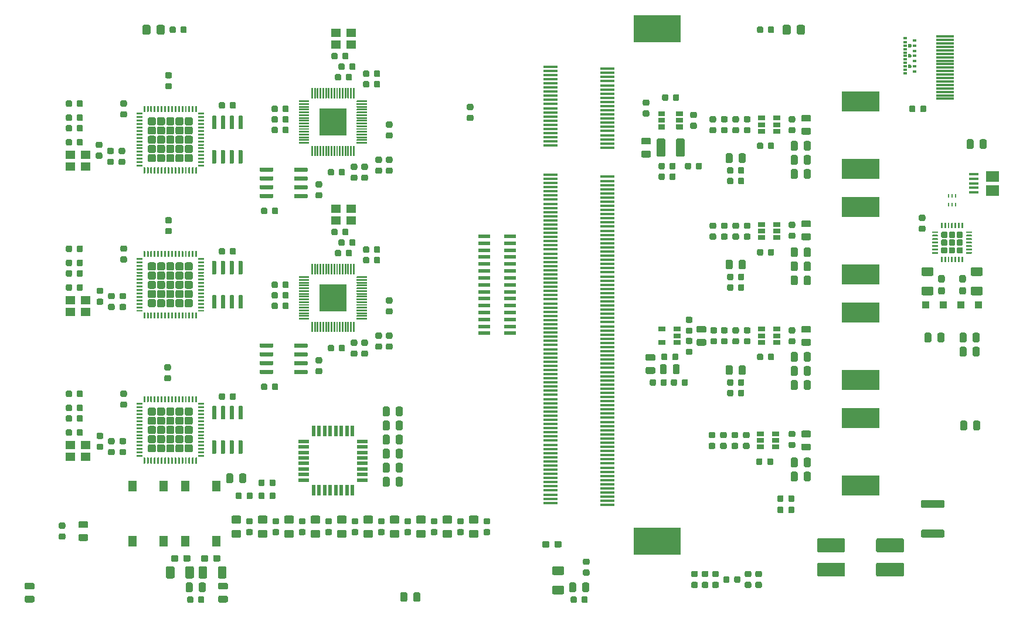
<source format=gbr>
%TF.GenerationSoftware,KiCad,Pcbnew,(5.1.5)-3*%
%TF.CreationDate,2020-11-13T11:58:21+01:00*%
%TF.ProjectId,RpiSecLab,52706953-6563-44c6-9162-2e6b69636164,rev?*%
%TF.SameCoordinates,Original*%
%TF.FileFunction,Paste,Top*%
%TF.FilePolarity,Positive*%
%FSLAX46Y46*%
G04 Gerber Fmt 4.6, Leading zero omitted, Abs format (unit mm)*
G04 Created by KiCad (PCBNEW (5.1.5)-3) date 2020-11-13 11:58:21*
%MOMM*%
%LPD*%
G04 APERTURE LIST*
%ADD10C,0.100000*%
%ADD11R,5.400000X2.900000*%
%ADD12R,1.400000X1.200000*%
%ADD13R,6.800000X4.000000*%
%ADD14R,2.000000X0.350000*%
%ADD15R,0.200000X0.480000*%
%ADD16R,1.000000X1.000000*%
%ADD17R,0.500000X0.450000*%
%ADD18R,0.500000X0.300000*%
%ADD19R,1.600000X0.550000*%
%ADD20R,0.550000X1.600000*%
%ADD21R,3.900000X3.900000*%
%ADD22R,1.060000X0.650000*%
%ADD23R,2.600000X0.300000*%
%ADD24R,1.700000X0.600000*%
%ADD25R,1.900000X1.500000*%
%ADD26R,1.350000X0.400000*%
%ADD27R,1.300000X1.550000*%
G04 APERTURE END LIST*
D10*
G36*
X137882691Y-81441053D02*
G01*
X137903926Y-81444203D01*
X137924750Y-81449419D01*
X137944962Y-81456651D01*
X137964368Y-81465830D01*
X137982781Y-81476866D01*
X138000024Y-81489654D01*
X138015930Y-81504070D01*
X138030346Y-81519976D01*
X138043134Y-81537219D01*
X138054170Y-81555632D01*
X138063349Y-81575038D01*
X138070581Y-81595250D01*
X138075797Y-81616074D01*
X138078947Y-81637309D01*
X138080000Y-81658750D01*
X138080000Y-82171250D01*
X138078947Y-82192691D01*
X138075797Y-82213926D01*
X138070581Y-82234750D01*
X138063349Y-82254962D01*
X138054170Y-82274368D01*
X138043134Y-82292781D01*
X138030346Y-82310024D01*
X138015930Y-82325930D01*
X138000024Y-82340346D01*
X137982781Y-82353134D01*
X137964368Y-82364170D01*
X137944962Y-82373349D01*
X137924750Y-82380581D01*
X137903926Y-82385797D01*
X137882691Y-82388947D01*
X137861250Y-82390000D01*
X137423750Y-82390000D01*
X137402309Y-82388947D01*
X137381074Y-82385797D01*
X137360250Y-82380581D01*
X137340038Y-82373349D01*
X137320632Y-82364170D01*
X137302219Y-82353134D01*
X137284976Y-82340346D01*
X137269070Y-82325930D01*
X137254654Y-82310024D01*
X137241866Y-82292781D01*
X137230830Y-82274368D01*
X137221651Y-82254962D01*
X137214419Y-82234750D01*
X137209203Y-82213926D01*
X137206053Y-82192691D01*
X137205000Y-82171250D01*
X137205000Y-81658750D01*
X137206053Y-81637309D01*
X137209203Y-81616074D01*
X137214419Y-81595250D01*
X137221651Y-81575038D01*
X137230830Y-81555632D01*
X137241866Y-81537219D01*
X137254654Y-81519976D01*
X137269070Y-81504070D01*
X137284976Y-81489654D01*
X137302219Y-81476866D01*
X137320632Y-81465830D01*
X137340038Y-81456651D01*
X137360250Y-81449419D01*
X137381074Y-81444203D01*
X137402309Y-81441053D01*
X137423750Y-81440000D01*
X137861250Y-81440000D01*
X137882691Y-81441053D01*
G37*
G36*
X139457691Y-81441053D02*
G01*
X139478926Y-81444203D01*
X139499750Y-81449419D01*
X139519962Y-81456651D01*
X139539368Y-81465830D01*
X139557781Y-81476866D01*
X139575024Y-81489654D01*
X139590930Y-81504070D01*
X139605346Y-81519976D01*
X139618134Y-81537219D01*
X139629170Y-81555632D01*
X139638349Y-81575038D01*
X139645581Y-81595250D01*
X139650797Y-81616074D01*
X139653947Y-81637309D01*
X139655000Y-81658750D01*
X139655000Y-82171250D01*
X139653947Y-82192691D01*
X139650797Y-82213926D01*
X139645581Y-82234750D01*
X139638349Y-82254962D01*
X139629170Y-82274368D01*
X139618134Y-82292781D01*
X139605346Y-82310024D01*
X139590930Y-82325930D01*
X139575024Y-82340346D01*
X139557781Y-82353134D01*
X139539368Y-82364170D01*
X139519962Y-82373349D01*
X139499750Y-82380581D01*
X139478926Y-82385797D01*
X139457691Y-82388947D01*
X139436250Y-82390000D01*
X138998750Y-82390000D01*
X138977309Y-82388947D01*
X138956074Y-82385797D01*
X138935250Y-82380581D01*
X138915038Y-82373349D01*
X138895632Y-82364170D01*
X138877219Y-82353134D01*
X138859976Y-82340346D01*
X138844070Y-82325930D01*
X138829654Y-82310024D01*
X138816866Y-82292781D01*
X138805830Y-82274368D01*
X138796651Y-82254962D01*
X138789419Y-82234750D01*
X138784203Y-82213926D01*
X138781053Y-82192691D01*
X138780000Y-82171250D01*
X138780000Y-81658750D01*
X138781053Y-81637309D01*
X138784203Y-81616074D01*
X138789419Y-81595250D01*
X138796651Y-81575038D01*
X138805830Y-81555632D01*
X138816866Y-81537219D01*
X138829654Y-81519976D01*
X138844070Y-81504070D01*
X138859976Y-81489654D01*
X138877219Y-81476866D01*
X138895632Y-81465830D01*
X138915038Y-81456651D01*
X138935250Y-81449419D01*
X138956074Y-81444203D01*
X138977309Y-81441053D01*
X138998750Y-81440000D01*
X139436250Y-81440000D01*
X139457691Y-81441053D01*
G37*
G36*
X171727691Y-90521053D02*
G01*
X171748926Y-90524203D01*
X171769750Y-90529419D01*
X171789962Y-90536651D01*
X171809368Y-90545830D01*
X171827781Y-90556866D01*
X171845024Y-90569654D01*
X171860930Y-90584070D01*
X171875346Y-90599976D01*
X171888134Y-90617219D01*
X171899170Y-90635632D01*
X171908349Y-90655038D01*
X171915581Y-90675250D01*
X171920797Y-90696074D01*
X171923947Y-90717309D01*
X171925000Y-90738750D01*
X171925000Y-91176250D01*
X171923947Y-91197691D01*
X171920797Y-91218926D01*
X171915581Y-91239750D01*
X171908349Y-91259962D01*
X171899170Y-91279368D01*
X171888134Y-91297781D01*
X171875346Y-91315024D01*
X171860930Y-91330930D01*
X171845024Y-91345346D01*
X171827781Y-91358134D01*
X171809368Y-91369170D01*
X171789962Y-91378349D01*
X171769750Y-91385581D01*
X171748926Y-91390797D01*
X171727691Y-91393947D01*
X171706250Y-91395000D01*
X171193750Y-91395000D01*
X171172309Y-91393947D01*
X171151074Y-91390797D01*
X171130250Y-91385581D01*
X171110038Y-91378349D01*
X171090632Y-91369170D01*
X171072219Y-91358134D01*
X171054976Y-91345346D01*
X171039070Y-91330930D01*
X171024654Y-91315024D01*
X171011866Y-91297781D01*
X171000830Y-91279368D01*
X170991651Y-91259962D01*
X170984419Y-91239750D01*
X170979203Y-91218926D01*
X170976053Y-91197691D01*
X170975000Y-91176250D01*
X170975000Y-90738750D01*
X170976053Y-90717309D01*
X170979203Y-90696074D01*
X170984419Y-90675250D01*
X170991651Y-90655038D01*
X171000830Y-90635632D01*
X171011866Y-90617219D01*
X171024654Y-90599976D01*
X171039070Y-90584070D01*
X171054976Y-90569654D01*
X171072219Y-90556866D01*
X171090632Y-90545830D01*
X171110038Y-90536651D01*
X171130250Y-90529419D01*
X171151074Y-90524203D01*
X171172309Y-90521053D01*
X171193750Y-90520000D01*
X171706250Y-90520000D01*
X171727691Y-90521053D01*
G37*
G36*
X171727691Y-88946053D02*
G01*
X171748926Y-88949203D01*
X171769750Y-88954419D01*
X171789962Y-88961651D01*
X171809368Y-88970830D01*
X171827781Y-88981866D01*
X171845024Y-88994654D01*
X171860930Y-89009070D01*
X171875346Y-89024976D01*
X171888134Y-89042219D01*
X171899170Y-89060632D01*
X171908349Y-89080038D01*
X171915581Y-89100250D01*
X171920797Y-89121074D01*
X171923947Y-89142309D01*
X171925000Y-89163750D01*
X171925000Y-89601250D01*
X171923947Y-89622691D01*
X171920797Y-89643926D01*
X171915581Y-89664750D01*
X171908349Y-89684962D01*
X171899170Y-89704368D01*
X171888134Y-89722781D01*
X171875346Y-89740024D01*
X171860930Y-89755930D01*
X171845024Y-89770346D01*
X171827781Y-89783134D01*
X171809368Y-89794170D01*
X171789962Y-89803349D01*
X171769750Y-89810581D01*
X171748926Y-89815797D01*
X171727691Y-89818947D01*
X171706250Y-89820000D01*
X171193750Y-89820000D01*
X171172309Y-89818947D01*
X171151074Y-89815797D01*
X171130250Y-89810581D01*
X171110038Y-89803349D01*
X171090632Y-89794170D01*
X171072219Y-89783134D01*
X171054976Y-89770346D01*
X171039070Y-89755930D01*
X171024654Y-89740024D01*
X171011866Y-89722781D01*
X171000830Y-89704368D01*
X170991651Y-89684962D01*
X170984419Y-89664750D01*
X170979203Y-89643926D01*
X170976053Y-89622691D01*
X170975000Y-89601250D01*
X170975000Y-89163750D01*
X170976053Y-89142309D01*
X170979203Y-89121074D01*
X170984419Y-89100250D01*
X170991651Y-89080038D01*
X171000830Y-89060632D01*
X171011866Y-89042219D01*
X171024654Y-89024976D01*
X171039070Y-89009070D01*
X171054976Y-88994654D01*
X171072219Y-88981866D01*
X171090632Y-88970830D01*
X171110038Y-88961651D01*
X171130250Y-88954419D01*
X171151074Y-88949203D01*
X171172309Y-88946053D01*
X171193750Y-88945000D01*
X171706250Y-88945000D01*
X171727691Y-88946053D01*
G37*
G36*
X171842691Y-73186053D02*
G01*
X171863926Y-73189203D01*
X171884750Y-73194419D01*
X171904962Y-73201651D01*
X171924368Y-73210830D01*
X171942781Y-73221866D01*
X171960024Y-73234654D01*
X171975930Y-73249070D01*
X171990346Y-73264976D01*
X172003134Y-73282219D01*
X172014170Y-73300632D01*
X172023349Y-73320038D01*
X172030581Y-73340250D01*
X172035797Y-73361074D01*
X172038947Y-73382309D01*
X172040000Y-73403750D01*
X172040000Y-73916250D01*
X172038947Y-73937691D01*
X172035797Y-73958926D01*
X172030581Y-73979750D01*
X172023349Y-73999962D01*
X172014170Y-74019368D01*
X172003134Y-74037781D01*
X171990346Y-74055024D01*
X171975930Y-74070930D01*
X171960024Y-74085346D01*
X171942781Y-74098134D01*
X171924368Y-74109170D01*
X171904962Y-74118349D01*
X171884750Y-74125581D01*
X171863926Y-74130797D01*
X171842691Y-74133947D01*
X171821250Y-74135000D01*
X171383750Y-74135000D01*
X171362309Y-74133947D01*
X171341074Y-74130797D01*
X171320250Y-74125581D01*
X171300038Y-74118349D01*
X171280632Y-74109170D01*
X171262219Y-74098134D01*
X171244976Y-74085346D01*
X171229070Y-74070930D01*
X171214654Y-74055024D01*
X171201866Y-74037781D01*
X171190830Y-74019368D01*
X171181651Y-73999962D01*
X171174419Y-73979750D01*
X171169203Y-73958926D01*
X171166053Y-73937691D01*
X171165000Y-73916250D01*
X171165000Y-73403750D01*
X171166053Y-73382309D01*
X171169203Y-73361074D01*
X171174419Y-73340250D01*
X171181651Y-73320038D01*
X171190830Y-73300632D01*
X171201866Y-73282219D01*
X171214654Y-73264976D01*
X171229070Y-73249070D01*
X171244976Y-73234654D01*
X171262219Y-73221866D01*
X171280632Y-73210830D01*
X171300038Y-73201651D01*
X171320250Y-73194419D01*
X171341074Y-73189203D01*
X171362309Y-73186053D01*
X171383750Y-73185000D01*
X171821250Y-73185000D01*
X171842691Y-73186053D01*
G37*
G36*
X170267691Y-73186053D02*
G01*
X170288926Y-73189203D01*
X170309750Y-73194419D01*
X170329962Y-73201651D01*
X170349368Y-73210830D01*
X170367781Y-73221866D01*
X170385024Y-73234654D01*
X170400930Y-73249070D01*
X170415346Y-73264976D01*
X170428134Y-73282219D01*
X170439170Y-73300632D01*
X170448349Y-73320038D01*
X170455581Y-73340250D01*
X170460797Y-73361074D01*
X170463947Y-73382309D01*
X170465000Y-73403750D01*
X170465000Y-73916250D01*
X170463947Y-73937691D01*
X170460797Y-73958926D01*
X170455581Y-73979750D01*
X170448349Y-73999962D01*
X170439170Y-74019368D01*
X170428134Y-74037781D01*
X170415346Y-74055024D01*
X170400930Y-74070930D01*
X170385024Y-74085346D01*
X170367781Y-74098134D01*
X170349368Y-74109170D01*
X170329962Y-74118349D01*
X170309750Y-74125581D01*
X170288926Y-74130797D01*
X170267691Y-74133947D01*
X170246250Y-74135000D01*
X169808750Y-74135000D01*
X169787309Y-74133947D01*
X169766074Y-74130797D01*
X169745250Y-74125581D01*
X169725038Y-74118349D01*
X169705632Y-74109170D01*
X169687219Y-74098134D01*
X169669976Y-74085346D01*
X169654070Y-74070930D01*
X169639654Y-74055024D01*
X169626866Y-74037781D01*
X169615830Y-74019368D01*
X169606651Y-73999962D01*
X169599419Y-73979750D01*
X169594203Y-73958926D01*
X169591053Y-73937691D01*
X169590000Y-73916250D01*
X169590000Y-73403750D01*
X169591053Y-73382309D01*
X169594203Y-73361074D01*
X169599419Y-73340250D01*
X169606651Y-73320038D01*
X169615830Y-73300632D01*
X169626866Y-73282219D01*
X169639654Y-73264976D01*
X169654070Y-73249070D01*
X169669976Y-73234654D01*
X169687219Y-73221866D01*
X169705632Y-73210830D01*
X169725038Y-73201651D01*
X169745250Y-73194419D01*
X169766074Y-73189203D01*
X169787309Y-73186053D01*
X169808750Y-73185000D01*
X170246250Y-73185000D01*
X170267691Y-73186053D01*
G37*
G36*
X94326142Y-120713174D02*
G01*
X94349803Y-120716684D01*
X94373007Y-120722496D01*
X94395529Y-120730554D01*
X94417153Y-120740782D01*
X94437670Y-120753079D01*
X94456883Y-120767329D01*
X94474607Y-120783393D01*
X94490671Y-120801117D01*
X94504921Y-120820330D01*
X94517218Y-120840847D01*
X94527446Y-120862471D01*
X94535504Y-120884993D01*
X94541316Y-120908197D01*
X94544826Y-120931858D01*
X94546000Y-120955750D01*
X94546000Y-121868250D01*
X94544826Y-121892142D01*
X94541316Y-121915803D01*
X94535504Y-121939007D01*
X94527446Y-121961529D01*
X94517218Y-121983153D01*
X94504921Y-122003670D01*
X94490671Y-122022883D01*
X94474607Y-122040607D01*
X94456883Y-122056671D01*
X94437670Y-122070921D01*
X94417153Y-122083218D01*
X94395529Y-122093446D01*
X94373007Y-122101504D01*
X94349803Y-122107316D01*
X94326142Y-122110826D01*
X94302250Y-122112000D01*
X93814750Y-122112000D01*
X93790858Y-122110826D01*
X93767197Y-122107316D01*
X93743993Y-122101504D01*
X93721471Y-122093446D01*
X93699847Y-122083218D01*
X93679330Y-122070921D01*
X93660117Y-122056671D01*
X93642393Y-122040607D01*
X93626329Y-122022883D01*
X93612079Y-122003670D01*
X93599782Y-121983153D01*
X93589554Y-121961529D01*
X93581496Y-121939007D01*
X93575684Y-121915803D01*
X93572174Y-121892142D01*
X93571000Y-121868250D01*
X93571000Y-120955750D01*
X93572174Y-120931858D01*
X93575684Y-120908197D01*
X93581496Y-120884993D01*
X93589554Y-120862471D01*
X93599782Y-120840847D01*
X93612079Y-120820330D01*
X93626329Y-120801117D01*
X93642393Y-120783393D01*
X93660117Y-120767329D01*
X93679330Y-120753079D01*
X93699847Y-120740782D01*
X93721471Y-120730554D01*
X93743993Y-120722496D01*
X93767197Y-120716684D01*
X93790858Y-120713174D01*
X93814750Y-120712000D01*
X94302250Y-120712000D01*
X94326142Y-120713174D01*
G37*
G36*
X96201142Y-120713174D02*
G01*
X96224803Y-120716684D01*
X96248007Y-120722496D01*
X96270529Y-120730554D01*
X96292153Y-120740782D01*
X96312670Y-120753079D01*
X96331883Y-120767329D01*
X96349607Y-120783393D01*
X96365671Y-120801117D01*
X96379921Y-120820330D01*
X96392218Y-120840847D01*
X96402446Y-120862471D01*
X96410504Y-120884993D01*
X96416316Y-120908197D01*
X96419826Y-120931858D01*
X96421000Y-120955750D01*
X96421000Y-121868250D01*
X96419826Y-121892142D01*
X96416316Y-121915803D01*
X96410504Y-121939007D01*
X96402446Y-121961529D01*
X96392218Y-121983153D01*
X96379921Y-122003670D01*
X96365671Y-122022883D01*
X96349607Y-122040607D01*
X96331883Y-122056671D01*
X96312670Y-122070921D01*
X96292153Y-122083218D01*
X96270529Y-122093446D01*
X96248007Y-122101504D01*
X96224803Y-122107316D01*
X96201142Y-122110826D01*
X96177250Y-122112000D01*
X95689750Y-122112000D01*
X95665858Y-122110826D01*
X95642197Y-122107316D01*
X95618993Y-122101504D01*
X95596471Y-122093446D01*
X95574847Y-122083218D01*
X95554330Y-122070921D01*
X95535117Y-122056671D01*
X95517393Y-122040607D01*
X95501329Y-122022883D01*
X95487079Y-122003670D01*
X95474782Y-121983153D01*
X95464554Y-121961529D01*
X95456496Y-121939007D01*
X95450684Y-121915803D01*
X95447174Y-121892142D01*
X95446000Y-121868250D01*
X95446000Y-120955750D01*
X95447174Y-120931858D01*
X95450684Y-120908197D01*
X95456496Y-120884993D01*
X95464554Y-120862471D01*
X95474782Y-120840847D01*
X95487079Y-120820330D01*
X95501329Y-120801117D01*
X95517393Y-120783393D01*
X95535117Y-120767329D01*
X95554330Y-120753079D01*
X95574847Y-120740782D01*
X95596471Y-120730554D01*
X95618993Y-120722496D01*
X95642197Y-120716684D01*
X95665858Y-120713174D01*
X95689750Y-120712000D01*
X96177250Y-120712000D01*
X96201142Y-120713174D01*
G37*
D11*
X162560000Y-128040000D03*
X162560000Y-118340000D03*
D10*
G36*
X143419891Y-141131053D02*
G01*
X143441126Y-141134203D01*
X143461950Y-141139419D01*
X143482162Y-141146651D01*
X143501568Y-141155830D01*
X143519981Y-141166866D01*
X143537224Y-141179654D01*
X143553130Y-141194070D01*
X143567546Y-141209976D01*
X143580334Y-141227219D01*
X143591370Y-141245632D01*
X143600549Y-141265038D01*
X143607781Y-141285250D01*
X143612997Y-141306074D01*
X143616147Y-141327309D01*
X143617200Y-141348750D01*
X143617200Y-141861250D01*
X143616147Y-141882691D01*
X143612997Y-141903926D01*
X143607781Y-141924750D01*
X143600549Y-141944962D01*
X143591370Y-141964368D01*
X143580334Y-141982781D01*
X143567546Y-142000024D01*
X143553130Y-142015930D01*
X143537224Y-142030346D01*
X143519981Y-142043134D01*
X143501568Y-142054170D01*
X143482162Y-142063349D01*
X143461950Y-142070581D01*
X143441126Y-142075797D01*
X143419891Y-142078947D01*
X143398450Y-142080000D01*
X142960950Y-142080000D01*
X142939509Y-142078947D01*
X142918274Y-142075797D01*
X142897450Y-142070581D01*
X142877238Y-142063349D01*
X142857832Y-142054170D01*
X142839419Y-142043134D01*
X142822176Y-142030346D01*
X142806270Y-142015930D01*
X142791854Y-142000024D01*
X142779066Y-141982781D01*
X142768030Y-141964368D01*
X142758851Y-141944962D01*
X142751619Y-141924750D01*
X142746403Y-141903926D01*
X142743253Y-141882691D01*
X142742200Y-141861250D01*
X142742200Y-141348750D01*
X142743253Y-141327309D01*
X142746403Y-141306074D01*
X142751619Y-141285250D01*
X142758851Y-141265038D01*
X142768030Y-141245632D01*
X142779066Y-141227219D01*
X142791854Y-141209976D01*
X142806270Y-141194070D01*
X142822176Y-141179654D01*
X142839419Y-141166866D01*
X142857832Y-141155830D01*
X142877238Y-141146651D01*
X142897450Y-141139419D01*
X142918274Y-141134203D01*
X142939509Y-141131053D01*
X142960950Y-141130000D01*
X143398450Y-141130000D01*
X143419891Y-141131053D01*
G37*
G36*
X144994891Y-141131053D02*
G01*
X145016126Y-141134203D01*
X145036950Y-141139419D01*
X145057162Y-141146651D01*
X145076568Y-141155830D01*
X145094981Y-141166866D01*
X145112224Y-141179654D01*
X145128130Y-141194070D01*
X145142546Y-141209976D01*
X145155334Y-141227219D01*
X145166370Y-141245632D01*
X145175549Y-141265038D01*
X145182781Y-141285250D01*
X145187997Y-141306074D01*
X145191147Y-141327309D01*
X145192200Y-141348750D01*
X145192200Y-141861250D01*
X145191147Y-141882691D01*
X145187997Y-141903926D01*
X145182781Y-141924750D01*
X145175549Y-141944962D01*
X145166370Y-141964368D01*
X145155334Y-141982781D01*
X145142546Y-142000024D01*
X145128130Y-142015930D01*
X145112224Y-142030346D01*
X145094981Y-142043134D01*
X145076568Y-142054170D01*
X145057162Y-142063349D01*
X145036950Y-142070581D01*
X145016126Y-142075797D01*
X144994891Y-142078947D01*
X144973450Y-142080000D01*
X144535950Y-142080000D01*
X144514509Y-142078947D01*
X144493274Y-142075797D01*
X144472450Y-142070581D01*
X144452238Y-142063349D01*
X144432832Y-142054170D01*
X144414419Y-142043134D01*
X144397176Y-142030346D01*
X144381270Y-142015930D01*
X144366854Y-142000024D01*
X144354066Y-141982781D01*
X144343030Y-141964368D01*
X144333851Y-141944962D01*
X144326619Y-141924750D01*
X144321403Y-141903926D01*
X144318253Y-141882691D01*
X144317200Y-141861250D01*
X144317200Y-141348750D01*
X144318253Y-141327309D01*
X144321403Y-141306074D01*
X144326619Y-141285250D01*
X144333851Y-141265038D01*
X144343030Y-141245632D01*
X144354066Y-141227219D01*
X144366854Y-141209976D01*
X144381270Y-141194070D01*
X144397176Y-141179654D01*
X144414419Y-141166866D01*
X144432832Y-141155830D01*
X144452238Y-141146651D01*
X144472450Y-141139419D01*
X144493274Y-141134203D01*
X144514509Y-141131053D01*
X144535950Y-141130000D01*
X144973450Y-141130000D01*
X144994891Y-141131053D01*
G37*
G36*
X138860091Y-141956053D02*
G01*
X138881326Y-141959203D01*
X138902150Y-141964419D01*
X138922362Y-141971651D01*
X138941768Y-141980830D01*
X138960181Y-141991866D01*
X138977424Y-142004654D01*
X138993330Y-142019070D01*
X139007746Y-142034976D01*
X139020534Y-142052219D01*
X139031570Y-142070632D01*
X139040749Y-142090038D01*
X139047981Y-142110250D01*
X139053197Y-142131074D01*
X139056347Y-142152309D01*
X139057400Y-142173750D01*
X139057400Y-142611250D01*
X139056347Y-142632691D01*
X139053197Y-142653926D01*
X139047981Y-142674750D01*
X139040749Y-142694962D01*
X139031570Y-142714368D01*
X139020534Y-142732781D01*
X139007746Y-142750024D01*
X138993330Y-142765930D01*
X138977424Y-142780346D01*
X138960181Y-142793134D01*
X138941768Y-142804170D01*
X138922362Y-142813349D01*
X138902150Y-142820581D01*
X138881326Y-142825797D01*
X138860091Y-142828947D01*
X138838650Y-142830000D01*
X138326150Y-142830000D01*
X138304709Y-142828947D01*
X138283474Y-142825797D01*
X138262650Y-142820581D01*
X138242438Y-142813349D01*
X138223032Y-142804170D01*
X138204619Y-142793134D01*
X138187376Y-142780346D01*
X138171470Y-142765930D01*
X138157054Y-142750024D01*
X138144266Y-142732781D01*
X138133230Y-142714368D01*
X138124051Y-142694962D01*
X138116819Y-142674750D01*
X138111603Y-142653926D01*
X138108453Y-142632691D01*
X138107400Y-142611250D01*
X138107400Y-142173750D01*
X138108453Y-142152309D01*
X138111603Y-142131074D01*
X138116819Y-142110250D01*
X138124051Y-142090038D01*
X138133230Y-142070632D01*
X138144266Y-142052219D01*
X138157054Y-142034976D01*
X138171470Y-142019070D01*
X138187376Y-142004654D01*
X138204619Y-141991866D01*
X138223032Y-141980830D01*
X138242438Y-141971651D01*
X138262650Y-141964419D01*
X138283474Y-141959203D01*
X138304709Y-141956053D01*
X138326150Y-141955000D01*
X138838650Y-141955000D01*
X138860091Y-141956053D01*
G37*
G36*
X138860091Y-140381053D02*
G01*
X138881326Y-140384203D01*
X138902150Y-140389419D01*
X138922362Y-140396651D01*
X138941768Y-140405830D01*
X138960181Y-140416866D01*
X138977424Y-140429654D01*
X138993330Y-140444070D01*
X139007746Y-140459976D01*
X139020534Y-140477219D01*
X139031570Y-140495632D01*
X139040749Y-140515038D01*
X139047981Y-140535250D01*
X139053197Y-140556074D01*
X139056347Y-140577309D01*
X139057400Y-140598750D01*
X139057400Y-141036250D01*
X139056347Y-141057691D01*
X139053197Y-141078926D01*
X139047981Y-141099750D01*
X139040749Y-141119962D01*
X139031570Y-141139368D01*
X139020534Y-141157781D01*
X139007746Y-141175024D01*
X138993330Y-141190930D01*
X138977424Y-141205346D01*
X138960181Y-141218134D01*
X138941768Y-141229170D01*
X138922362Y-141238349D01*
X138902150Y-141245581D01*
X138881326Y-141250797D01*
X138860091Y-141253947D01*
X138838650Y-141255000D01*
X138326150Y-141255000D01*
X138304709Y-141253947D01*
X138283474Y-141250797D01*
X138262650Y-141245581D01*
X138242438Y-141238349D01*
X138223032Y-141229170D01*
X138204619Y-141218134D01*
X138187376Y-141205346D01*
X138171470Y-141190930D01*
X138157054Y-141175024D01*
X138144266Y-141157781D01*
X138133230Y-141139368D01*
X138124051Y-141119962D01*
X138116819Y-141099750D01*
X138111603Y-141078926D01*
X138108453Y-141057691D01*
X138107400Y-141036250D01*
X138107400Y-140598750D01*
X138108453Y-140577309D01*
X138111603Y-140556074D01*
X138116819Y-140535250D01*
X138124051Y-140515038D01*
X138133230Y-140495632D01*
X138144266Y-140477219D01*
X138157054Y-140459976D01*
X138171470Y-140444070D01*
X138187376Y-140429654D01*
X138204619Y-140416866D01*
X138223032Y-140405830D01*
X138242438Y-140396651D01*
X138262650Y-140389419D01*
X138283474Y-140384203D01*
X138304709Y-140381053D01*
X138326150Y-140380000D01*
X138838650Y-140380000D01*
X138860091Y-140381053D01*
G37*
D12*
X50630000Y-80303000D03*
X48430000Y-80303000D03*
X48430000Y-82003000D03*
X50630000Y-82003000D03*
D10*
G36*
X52855691Y-78405053D02*
G01*
X52876926Y-78408203D01*
X52897750Y-78413419D01*
X52917962Y-78420651D01*
X52937368Y-78429830D01*
X52955781Y-78440866D01*
X52973024Y-78453654D01*
X52988930Y-78468070D01*
X53003346Y-78483976D01*
X53016134Y-78501219D01*
X53027170Y-78519632D01*
X53036349Y-78539038D01*
X53043581Y-78559250D01*
X53048797Y-78580074D01*
X53051947Y-78601309D01*
X53053000Y-78622750D01*
X53053000Y-79060250D01*
X53051947Y-79081691D01*
X53048797Y-79102926D01*
X53043581Y-79123750D01*
X53036349Y-79143962D01*
X53027170Y-79163368D01*
X53016134Y-79181781D01*
X53003346Y-79199024D01*
X52988930Y-79214930D01*
X52973024Y-79229346D01*
X52955781Y-79242134D01*
X52937368Y-79253170D01*
X52917962Y-79262349D01*
X52897750Y-79269581D01*
X52876926Y-79274797D01*
X52855691Y-79277947D01*
X52834250Y-79279000D01*
X52321750Y-79279000D01*
X52300309Y-79277947D01*
X52279074Y-79274797D01*
X52258250Y-79269581D01*
X52238038Y-79262349D01*
X52218632Y-79253170D01*
X52200219Y-79242134D01*
X52182976Y-79229346D01*
X52167070Y-79214930D01*
X52152654Y-79199024D01*
X52139866Y-79181781D01*
X52128830Y-79163368D01*
X52119651Y-79143962D01*
X52112419Y-79123750D01*
X52107203Y-79102926D01*
X52104053Y-79081691D01*
X52103000Y-79060250D01*
X52103000Y-78622750D01*
X52104053Y-78601309D01*
X52107203Y-78580074D01*
X52112419Y-78559250D01*
X52119651Y-78539038D01*
X52128830Y-78519632D01*
X52139866Y-78501219D01*
X52152654Y-78483976D01*
X52167070Y-78468070D01*
X52182976Y-78453654D01*
X52200219Y-78440866D01*
X52218632Y-78429830D01*
X52238038Y-78420651D01*
X52258250Y-78413419D01*
X52279074Y-78408203D01*
X52300309Y-78405053D01*
X52321750Y-78404000D01*
X52834250Y-78404000D01*
X52855691Y-78405053D01*
G37*
G36*
X52855691Y-79980053D02*
G01*
X52876926Y-79983203D01*
X52897750Y-79988419D01*
X52917962Y-79995651D01*
X52937368Y-80004830D01*
X52955781Y-80015866D01*
X52973024Y-80028654D01*
X52988930Y-80043070D01*
X53003346Y-80058976D01*
X53016134Y-80076219D01*
X53027170Y-80094632D01*
X53036349Y-80114038D01*
X53043581Y-80134250D01*
X53048797Y-80155074D01*
X53051947Y-80176309D01*
X53053000Y-80197750D01*
X53053000Y-80635250D01*
X53051947Y-80656691D01*
X53048797Y-80677926D01*
X53043581Y-80698750D01*
X53036349Y-80718962D01*
X53027170Y-80738368D01*
X53016134Y-80756781D01*
X53003346Y-80774024D01*
X52988930Y-80789930D01*
X52973024Y-80804346D01*
X52955781Y-80817134D01*
X52937368Y-80828170D01*
X52917962Y-80837349D01*
X52897750Y-80844581D01*
X52876926Y-80849797D01*
X52855691Y-80852947D01*
X52834250Y-80854000D01*
X52321750Y-80854000D01*
X52300309Y-80852947D01*
X52279074Y-80849797D01*
X52258250Y-80844581D01*
X52238038Y-80837349D01*
X52218632Y-80828170D01*
X52200219Y-80817134D01*
X52182976Y-80804346D01*
X52167070Y-80789930D01*
X52152654Y-80774024D01*
X52139866Y-80756781D01*
X52128830Y-80738368D01*
X52119651Y-80718962D01*
X52112419Y-80698750D01*
X52107203Y-80677926D01*
X52104053Y-80656691D01*
X52103000Y-80635250D01*
X52103000Y-80197750D01*
X52104053Y-80176309D01*
X52107203Y-80155074D01*
X52112419Y-80134250D01*
X52119651Y-80114038D01*
X52128830Y-80094632D01*
X52139866Y-80076219D01*
X52152654Y-80058976D01*
X52167070Y-80043070D01*
X52182976Y-80028654D01*
X52200219Y-80015866D01*
X52218632Y-80004830D01*
X52238038Y-79995651D01*
X52258250Y-79988419D01*
X52279074Y-79983203D01*
X52300309Y-79980053D01*
X52321750Y-79979000D01*
X52834250Y-79979000D01*
X52855691Y-79980053D01*
G37*
G36*
X58808626Y-81730301D02*
G01*
X58814693Y-81731201D01*
X58820643Y-81732691D01*
X58826418Y-81734758D01*
X58831962Y-81737380D01*
X58837223Y-81740533D01*
X58842150Y-81744187D01*
X58846694Y-81748306D01*
X58850813Y-81752850D01*
X58854467Y-81757777D01*
X58857620Y-81763038D01*
X58860242Y-81768582D01*
X58862309Y-81774357D01*
X58863799Y-81780307D01*
X58864699Y-81786374D01*
X58865000Y-81792500D01*
X58865000Y-81917500D01*
X58864699Y-81923626D01*
X58863799Y-81929693D01*
X58862309Y-81935643D01*
X58860242Y-81941418D01*
X58857620Y-81946962D01*
X58854467Y-81952223D01*
X58850813Y-81957150D01*
X58846694Y-81961694D01*
X58842150Y-81965813D01*
X58837223Y-81969467D01*
X58831962Y-81972620D01*
X58826418Y-81975242D01*
X58820643Y-81977309D01*
X58814693Y-81978799D01*
X58808626Y-81979699D01*
X58802500Y-81980000D01*
X58052500Y-81980000D01*
X58046374Y-81979699D01*
X58040307Y-81978799D01*
X58034357Y-81977309D01*
X58028582Y-81975242D01*
X58023038Y-81972620D01*
X58017777Y-81969467D01*
X58012850Y-81965813D01*
X58008306Y-81961694D01*
X58004187Y-81957150D01*
X58000533Y-81952223D01*
X57997380Y-81946962D01*
X57994758Y-81941418D01*
X57992691Y-81935643D01*
X57991201Y-81929693D01*
X57990301Y-81923626D01*
X57990000Y-81917500D01*
X57990000Y-81792500D01*
X57990301Y-81786374D01*
X57991201Y-81780307D01*
X57992691Y-81774357D01*
X57994758Y-81768582D01*
X57997380Y-81763038D01*
X58000533Y-81757777D01*
X58004187Y-81752850D01*
X58008306Y-81748306D01*
X58012850Y-81744187D01*
X58017777Y-81740533D01*
X58023038Y-81737380D01*
X58028582Y-81734758D01*
X58034357Y-81732691D01*
X58040307Y-81731201D01*
X58046374Y-81730301D01*
X58052500Y-81730000D01*
X58802500Y-81730000D01*
X58808626Y-81730301D01*
G37*
G36*
X58808626Y-81230301D02*
G01*
X58814693Y-81231201D01*
X58820643Y-81232691D01*
X58826418Y-81234758D01*
X58831962Y-81237380D01*
X58837223Y-81240533D01*
X58842150Y-81244187D01*
X58846694Y-81248306D01*
X58850813Y-81252850D01*
X58854467Y-81257777D01*
X58857620Y-81263038D01*
X58860242Y-81268582D01*
X58862309Y-81274357D01*
X58863799Y-81280307D01*
X58864699Y-81286374D01*
X58865000Y-81292500D01*
X58865000Y-81417500D01*
X58864699Y-81423626D01*
X58863799Y-81429693D01*
X58862309Y-81435643D01*
X58860242Y-81441418D01*
X58857620Y-81446962D01*
X58854467Y-81452223D01*
X58850813Y-81457150D01*
X58846694Y-81461694D01*
X58842150Y-81465813D01*
X58837223Y-81469467D01*
X58831962Y-81472620D01*
X58826418Y-81475242D01*
X58820643Y-81477309D01*
X58814693Y-81478799D01*
X58808626Y-81479699D01*
X58802500Y-81480000D01*
X58052500Y-81480000D01*
X58046374Y-81479699D01*
X58040307Y-81478799D01*
X58034357Y-81477309D01*
X58028582Y-81475242D01*
X58023038Y-81472620D01*
X58017777Y-81469467D01*
X58012850Y-81465813D01*
X58008306Y-81461694D01*
X58004187Y-81457150D01*
X58000533Y-81452223D01*
X57997380Y-81446962D01*
X57994758Y-81441418D01*
X57992691Y-81435643D01*
X57991201Y-81429693D01*
X57990301Y-81423626D01*
X57990000Y-81417500D01*
X57990000Y-81292500D01*
X57990301Y-81286374D01*
X57991201Y-81280307D01*
X57992691Y-81274357D01*
X57994758Y-81268582D01*
X57997380Y-81263038D01*
X58000533Y-81257777D01*
X58004187Y-81252850D01*
X58008306Y-81248306D01*
X58012850Y-81244187D01*
X58017777Y-81240533D01*
X58023038Y-81237380D01*
X58028582Y-81234758D01*
X58034357Y-81232691D01*
X58040307Y-81231201D01*
X58046374Y-81230301D01*
X58052500Y-81230000D01*
X58802500Y-81230000D01*
X58808626Y-81230301D01*
G37*
G36*
X58808626Y-80730301D02*
G01*
X58814693Y-80731201D01*
X58820643Y-80732691D01*
X58826418Y-80734758D01*
X58831962Y-80737380D01*
X58837223Y-80740533D01*
X58842150Y-80744187D01*
X58846694Y-80748306D01*
X58850813Y-80752850D01*
X58854467Y-80757777D01*
X58857620Y-80763038D01*
X58860242Y-80768582D01*
X58862309Y-80774357D01*
X58863799Y-80780307D01*
X58864699Y-80786374D01*
X58865000Y-80792500D01*
X58865000Y-80917500D01*
X58864699Y-80923626D01*
X58863799Y-80929693D01*
X58862309Y-80935643D01*
X58860242Y-80941418D01*
X58857620Y-80946962D01*
X58854467Y-80952223D01*
X58850813Y-80957150D01*
X58846694Y-80961694D01*
X58842150Y-80965813D01*
X58837223Y-80969467D01*
X58831962Y-80972620D01*
X58826418Y-80975242D01*
X58820643Y-80977309D01*
X58814693Y-80978799D01*
X58808626Y-80979699D01*
X58802500Y-80980000D01*
X58052500Y-80980000D01*
X58046374Y-80979699D01*
X58040307Y-80978799D01*
X58034357Y-80977309D01*
X58028582Y-80975242D01*
X58023038Y-80972620D01*
X58017777Y-80969467D01*
X58012850Y-80965813D01*
X58008306Y-80961694D01*
X58004187Y-80957150D01*
X58000533Y-80952223D01*
X57997380Y-80946962D01*
X57994758Y-80941418D01*
X57992691Y-80935643D01*
X57991201Y-80929693D01*
X57990301Y-80923626D01*
X57990000Y-80917500D01*
X57990000Y-80792500D01*
X57990301Y-80786374D01*
X57991201Y-80780307D01*
X57992691Y-80774357D01*
X57994758Y-80768582D01*
X57997380Y-80763038D01*
X58000533Y-80757777D01*
X58004187Y-80752850D01*
X58008306Y-80748306D01*
X58012850Y-80744187D01*
X58017777Y-80740533D01*
X58023038Y-80737380D01*
X58028582Y-80734758D01*
X58034357Y-80732691D01*
X58040307Y-80731201D01*
X58046374Y-80730301D01*
X58052500Y-80730000D01*
X58802500Y-80730000D01*
X58808626Y-80730301D01*
G37*
G36*
X58808626Y-80230301D02*
G01*
X58814693Y-80231201D01*
X58820643Y-80232691D01*
X58826418Y-80234758D01*
X58831962Y-80237380D01*
X58837223Y-80240533D01*
X58842150Y-80244187D01*
X58846694Y-80248306D01*
X58850813Y-80252850D01*
X58854467Y-80257777D01*
X58857620Y-80263038D01*
X58860242Y-80268582D01*
X58862309Y-80274357D01*
X58863799Y-80280307D01*
X58864699Y-80286374D01*
X58865000Y-80292500D01*
X58865000Y-80417500D01*
X58864699Y-80423626D01*
X58863799Y-80429693D01*
X58862309Y-80435643D01*
X58860242Y-80441418D01*
X58857620Y-80446962D01*
X58854467Y-80452223D01*
X58850813Y-80457150D01*
X58846694Y-80461694D01*
X58842150Y-80465813D01*
X58837223Y-80469467D01*
X58831962Y-80472620D01*
X58826418Y-80475242D01*
X58820643Y-80477309D01*
X58814693Y-80478799D01*
X58808626Y-80479699D01*
X58802500Y-80480000D01*
X58052500Y-80480000D01*
X58046374Y-80479699D01*
X58040307Y-80478799D01*
X58034357Y-80477309D01*
X58028582Y-80475242D01*
X58023038Y-80472620D01*
X58017777Y-80469467D01*
X58012850Y-80465813D01*
X58008306Y-80461694D01*
X58004187Y-80457150D01*
X58000533Y-80452223D01*
X57997380Y-80446962D01*
X57994758Y-80441418D01*
X57992691Y-80435643D01*
X57991201Y-80429693D01*
X57990301Y-80423626D01*
X57990000Y-80417500D01*
X57990000Y-80292500D01*
X57990301Y-80286374D01*
X57991201Y-80280307D01*
X57992691Y-80274357D01*
X57994758Y-80268582D01*
X57997380Y-80263038D01*
X58000533Y-80257777D01*
X58004187Y-80252850D01*
X58008306Y-80248306D01*
X58012850Y-80244187D01*
X58017777Y-80240533D01*
X58023038Y-80237380D01*
X58028582Y-80234758D01*
X58034357Y-80232691D01*
X58040307Y-80231201D01*
X58046374Y-80230301D01*
X58052500Y-80230000D01*
X58802500Y-80230000D01*
X58808626Y-80230301D01*
G37*
G36*
X58808626Y-79730301D02*
G01*
X58814693Y-79731201D01*
X58820643Y-79732691D01*
X58826418Y-79734758D01*
X58831962Y-79737380D01*
X58837223Y-79740533D01*
X58842150Y-79744187D01*
X58846694Y-79748306D01*
X58850813Y-79752850D01*
X58854467Y-79757777D01*
X58857620Y-79763038D01*
X58860242Y-79768582D01*
X58862309Y-79774357D01*
X58863799Y-79780307D01*
X58864699Y-79786374D01*
X58865000Y-79792500D01*
X58865000Y-79917500D01*
X58864699Y-79923626D01*
X58863799Y-79929693D01*
X58862309Y-79935643D01*
X58860242Y-79941418D01*
X58857620Y-79946962D01*
X58854467Y-79952223D01*
X58850813Y-79957150D01*
X58846694Y-79961694D01*
X58842150Y-79965813D01*
X58837223Y-79969467D01*
X58831962Y-79972620D01*
X58826418Y-79975242D01*
X58820643Y-79977309D01*
X58814693Y-79978799D01*
X58808626Y-79979699D01*
X58802500Y-79980000D01*
X58052500Y-79980000D01*
X58046374Y-79979699D01*
X58040307Y-79978799D01*
X58034357Y-79977309D01*
X58028582Y-79975242D01*
X58023038Y-79972620D01*
X58017777Y-79969467D01*
X58012850Y-79965813D01*
X58008306Y-79961694D01*
X58004187Y-79957150D01*
X58000533Y-79952223D01*
X57997380Y-79946962D01*
X57994758Y-79941418D01*
X57992691Y-79935643D01*
X57991201Y-79929693D01*
X57990301Y-79923626D01*
X57990000Y-79917500D01*
X57990000Y-79792500D01*
X57990301Y-79786374D01*
X57991201Y-79780307D01*
X57992691Y-79774357D01*
X57994758Y-79768582D01*
X57997380Y-79763038D01*
X58000533Y-79757777D01*
X58004187Y-79752850D01*
X58008306Y-79748306D01*
X58012850Y-79744187D01*
X58017777Y-79740533D01*
X58023038Y-79737380D01*
X58028582Y-79734758D01*
X58034357Y-79732691D01*
X58040307Y-79731201D01*
X58046374Y-79730301D01*
X58052500Y-79730000D01*
X58802500Y-79730000D01*
X58808626Y-79730301D01*
G37*
G36*
X58808626Y-79230301D02*
G01*
X58814693Y-79231201D01*
X58820643Y-79232691D01*
X58826418Y-79234758D01*
X58831962Y-79237380D01*
X58837223Y-79240533D01*
X58842150Y-79244187D01*
X58846694Y-79248306D01*
X58850813Y-79252850D01*
X58854467Y-79257777D01*
X58857620Y-79263038D01*
X58860242Y-79268582D01*
X58862309Y-79274357D01*
X58863799Y-79280307D01*
X58864699Y-79286374D01*
X58865000Y-79292500D01*
X58865000Y-79417500D01*
X58864699Y-79423626D01*
X58863799Y-79429693D01*
X58862309Y-79435643D01*
X58860242Y-79441418D01*
X58857620Y-79446962D01*
X58854467Y-79452223D01*
X58850813Y-79457150D01*
X58846694Y-79461694D01*
X58842150Y-79465813D01*
X58837223Y-79469467D01*
X58831962Y-79472620D01*
X58826418Y-79475242D01*
X58820643Y-79477309D01*
X58814693Y-79478799D01*
X58808626Y-79479699D01*
X58802500Y-79480000D01*
X58052500Y-79480000D01*
X58046374Y-79479699D01*
X58040307Y-79478799D01*
X58034357Y-79477309D01*
X58028582Y-79475242D01*
X58023038Y-79472620D01*
X58017777Y-79469467D01*
X58012850Y-79465813D01*
X58008306Y-79461694D01*
X58004187Y-79457150D01*
X58000533Y-79452223D01*
X57997380Y-79446962D01*
X57994758Y-79441418D01*
X57992691Y-79435643D01*
X57991201Y-79429693D01*
X57990301Y-79423626D01*
X57990000Y-79417500D01*
X57990000Y-79292500D01*
X57990301Y-79286374D01*
X57991201Y-79280307D01*
X57992691Y-79274357D01*
X57994758Y-79268582D01*
X57997380Y-79263038D01*
X58000533Y-79257777D01*
X58004187Y-79252850D01*
X58008306Y-79248306D01*
X58012850Y-79244187D01*
X58017777Y-79240533D01*
X58023038Y-79237380D01*
X58028582Y-79234758D01*
X58034357Y-79232691D01*
X58040307Y-79231201D01*
X58046374Y-79230301D01*
X58052500Y-79230000D01*
X58802500Y-79230000D01*
X58808626Y-79230301D01*
G37*
G36*
X58808626Y-78730301D02*
G01*
X58814693Y-78731201D01*
X58820643Y-78732691D01*
X58826418Y-78734758D01*
X58831962Y-78737380D01*
X58837223Y-78740533D01*
X58842150Y-78744187D01*
X58846694Y-78748306D01*
X58850813Y-78752850D01*
X58854467Y-78757777D01*
X58857620Y-78763038D01*
X58860242Y-78768582D01*
X58862309Y-78774357D01*
X58863799Y-78780307D01*
X58864699Y-78786374D01*
X58865000Y-78792500D01*
X58865000Y-78917500D01*
X58864699Y-78923626D01*
X58863799Y-78929693D01*
X58862309Y-78935643D01*
X58860242Y-78941418D01*
X58857620Y-78946962D01*
X58854467Y-78952223D01*
X58850813Y-78957150D01*
X58846694Y-78961694D01*
X58842150Y-78965813D01*
X58837223Y-78969467D01*
X58831962Y-78972620D01*
X58826418Y-78975242D01*
X58820643Y-78977309D01*
X58814693Y-78978799D01*
X58808626Y-78979699D01*
X58802500Y-78980000D01*
X58052500Y-78980000D01*
X58046374Y-78979699D01*
X58040307Y-78978799D01*
X58034357Y-78977309D01*
X58028582Y-78975242D01*
X58023038Y-78972620D01*
X58017777Y-78969467D01*
X58012850Y-78965813D01*
X58008306Y-78961694D01*
X58004187Y-78957150D01*
X58000533Y-78952223D01*
X57997380Y-78946962D01*
X57994758Y-78941418D01*
X57992691Y-78935643D01*
X57991201Y-78929693D01*
X57990301Y-78923626D01*
X57990000Y-78917500D01*
X57990000Y-78792500D01*
X57990301Y-78786374D01*
X57991201Y-78780307D01*
X57992691Y-78774357D01*
X57994758Y-78768582D01*
X57997380Y-78763038D01*
X58000533Y-78757777D01*
X58004187Y-78752850D01*
X58008306Y-78748306D01*
X58012850Y-78744187D01*
X58017777Y-78740533D01*
X58023038Y-78737380D01*
X58028582Y-78734758D01*
X58034357Y-78732691D01*
X58040307Y-78731201D01*
X58046374Y-78730301D01*
X58052500Y-78730000D01*
X58802500Y-78730000D01*
X58808626Y-78730301D01*
G37*
G36*
X58808626Y-78230301D02*
G01*
X58814693Y-78231201D01*
X58820643Y-78232691D01*
X58826418Y-78234758D01*
X58831962Y-78237380D01*
X58837223Y-78240533D01*
X58842150Y-78244187D01*
X58846694Y-78248306D01*
X58850813Y-78252850D01*
X58854467Y-78257777D01*
X58857620Y-78263038D01*
X58860242Y-78268582D01*
X58862309Y-78274357D01*
X58863799Y-78280307D01*
X58864699Y-78286374D01*
X58865000Y-78292500D01*
X58865000Y-78417500D01*
X58864699Y-78423626D01*
X58863799Y-78429693D01*
X58862309Y-78435643D01*
X58860242Y-78441418D01*
X58857620Y-78446962D01*
X58854467Y-78452223D01*
X58850813Y-78457150D01*
X58846694Y-78461694D01*
X58842150Y-78465813D01*
X58837223Y-78469467D01*
X58831962Y-78472620D01*
X58826418Y-78475242D01*
X58820643Y-78477309D01*
X58814693Y-78478799D01*
X58808626Y-78479699D01*
X58802500Y-78480000D01*
X58052500Y-78480000D01*
X58046374Y-78479699D01*
X58040307Y-78478799D01*
X58034357Y-78477309D01*
X58028582Y-78475242D01*
X58023038Y-78472620D01*
X58017777Y-78469467D01*
X58012850Y-78465813D01*
X58008306Y-78461694D01*
X58004187Y-78457150D01*
X58000533Y-78452223D01*
X57997380Y-78446962D01*
X57994758Y-78441418D01*
X57992691Y-78435643D01*
X57991201Y-78429693D01*
X57990301Y-78423626D01*
X57990000Y-78417500D01*
X57990000Y-78292500D01*
X57990301Y-78286374D01*
X57991201Y-78280307D01*
X57992691Y-78274357D01*
X57994758Y-78268582D01*
X57997380Y-78263038D01*
X58000533Y-78257777D01*
X58004187Y-78252850D01*
X58008306Y-78248306D01*
X58012850Y-78244187D01*
X58017777Y-78240533D01*
X58023038Y-78237380D01*
X58028582Y-78234758D01*
X58034357Y-78232691D01*
X58040307Y-78231201D01*
X58046374Y-78230301D01*
X58052500Y-78230000D01*
X58802500Y-78230000D01*
X58808626Y-78230301D01*
G37*
G36*
X58808626Y-77730301D02*
G01*
X58814693Y-77731201D01*
X58820643Y-77732691D01*
X58826418Y-77734758D01*
X58831962Y-77737380D01*
X58837223Y-77740533D01*
X58842150Y-77744187D01*
X58846694Y-77748306D01*
X58850813Y-77752850D01*
X58854467Y-77757777D01*
X58857620Y-77763038D01*
X58860242Y-77768582D01*
X58862309Y-77774357D01*
X58863799Y-77780307D01*
X58864699Y-77786374D01*
X58865000Y-77792500D01*
X58865000Y-77917500D01*
X58864699Y-77923626D01*
X58863799Y-77929693D01*
X58862309Y-77935643D01*
X58860242Y-77941418D01*
X58857620Y-77946962D01*
X58854467Y-77952223D01*
X58850813Y-77957150D01*
X58846694Y-77961694D01*
X58842150Y-77965813D01*
X58837223Y-77969467D01*
X58831962Y-77972620D01*
X58826418Y-77975242D01*
X58820643Y-77977309D01*
X58814693Y-77978799D01*
X58808626Y-77979699D01*
X58802500Y-77980000D01*
X58052500Y-77980000D01*
X58046374Y-77979699D01*
X58040307Y-77978799D01*
X58034357Y-77977309D01*
X58028582Y-77975242D01*
X58023038Y-77972620D01*
X58017777Y-77969467D01*
X58012850Y-77965813D01*
X58008306Y-77961694D01*
X58004187Y-77957150D01*
X58000533Y-77952223D01*
X57997380Y-77946962D01*
X57994758Y-77941418D01*
X57992691Y-77935643D01*
X57991201Y-77929693D01*
X57990301Y-77923626D01*
X57990000Y-77917500D01*
X57990000Y-77792500D01*
X57990301Y-77786374D01*
X57991201Y-77780307D01*
X57992691Y-77774357D01*
X57994758Y-77768582D01*
X57997380Y-77763038D01*
X58000533Y-77757777D01*
X58004187Y-77752850D01*
X58008306Y-77748306D01*
X58012850Y-77744187D01*
X58017777Y-77740533D01*
X58023038Y-77737380D01*
X58028582Y-77734758D01*
X58034357Y-77732691D01*
X58040307Y-77731201D01*
X58046374Y-77730301D01*
X58052500Y-77730000D01*
X58802500Y-77730000D01*
X58808626Y-77730301D01*
G37*
G36*
X58808626Y-77230301D02*
G01*
X58814693Y-77231201D01*
X58820643Y-77232691D01*
X58826418Y-77234758D01*
X58831962Y-77237380D01*
X58837223Y-77240533D01*
X58842150Y-77244187D01*
X58846694Y-77248306D01*
X58850813Y-77252850D01*
X58854467Y-77257777D01*
X58857620Y-77263038D01*
X58860242Y-77268582D01*
X58862309Y-77274357D01*
X58863799Y-77280307D01*
X58864699Y-77286374D01*
X58865000Y-77292500D01*
X58865000Y-77417500D01*
X58864699Y-77423626D01*
X58863799Y-77429693D01*
X58862309Y-77435643D01*
X58860242Y-77441418D01*
X58857620Y-77446962D01*
X58854467Y-77452223D01*
X58850813Y-77457150D01*
X58846694Y-77461694D01*
X58842150Y-77465813D01*
X58837223Y-77469467D01*
X58831962Y-77472620D01*
X58826418Y-77475242D01*
X58820643Y-77477309D01*
X58814693Y-77478799D01*
X58808626Y-77479699D01*
X58802500Y-77480000D01*
X58052500Y-77480000D01*
X58046374Y-77479699D01*
X58040307Y-77478799D01*
X58034357Y-77477309D01*
X58028582Y-77475242D01*
X58023038Y-77472620D01*
X58017777Y-77469467D01*
X58012850Y-77465813D01*
X58008306Y-77461694D01*
X58004187Y-77457150D01*
X58000533Y-77452223D01*
X57997380Y-77446962D01*
X57994758Y-77441418D01*
X57992691Y-77435643D01*
X57991201Y-77429693D01*
X57990301Y-77423626D01*
X57990000Y-77417500D01*
X57990000Y-77292500D01*
X57990301Y-77286374D01*
X57991201Y-77280307D01*
X57992691Y-77274357D01*
X57994758Y-77268582D01*
X57997380Y-77263038D01*
X58000533Y-77257777D01*
X58004187Y-77252850D01*
X58008306Y-77248306D01*
X58012850Y-77244187D01*
X58017777Y-77240533D01*
X58023038Y-77237380D01*
X58028582Y-77234758D01*
X58034357Y-77232691D01*
X58040307Y-77231201D01*
X58046374Y-77230301D01*
X58052500Y-77230000D01*
X58802500Y-77230000D01*
X58808626Y-77230301D01*
G37*
G36*
X58808626Y-76730301D02*
G01*
X58814693Y-76731201D01*
X58820643Y-76732691D01*
X58826418Y-76734758D01*
X58831962Y-76737380D01*
X58837223Y-76740533D01*
X58842150Y-76744187D01*
X58846694Y-76748306D01*
X58850813Y-76752850D01*
X58854467Y-76757777D01*
X58857620Y-76763038D01*
X58860242Y-76768582D01*
X58862309Y-76774357D01*
X58863799Y-76780307D01*
X58864699Y-76786374D01*
X58865000Y-76792500D01*
X58865000Y-76917500D01*
X58864699Y-76923626D01*
X58863799Y-76929693D01*
X58862309Y-76935643D01*
X58860242Y-76941418D01*
X58857620Y-76946962D01*
X58854467Y-76952223D01*
X58850813Y-76957150D01*
X58846694Y-76961694D01*
X58842150Y-76965813D01*
X58837223Y-76969467D01*
X58831962Y-76972620D01*
X58826418Y-76975242D01*
X58820643Y-76977309D01*
X58814693Y-76978799D01*
X58808626Y-76979699D01*
X58802500Y-76980000D01*
X58052500Y-76980000D01*
X58046374Y-76979699D01*
X58040307Y-76978799D01*
X58034357Y-76977309D01*
X58028582Y-76975242D01*
X58023038Y-76972620D01*
X58017777Y-76969467D01*
X58012850Y-76965813D01*
X58008306Y-76961694D01*
X58004187Y-76957150D01*
X58000533Y-76952223D01*
X57997380Y-76946962D01*
X57994758Y-76941418D01*
X57992691Y-76935643D01*
X57991201Y-76929693D01*
X57990301Y-76923626D01*
X57990000Y-76917500D01*
X57990000Y-76792500D01*
X57990301Y-76786374D01*
X57991201Y-76780307D01*
X57992691Y-76774357D01*
X57994758Y-76768582D01*
X57997380Y-76763038D01*
X58000533Y-76757777D01*
X58004187Y-76752850D01*
X58008306Y-76748306D01*
X58012850Y-76744187D01*
X58017777Y-76740533D01*
X58023038Y-76737380D01*
X58028582Y-76734758D01*
X58034357Y-76732691D01*
X58040307Y-76731201D01*
X58046374Y-76730301D01*
X58052500Y-76730000D01*
X58802500Y-76730000D01*
X58808626Y-76730301D01*
G37*
G36*
X58808626Y-76230301D02*
G01*
X58814693Y-76231201D01*
X58820643Y-76232691D01*
X58826418Y-76234758D01*
X58831962Y-76237380D01*
X58837223Y-76240533D01*
X58842150Y-76244187D01*
X58846694Y-76248306D01*
X58850813Y-76252850D01*
X58854467Y-76257777D01*
X58857620Y-76263038D01*
X58860242Y-76268582D01*
X58862309Y-76274357D01*
X58863799Y-76280307D01*
X58864699Y-76286374D01*
X58865000Y-76292500D01*
X58865000Y-76417500D01*
X58864699Y-76423626D01*
X58863799Y-76429693D01*
X58862309Y-76435643D01*
X58860242Y-76441418D01*
X58857620Y-76446962D01*
X58854467Y-76452223D01*
X58850813Y-76457150D01*
X58846694Y-76461694D01*
X58842150Y-76465813D01*
X58837223Y-76469467D01*
X58831962Y-76472620D01*
X58826418Y-76475242D01*
X58820643Y-76477309D01*
X58814693Y-76478799D01*
X58808626Y-76479699D01*
X58802500Y-76480000D01*
X58052500Y-76480000D01*
X58046374Y-76479699D01*
X58040307Y-76478799D01*
X58034357Y-76477309D01*
X58028582Y-76475242D01*
X58023038Y-76472620D01*
X58017777Y-76469467D01*
X58012850Y-76465813D01*
X58008306Y-76461694D01*
X58004187Y-76457150D01*
X58000533Y-76452223D01*
X57997380Y-76446962D01*
X57994758Y-76441418D01*
X57992691Y-76435643D01*
X57991201Y-76429693D01*
X57990301Y-76423626D01*
X57990000Y-76417500D01*
X57990000Y-76292500D01*
X57990301Y-76286374D01*
X57991201Y-76280307D01*
X57992691Y-76274357D01*
X57994758Y-76268582D01*
X57997380Y-76263038D01*
X58000533Y-76257777D01*
X58004187Y-76252850D01*
X58008306Y-76248306D01*
X58012850Y-76244187D01*
X58017777Y-76240533D01*
X58023038Y-76237380D01*
X58028582Y-76234758D01*
X58034357Y-76232691D01*
X58040307Y-76231201D01*
X58046374Y-76230301D01*
X58052500Y-76230000D01*
X58802500Y-76230000D01*
X58808626Y-76230301D01*
G37*
G36*
X58808626Y-75730301D02*
G01*
X58814693Y-75731201D01*
X58820643Y-75732691D01*
X58826418Y-75734758D01*
X58831962Y-75737380D01*
X58837223Y-75740533D01*
X58842150Y-75744187D01*
X58846694Y-75748306D01*
X58850813Y-75752850D01*
X58854467Y-75757777D01*
X58857620Y-75763038D01*
X58860242Y-75768582D01*
X58862309Y-75774357D01*
X58863799Y-75780307D01*
X58864699Y-75786374D01*
X58865000Y-75792500D01*
X58865000Y-75917500D01*
X58864699Y-75923626D01*
X58863799Y-75929693D01*
X58862309Y-75935643D01*
X58860242Y-75941418D01*
X58857620Y-75946962D01*
X58854467Y-75952223D01*
X58850813Y-75957150D01*
X58846694Y-75961694D01*
X58842150Y-75965813D01*
X58837223Y-75969467D01*
X58831962Y-75972620D01*
X58826418Y-75975242D01*
X58820643Y-75977309D01*
X58814693Y-75978799D01*
X58808626Y-75979699D01*
X58802500Y-75980000D01*
X58052500Y-75980000D01*
X58046374Y-75979699D01*
X58040307Y-75978799D01*
X58034357Y-75977309D01*
X58028582Y-75975242D01*
X58023038Y-75972620D01*
X58017777Y-75969467D01*
X58012850Y-75965813D01*
X58008306Y-75961694D01*
X58004187Y-75957150D01*
X58000533Y-75952223D01*
X57997380Y-75946962D01*
X57994758Y-75941418D01*
X57992691Y-75935643D01*
X57991201Y-75929693D01*
X57990301Y-75923626D01*
X57990000Y-75917500D01*
X57990000Y-75792500D01*
X57990301Y-75786374D01*
X57991201Y-75780307D01*
X57992691Y-75774357D01*
X57994758Y-75768582D01*
X57997380Y-75763038D01*
X58000533Y-75757777D01*
X58004187Y-75752850D01*
X58008306Y-75748306D01*
X58012850Y-75744187D01*
X58017777Y-75740533D01*
X58023038Y-75737380D01*
X58028582Y-75734758D01*
X58034357Y-75732691D01*
X58040307Y-75731201D01*
X58046374Y-75730301D01*
X58052500Y-75730000D01*
X58802500Y-75730000D01*
X58808626Y-75730301D01*
G37*
G36*
X58808626Y-75230301D02*
G01*
X58814693Y-75231201D01*
X58820643Y-75232691D01*
X58826418Y-75234758D01*
X58831962Y-75237380D01*
X58837223Y-75240533D01*
X58842150Y-75244187D01*
X58846694Y-75248306D01*
X58850813Y-75252850D01*
X58854467Y-75257777D01*
X58857620Y-75263038D01*
X58860242Y-75268582D01*
X58862309Y-75274357D01*
X58863799Y-75280307D01*
X58864699Y-75286374D01*
X58865000Y-75292500D01*
X58865000Y-75417500D01*
X58864699Y-75423626D01*
X58863799Y-75429693D01*
X58862309Y-75435643D01*
X58860242Y-75441418D01*
X58857620Y-75446962D01*
X58854467Y-75452223D01*
X58850813Y-75457150D01*
X58846694Y-75461694D01*
X58842150Y-75465813D01*
X58837223Y-75469467D01*
X58831962Y-75472620D01*
X58826418Y-75475242D01*
X58820643Y-75477309D01*
X58814693Y-75478799D01*
X58808626Y-75479699D01*
X58802500Y-75480000D01*
X58052500Y-75480000D01*
X58046374Y-75479699D01*
X58040307Y-75478799D01*
X58034357Y-75477309D01*
X58028582Y-75475242D01*
X58023038Y-75472620D01*
X58017777Y-75469467D01*
X58012850Y-75465813D01*
X58008306Y-75461694D01*
X58004187Y-75457150D01*
X58000533Y-75452223D01*
X57997380Y-75446962D01*
X57994758Y-75441418D01*
X57992691Y-75435643D01*
X57991201Y-75429693D01*
X57990301Y-75423626D01*
X57990000Y-75417500D01*
X57990000Y-75292500D01*
X57990301Y-75286374D01*
X57991201Y-75280307D01*
X57992691Y-75274357D01*
X57994758Y-75268582D01*
X57997380Y-75263038D01*
X58000533Y-75257777D01*
X58004187Y-75252850D01*
X58008306Y-75248306D01*
X58012850Y-75244187D01*
X58017777Y-75240533D01*
X58023038Y-75237380D01*
X58028582Y-75234758D01*
X58034357Y-75232691D01*
X58040307Y-75231201D01*
X58046374Y-75230301D01*
X58052500Y-75230000D01*
X58802500Y-75230000D01*
X58808626Y-75230301D01*
G37*
G36*
X58808626Y-74730301D02*
G01*
X58814693Y-74731201D01*
X58820643Y-74732691D01*
X58826418Y-74734758D01*
X58831962Y-74737380D01*
X58837223Y-74740533D01*
X58842150Y-74744187D01*
X58846694Y-74748306D01*
X58850813Y-74752850D01*
X58854467Y-74757777D01*
X58857620Y-74763038D01*
X58860242Y-74768582D01*
X58862309Y-74774357D01*
X58863799Y-74780307D01*
X58864699Y-74786374D01*
X58865000Y-74792500D01*
X58865000Y-74917500D01*
X58864699Y-74923626D01*
X58863799Y-74929693D01*
X58862309Y-74935643D01*
X58860242Y-74941418D01*
X58857620Y-74946962D01*
X58854467Y-74952223D01*
X58850813Y-74957150D01*
X58846694Y-74961694D01*
X58842150Y-74965813D01*
X58837223Y-74969467D01*
X58831962Y-74972620D01*
X58826418Y-74975242D01*
X58820643Y-74977309D01*
X58814693Y-74978799D01*
X58808626Y-74979699D01*
X58802500Y-74980000D01*
X58052500Y-74980000D01*
X58046374Y-74979699D01*
X58040307Y-74978799D01*
X58034357Y-74977309D01*
X58028582Y-74975242D01*
X58023038Y-74972620D01*
X58017777Y-74969467D01*
X58012850Y-74965813D01*
X58008306Y-74961694D01*
X58004187Y-74957150D01*
X58000533Y-74952223D01*
X57997380Y-74946962D01*
X57994758Y-74941418D01*
X57992691Y-74935643D01*
X57991201Y-74929693D01*
X57990301Y-74923626D01*
X57990000Y-74917500D01*
X57990000Y-74792500D01*
X57990301Y-74786374D01*
X57991201Y-74780307D01*
X57992691Y-74774357D01*
X57994758Y-74768582D01*
X57997380Y-74763038D01*
X58000533Y-74757777D01*
X58004187Y-74752850D01*
X58008306Y-74748306D01*
X58012850Y-74744187D01*
X58017777Y-74740533D01*
X58023038Y-74737380D01*
X58028582Y-74734758D01*
X58034357Y-74732691D01*
X58040307Y-74731201D01*
X58046374Y-74730301D01*
X58052500Y-74730000D01*
X58802500Y-74730000D01*
X58808626Y-74730301D01*
G37*
G36*
X58808626Y-74230301D02*
G01*
X58814693Y-74231201D01*
X58820643Y-74232691D01*
X58826418Y-74234758D01*
X58831962Y-74237380D01*
X58837223Y-74240533D01*
X58842150Y-74244187D01*
X58846694Y-74248306D01*
X58850813Y-74252850D01*
X58854467Y-74257777D01*
X58857620Y-74263038D01*
X58860242Y-74268582D01*
X58862309Y-74274357D01*
X58863799Y-74280307D01*
X58864699Y-74286374D01*
X58865000Y-74292500D01*
X58865000Y-74417500D01*
X58864699Y-74423626D01*
X58863799Y-74429693D01*
X58862309Y-74435643D01*
X58860242Y-74441418D01*
X58857620Y-74446962D01*
X58854467Y-74452223D01*
X58850813Y-74457150D01*
X58846694Y-74461694D01*
X58842150Y-74465813D01*
X58837223Y-74469467D01*
X58831962Y-74472620D01*
X58826418Y-74475242D01*
X58820643Y-74477309D01*
X58814693Y-74478799D01*
X58808626Y-74479699D01*
X58802500Y-74480000D01*
X58052500Y-74480000D01*
X58046374Y-74479699D01*
X58040307Y-74478799D01*
X58034357Y-74477309D01*
X58028582Y-74475242D01*
X58023038Y-74472620D01*
X58017777Y-74469467D01*
X58012850Y-74465813D01*
X58008306Y-74461694D01*
X58004187Y-74457150D01*
X58000533Y-74452223D01*
X57997380Y-74446962D01*
X57994758Y-74441418D01*
X57992691Y-74435643D01*
X57991201Y-74429693D01*
X57990301Y-74423626D01*
X57990000Y-74417500D01*
X57990000Y-74292500D01*
X57990301Y-74286374D01*
X57991201Y-74280307D01*
X57992691Y-74274357D01*
X57994758Y-74268582D01*
X57997380Y-74263038D01*
X58000533Y-74257777D01*
X58004187Y-74252850D01*
X58008306Y-74248306D01*
X58012850Y-74244187D01*
X58017777Y-74240533D01*
X58023038Y-74237380D01*
X58028582Y-74234758D01*
X58034357Y-74232691D01*
X58040307Y-74231201D01*
X58046374Y-74230301D01*
X58052500Y-74230000D01*
X58802500Y-74230000D01*
X58808626Y-74230301D01*
G37*
G36*
X59183626Y-73230301D02*
G01*
X59189693Y-73231201D01*
X59195643Y-73232691D01*
X59201418Y-73234758D01*
X59206962Y-73237380D01*
X59212223Y-73240533D01*
X59217150Y-73244187D01*
X59221694Y-73248306D01*
X59225813Y-73252850D01*
X59229467Y-73257777D01*
X59232620Y-73263038D01*
X59235242Y-73268582D01*
X59237309Y-73274357D01*
X59238799Y-73280307D01*
X59239699Y-73286374D01*
X59240000Y-73292500D01*
X59240000Y-74042500D01*
X59239699Y-74048626D01*
X59238799Y-74054693D01*
X59237309Y-74060643D01*
X59235242Y-74066418D01*
X59232620Y-74071962D01*
X59229467Y-74077223D01*
X59225813Y-74082150D01*
X59221694Y-74086694D01*
X59217150Y-74090813D01*
X59212223Y-74094467D01*
X59206962Y-74097620D01*
X59201418Y-74100242D01*
X59195643Y-74102309D01*
X59189693Y-74103799D01*
X59183626Y-74104699D01*
X59177500Y-74105000D01*
X59052500Y-74105000D01*
X59046374Y-74104699D01*
X59040307Y-74103799D01*
X59034357Y-74102309D01*
X59028582Y-74100242D01*
X59023038Y-74097620D01*
X59017777Y-74094467D01*
X59012850Y-74090813D01*
X59008306Y-74086694D01*
X59004187Y-74082150D01*
X59000533Y-74077223D01*
X58997380Y-74071962D01*
X58994758Y-74066418D01*
X58992691Y-74060643D01*
X58991201Y-74054693D01*
X58990301Y-74048626D01*
X58990000Y-74042500D01*
X58990000Y-73292500D01*
X58990301Y-73286374D01*
X58991201Y-73280307D01*
X58992691Y-73274357D01*
X58994758Y-73268582D01*
X58997380Y-73263038D01*
X59000533Y-73257777D01*
X59004187Y-73252850D01*
X59008306Y-73248306D01*
X59012850Y-73244187D01*
X59017777Y-73240533D01*
X59023038Y-73237380D01*
X59028582Y-73234758D01*
X59034357Y-73232691D01*
X59040307Y-73231201D01*
X59046374Y-73230301D01*
X59052500Y-73230000D01*
X59177500Y-73230000D01*
X59183626Y-73230301D01*
G37*
G36*
X59683626Y-73230301D02*
G01*
X59689693Y-73231201D01*
X59695643Y-73232691D01*
X59701418Y-73234758D01*
X59706962Y-73237380D01*
X59712223Y-73240533D01*
X59717150Y-73244187D01*
X59721694Y-73248306D01*
X59725813Y-73252850D01*
X59729467Y-73257777D01*
X59732620Y-73263038D01*
X59735242Y-73268582D01*
X59737309Y-73274357D01*
X59738799Y-73280307D01*
X59739699Y-73286374D01*
X59740000Y-73292500D01*
X59740000Y-74042500D01*
X59739699Y-74048626D01*
X59738799Y-74054693D01*
X59737309Y-74060643D01*
X59735242Y-74066418D01*
X59732620Y-74071962D01*
X59729467Y-74077223D01*
X59725813Y-74082150D01*
X59721694Y-74086694D01*
X59717150Y-74090813D01*
X59712223Y-74094467D01*
X59706962Y-74097620D01*
X59701418Y-74100242D01*
X59695643Y-74102309D01*
X59689693Y-74103799D01*
X59683626Y-74104699D01*
X59677500Y-74105000D01*
X59552500Y-74105000D01*
X59546374Y-74104699D01*
X59540307Y-74103799D01*
X59534357Y-74102309D01*
X59528582Y-74100242D01*
X59523038Y-74097620D01*
X59517777Y-74094467D01*
X59512850Y-74090813D01*
X59508306Y-74086694D01*
X59504187Y-74082150D01*
X59500533Y-74077223D01*
X59497380Y-74071962D01*
X59494758Y-74066418D01*
X59492691Y-74060643D01*
X59491201Y-74054693D01*
X59490301Y-74048626D01*
X59490000Y-74042500D01*
X59490000Y-73292500D01*
X59490301Y-73286374D01*
X59491201Y-73280307D01*
X59492691Y-73274357D01*
X59494758Y-73268582D01*
X59497380Y-73263038D01*
X59500533Y-73257777D01*
X59504187Y-73252850D01*
X59508306Y-73248306D01*
X59512850Y-73244187D01*
X59517777Y-73240533D01*
X59523038Y-73237380D01*
X59528582Y-73234758D01*
X59534357Y-73232691D01*
X59540307Y-73231201D01*
X59546374Y-73230301D01*
X59552500Y-73230000D01*
X59677500Y-73230000D01*
X59683626Y-73230301D01*
G37*
G36*
X60183626Y-73230301D02*
G01*
X60189693Y-73231201D01*
X60195643Y-73232691D01*
X60201418Y-73234758D01*
X60206962Y-73237380D01*
X60212223Y-73240533D01*
X60217150Y-73244187D01*
X60221694Y-73248306D01*
X60225813Y-73252850D01*
X60229467Y-73257777D01*
X60232620Y-73263038D01*
X60235242Y-73268582D01*
X60237309Y-73274357D01*
X60238799Y-73280307D01*
X60239699Y-73286374D01*
X60240000Y-73292500D01*
X60240000Y-74042500D01*
X60239699Y-74048626D01*
X60238799Y-74054693D01*
X60237309Y-74060643D01*
X60235242Y-74066418D01*
X60232620Y-74071962D01*
X60229467Y-74077223D01*
X60225813Y-74082150D01*
X60221694Y-74086694D01*
X60217150Y-74090813D01*
X60212223Y-74094467D01*
X60206962Y-74097620D01*
X60201418Y-74100242D01*
X60195643Y-74102309D01*
X60189693Y-74103799D01*
X60183626Y-74104699D01*
X60177500Y-74105000D01*
X60052500Y-74105000D01*
X60046374Y-74104699D01*
X60040307Y-74103799D01*
X60034357Y-74102309D01*
X60028582Y-74100242D01*
X60023038Y-74097620D01*
X60017777Y-74094467D01*
X60012850Y-74090813D01*
X60008306Y-74086694D01*
X60004187Y-74082150D01*
X60000533Y-74077223D01*
X59997380Y-74071962D01*
X59994758Y-74066418D01*
X59992691Y-74060643D01*
X59991201Y-74054693D01*
X59990301Y-74048626D01*
X59990000Y-74042500D01*
X59990000Y-73292500D01*
X59990301Y-73286374D01*
X59991201Y-73280307D01*
X59992691Y-73274357D01*
X59994758Y-73268582D01*
X59997380Y-73263038D01*
X60000533Y-73257777D01*
X60004187Y-73252850D01*
X60008306Y-73248306D01*
X60012850Y-73244187D01*
X60017777Y-73240533D01*
X60023038Y-73237380D01*
X60028582Y-73234758D01*
X60034357Y-73232691D01*
X60040307Y-73231201D01*
X60046374Y-73230301D01*
X60052500Y-73230000D01*
X60177500Y-73230000D01*
X60183626Y-73230301D01*
G37*
G36*
X60683626Y-73230301D02*
G01*
X60689693Y-73231201D01*
X60695643Y-73232691D01*
X60701418Y-73234758D01*
X60706962Y-73237380D01*
X60712223Y-73240533D01*
X60717150Y-73244187D01*
X60721694Y-73248306D01*
X60725813Y-73252850D01*
X60729467Y-73257777D01*
X60732620Y-73263038D01*
X60735242Y-73268582D01*
X60737309Y-73274357D01*
X60738799Y-73280307D01*
X60739699Y-73286374D01*
X60740000Y-73292500D01*
X60740000Y-74042500D01*
X60739699Y-74048626D01*
X60738799Y-74054693D01*
X60737309Y-74060643D01*
X60735242Y-74066418D01*
X60732620Y-74071962D01*
X60729467Y-74077223D01*
X60725813Y-74082150D01*
X60721694Y-74086694D01*
X60717150Y-74090813D01*
X60712223Y-74094467D01*
X60706962Y-74097620D01*
X60701418Y-74100242D01*
X60695643Y-74102309D01*
X60689693Y-74103799D01*
X60683626Y-74104699D01*
X60677500Y-74105000D01*
X60552500Y-74105000D01*
X60546374Y-74104699D01*
X60540307Y-74103799D01*
X60534357Y-74102309D01*
X60528582Y-74100242D01*
X60523038Y-74097620D01*
X60517777Y-74094467D01*
X60512850Y-74090813D01*
X60508306Y-74086694D01*
X60504187Y-74082150D01*
X60500533Y-74077223D01*
X60497380Y-74071962D01*
X60494758Y-74066418D01*
X60492691Y-74060643D01*
X60491201Y-74054693D01*
X60490301Y-74048626D01*
X60490000Y-74042500D01*
X60490000Y-73292500D01*
X60490301Y-73286374D01*
X60491201Y-73280307D01*
X60492691Y-73274357D01*
X60494758Y-73268582D01*
X60497380Y-73263038D01*
X60500533Y-73257777D01*
X60504187Y-73252850D01*
X60508306Y-73248306D01*
X60512850Y-73244187D01*
X60517777Y-73240533D01*
X60523038Y-73237380D01*
X60528582Y-73234758D01*
X60534357Y-73232691D01*
X60540307Y-73231201D01*
X60546374Y-73230301D01*
X60552500Y-73230000D01*
X60677500Y-73230000D01*
X60683626Y-73230301D01*
G37*
G36*
X61183626Y-73230301D02*
G01*
X61189693Y-73231201D01*
X61195643Y-73232691D01*
X61201418Y-73234758D01*
X61206962Y-73237380D01*
X61212223Y-73240533D01*
X61217150Y-73244187D01*
X61221694Y-73248306D01*
X61225813Y-73252850D01*
X61229467Y-73257777D01*
X61232620Y-73263038D01*
X61235242Y-73268582D01*
X61237309Y-73274357D01*
X61238799Y-73280307D01*
X61239699Y-73286374D01*
X61240000Y-73292500D01*
X61240000Y-74042500D01*
X61239699Y-74048626D01*
X61238799Y-74054693D01*
X61237309Y-74060643D01*
X61235242Y-74066418D01*
X61232620Y-74071962D01*
X61229467Y-74077223D01*
X61225813Y-74082150D01*
X61221694Y-74086694D01*
X61217150Y-74090813D01*
X61212223Y-74094467D01*
X61206962Y-74097620D01*
X61201418Y-74100242D01*
X61195643Y-74102309D01*
X61189693Y-74103799D01*
X61183626Y-74104699D01*
X61177500Y-74105000D01*
X61052500Y-74105000D01*
X61046374Y-74104699D01*
X61040307Y-74103799D01*
X61034357Y-74102309D01*
X61028582Y-74100242D01*
X61023038Y-74097620D01*
X61017777Y-74094467D01*
X61012850Y-74090813D01*
X61008306Y-74086694D01*
X61004187Y-74082150D01*
X61000533Y-74077223D01*
X60997380Y-74071962D01*
X60994758Y-74066418D01*
X60992691Y-74060643D01*
X60991201Y-74054693D01*
X60990301Y-74048626D01*
X60990000Y-74042500D01*
X60990000Y-73292500D01*
X60990301Y-73286374D01*
X60991201Y-73280307D01*
X60992691Y-73274357D01*
X60994758Y-73268582D01*
X60997380Y-73263038D01*
X61000533Y-73257777D01*
X61004187Y-73252850D01*
X61008306Y-73248306D01*
X61012850Y-73244187D01*
X61017777Y-73240533D01*
X61023038Y-73237380D01*
X61028582Y-73234758D01*
X61034357Y-73232691D01*
X61040307Y-73231201D01*
X61046374Y-73230301D01*
X61052500Y-73230000D01*
X61177500Y-73230000D01*
X61183626Y-73230301D01*
G37*
G36*
X61683626Y-73230301D02*
G01*
X61689693Y-73231201D01*
X61695643Y-73232691D01*
X61701418Y-73234758D01*
X61706962Y-73237380D01*
X61712223Y-73240533D01*
X61717150Y-73244187D01*
X61721694Y-73248306D01*
X61725813Y-73252850D01*
X61729467Y-73257777D01*
X61732620Y-73263038D01*
X61735242Y-73268582D01*
X61737309Y-73274357D01*
X61738799Y-73280307D01*
X61739699Y-73286374D01*
X61740000Y-73292500D01*
X61740000Y-74042500D01*
X61739699Y-74048626D01*
X61738799Y-74054693D01*
X61737309Y-74060643D01*
X61735242Y-74066418D01*
X61732620Y-74071962D01*
X61729467Y-74077223D01*
X61725813Y-74082150D01*
X61721694Y-74086694D01*
X61717150Y-74090813D01*
X61712223Y-74094467D01*
X61706962Y-74097620D01*
X61701418Y-74100242D01*
X61695643Y-74102309D01*
X61689693Y-74103799D01*
X61683626Y-74104699D01*
X61677500Y-74105000D01*
X61552500Y-74105000D01*
X61546374Y-74104699D01*
X61540307Y-74103799D01*
X61534357Y-74102309D01*
X61528582Y-74100242D01*
X61523038Y-74097620D01*
X61517777Y-74094467D01*
X61512850Y-74090813D01*
X61508306Y-74086694D01*
X61504187Y-74082150D01*
X61500533Y-74077223D01*
X61497380Y-74071962D01*
X61494758Y-74066418D01*
X61492691Y-74060643D01*
X61491201Y-74054693D01*
X61490301Y-74048626D01*
X61490000Y-74042500D01*
X61490000Y-73292500D01*
X61490301Y-73286374D01*
X61491201Y-73280307D01*
X61492691Y-73274357D01*
X61494758Y-73268582D01*
X61497380Y-73263038D01*
X61500533Y-73257777D01*
X61504187Y-73252850D01*
X61508306Y-73248306D01*
X61512850Y-73244187D01*
X61517777Y-73240533D01*
X61523038Y-73237380D01*
X61528582Y-73234758D01*
X61534357Y-73232691D01*
X61540307Y-73231201D01*
X61546374Y-73230301D01*
X61552500Y-73230000D01*
X61677500Y-73230000D01*
X61683626Y-73230301D01*
G37*
G36*
X62183626Y-73230301D02*
G01*
X62189693Y-73231201D01*
X62195643Y-73232691D01*
X62201418Y-73234758D01*
X62206962Y-73237380D01*
X62212223Y-73240533D01*
X62217150Y-73244187D01*
X62221694Y-73248306D01*
X62225813Y-73252850D01*
X62229467Y-73257777D01*
X62232620Y-73263038D01*
X62235242Y-73268582D01*
X62237309Y-73274357D01*
X62238799Y-73280307D01*
X62239699Y-73286374D01*
X62240000Y-73292500D01*
X62240000Y-74042500D01*
X62239699Y-74048626D01*
X62238799Y-74054693D01*
X62237309Y-74060643D01*
X62235242Y-74066418D01*
X62232620Y-74071962D01*
X62229467Y-74077223D01*
X62225813Y-74082150D01*
X62221694Y-74086694D01*
X62217150Y-74090813D01*
X62212223Y-74094467D01*
X62206962Y-74097620D01*
X62201418Y-74100242D01*
X62195643Y-74102309D01*
X62189693Y-74103799D01*
X62183626Y-74104699D01*
X62177500Y-74105000D01*
X62052500Y-74105000D01*
X62046374Y-74104699D01*
X62040307Y-74103799D01*
X62034357Y-74102309D01*
X62028582Y-74100242D01*
X62023038Y-74097620D01*
X62017777Y-74094467D01*
X62012850Y-74090813D01*
X62008306Y-74086694D01*
X62004187Y-74082150D01*
X62000533Y-74077223D01*
X61997380Y-74071962D01*
X61994758Y-74066418D01*
X61992691Y-74060643D01*
X61991201Y-74054693D01*
X61990301Y-74048626D01*
X61990000Y-74042500D01*
X61990000Y-73292500D01*
X61990301Y-73286374D01*
X61991201Y-73280307D01*
X61992691Y-73274357D01*
X61994758Y-73268582D01*
X61997380Y-73263038D01*
X62000533Y-73257777D01*
X62004187Y-73252850D01*
X62008306Y-73248306D01*
X62012850Y-73244187D01*
X62017777Y-73240533D01*
X62023038Y-73237380D01*
X62028582Y-73234758D01*
X62034357Y-73232691D01*
X62040307Y-73231201D01*
X62046374Y-73230301D01*
X62052500Y-73230000D01*
X62177500Y-73230000D01*
X62183626Y-73230301D01*
G37*
G36*
X62683626Y-73230301D02*
G01*
X62689693Y-73231201D01*
X62695643Y-73232691D01*
X62701418Y-73234758D01*
X62706962Y-73237380D01*
X62712223Y-73240533D01*
X62717150Y-73244187D01*
X62721694Y-73248306D01*
X62725813Y-73252850D01*
X62729467Y-73257777D01*
X62732620Y-73263038D01*
X62735242Y-73268582D01*
X62737309Y-73274357D01*
X62738799Y-73280307D01*
X62739699Y-73286374D01*
X62740000Y-73292500D01*
X62740000Y-74042500D01*
X62739699Y-74048626D01*
X62738799Y-74054693D01*
X62737309Y-74060643D01*
X62735242Y-74066418D01*
X62732620Y-74071962D01*
X62729467Y-74077223D01*
X62725813Y-74082150D01*
X62721694Y-74086694D01*
X62717150Y-74090813D01*
X62712223Y-74094467D01*
X62706962Y-74097620D01*
X62701418Y-74100242D01*
X62695643Y-74102309D01*
X62689693Y-74103799D01*
X62683626Y-74104699D01*
X62677500Y-74105000D01*
X62552500Y-74105000D01*
X62546374Y-74104699D01*
X62540307Y-74103799D01*
X62534357Y-74102309D01*
X62528582Y-74100242D01*
X62523038Y-74097620D01*
X62517777Y-74094467D01*
X62512850Y-74090813D01*
X62508306Y-74086694D01*
X62504187Y-74082150D01*
X62500533Y-74077223D01*
X62497380Y-74071962D01*
X62494758Y-74066418D01*
X62492691Y-74060643D01*
X62491201Y-74054693D01*
X62490301Y-74048626D01*
X62490000Y-74042500D01*
X62490000Y-73292500D01*
X62490301Y-73286374D01*
X62491201Y-73280307D01*
X62492691Y-73274357D01*
X62494758Y-73268582D01*
X62497380Y-73263038D01*
X62500533Y-73257777D01*
X62504187Y-73252850D01*
X62508306Y-73248306D01*
X62512850Y-73244187D01*
X62517777Y-73240533D01*
X62523038Y-73237380D01*
X62528582Y-73234758D01*
X62534357Y-73232691D01*
X62540307Y-73231201D01*
X62546374Y-73230301D01*
X62552500Y-73230000D01*
X62677500Y-73230000D01*
X62683626Y-73230301D01*
G37*
G36*
X63183626Y-73230301D02*
G01*
X63189693Y-73231201D01*
X63195643Y-73232691D01*
X63201418Y-73234758D01*
X63206962Y-73237380D01*
X63212223Y-73240533D01*
X63217150Y-73244187D01*
X63221694Y-73248306D01*
X63225813Y-73252850D01*
X63229467Y-73257777D01*
X63232620Y-73263038D01*
X63235242Y-73268582D01*
X63237309Y-73274357D01*
X63238799Y-73280307D01*
X63239699Y-73286374D01*
X63240000Y-73292500D01*
X63240000Y-74042500D01*
X63239699Y-74048626D01*
X63238799Y-74054693D01*
X63237309Y-74060643D01*
X63235242Y-74066418D01*
X63232620Y-74071962D01*
X63229467Y-74077223D01*
X63225813Y-74082150D01*
X63221694Y-74086694D01*
X63217150Y-74090813D01*
X63212223Y-74094467D01*
X63206962Y-74097620D01*
X63201418Y-74100242D01*
X63195643Y-74102309D01*
X63189693Y-74103799D01*
X63183626Y-74104699D01*
X63177500Y-74105000D01*
X63052500Y-74105000D01*
X63046374Y-74104699D01*
X63040307Y-74103799D01*
X63034357Y-74102309D01*
X63028582Y-74100242D01*
X63023038Y-74097620D01*
X63017777Y-74094467D01*
X63012850Y-74090813D01*
X63008306Y-74086694D01*
X63004187Y-74082150D01*
X63000533Y-74077223D01*
X62997380Y-74071962D01*
X62994758Y-74066418D01*
X62992691Y-74060643D01*
X62991201Y-74054693D01*
X62990301Y-74048626D01*
X62990000Y-74042500D01*
X62990000Y-73292500D01*
X62990301Y-73286374D01*
X62991201Y-73280307D01*
X62992691Y-73274357D01*
X62994758Y-73268582D01*
X62997380Y-73263038D01*
X63000533Y-73257777D01*
X63004187Y-73252850D01*
X63008306Y-73248306D01*
X63012850Y-73244187D01*
X63017777Y-73240533D01*
X63023038Y-73237380D01*
X63028582Y-73234758D01*
X63034357Y-73232691D01*
X63040307Y-73231201D01*
X63046374Y-73230301D01*
X63052500Y-73230000D01*
X63177500Y-73230000D01*
X63183626Y-73230301D01*
G37*
G36*
X63683626Y-73230301D02*
G01*
X63689693Y-73231201D01*
X63695643Y-73232691D01*
X63701418Y-73234758D01*
X63706962Y-73237380D01*
X63712223Y-73240533D01*
X63717150Y-73244187D01*
X63721694Y-73248306D01*
X63725813Y-73252850D01*
X63729467Y-73257777D01*
X63732620Y-73263038D01*
X63735242Y-73268582D01*
X63737309Y-73274357D01*
X63738799Y-73280307D01*
X63739699Y-73286374D01*
X63740000Y-73292500D01*
X63740000Y-74042500D01*
X63739699Y-74048626D01*
X63738799Y-74054693D01*
X63737309Y-74060643D01*
X63735242Y-74066418D01*
X63732620Y-74071962D01*
X63729467Y-74077223D01*
X63725813Y-74082150D01*
X63721694Y-74086694D01*
X63717150Y-74090813D01*
X63712223Y-74094467D01*
X63706962Y-74097620D01*
X63701418Y-74100242D01*
X63695643Y-74102309D01*
X63689693Y-74103799D01*
X63683626Y-74104699D01*
X63677500Y-74105000D01*
X63552500Y-74105000D01*
X63546374Y-74104699D01*
X63540307Y-74103799D01*
X63534357Y-74102309D01*
X63528582Y-74100242D01*
X63523038Y-74097620D01*
X63517777Y-74094467D01*
X63512850Y-74090813D01*
X63508306Y-74086694D01*
X63504187Y-74082150D01*
X63500533Y-74077223D01*
X63497380Y-74071962D01*
X63494758Y-74066418D01*
X63492691Y-74060643D01*
X63491201Y-74054693D01*
X63490301Y-74048626D01*
X63490000Y-74042500D01*
X63490000Y-73292500D01*
X63490301Y-73286374D01*
X63491201Y-73280307D01*
X63492691Y-73274357D01*
X63494758Y-73268582D01*
X63497380Y-73263038D01*
X63500533Y-73257777D01*
X63504187Y-73252850D01*
X63508306Y-73248306D01*
X63512850Y-73244187D01*
X63517777Y-73240533D01*
X63523038Y-73237380D01*
X63528582Y-73234758D01*
X63534357Y-73232691D01*
X63540307Y-73231201D01*
X63546374Y-73230301D01*
X63552500Y-73230000D01*
X63677500Y-73230000D01*
X63683626Y-73230301D01*
G37*
G36*
X64183626Y-73230301D02*
G01*
X64189693Y-73231201D01*
X64195643Y-73232691D01*
X64201418Y-73234758D01*
X64206962Y-73237380D01*
X64212223Y-73240533D01*
X64217150Y-73244187D01*
X64221694Y-73248306D01*
X64225813Y-73252850D01*
X64229467Y-73257777D01*
X64232620Y-73263038D01*
X64235242Y-73268582D01*
X64237309Y-73274357D01*
X64238799Y-73280307D01*
X64239699Y-73286374D01*
X64240000Y-73292500D01*
X64240000Y-74042500D01*
X64239699Y-74048626D01*
X64238799Y-74054693D01*
X64237309Y-74060643D01*
X64235242Y-74066418D01*
X64232620Y-74071962D01*
X64229467Y-74077223D01*
X64225813Y-74082150D01*
X64221694Y-74086694D01*
X64217150Y-74090813D01*
X64212223Y-74094467D01*
X64206962Y-74097620D01*
X64201418Y-74100242D01*
X64195643Y-74102309D01*
X64189693Y-74103799D01*
X64183626Y-74104699D01*
X64177500Y-74105000D01*
X64052500Y-74105000D01*
X64046374Y-74104699D01*
X64040307Y-74103799D01*
X64034357Y-74102309D01*
X64028582Y-74100242D01*
X64023038Y-74097620D01*
X64017777Y-74094467D01*
X64012850Y-74090813D01*
X64008306Y-74086694D01*
X64004187Y-74082150D01*
X64000533Y-74077223D01*
X63997380Y-74071962D01*
X63994758Y-74066418D01*
X63992691Y-74060643D01*
X63991201Y-74054693D01*
X63990301Y-74048626D01*
X63990000Y-74042500D01*
X63990000Y-73292500D01*
X63990301Y-73286374D01*
X63991201Y-73280307D01*
X63992691Y-73274357D01*
X63994758Y-73268582D01*
X63997380Y-73263038D01*
X64000533Y-73257777D01*
X64004187Y-73252850D01*
X64008306Y-73248306D01*
X64012850Y-73244187D01*
X64017777Y-73240533D01*
X64023038Y-73237380D01*
X64028582Y-73234758D01*
X64034357Y-73232691D01*
X64040307Y-73231201D01*
X64046374Y-73230301D01*
X64052500Y-73230000D01*
X64177500Y-73230000D01*
X64183626Y-73230301D01*
G37*
G36*
X64683626Y-73230301D02*
G01*
X64689693Y-73231201D01*
X64695643Y-73232691D01*
X64701418Y-73234758D01*
X64706962Y-73237380D01*
X64712223Y-73240533D01*
X64717150Y-73244187D01*
X64721694Y-73248306D01*
X64725813Y-73252850D01*
X64729467Y-73257777D01*
X64732620Y-73263038D01*
X64735242Y-73268582D01*
X64737309Y-73274357D01*
X64738799Y-73280307D01*
X64739699Y-73286374D01*
X64740000Y-73292500D01*
X64740000Y-74042500D01*
X64739699Y-74048626D01*
X64738799Y-74054693D01*
X64737309Y-74060643D01*
X64735242Y-74066418D01*
X64732620Y-74071962D01*
X64729467Y-74077223D01*
X64725813Y-74082150D01*
X64721694Y-74086694D01*
X64717150Y-74090813D01*
X64712223Y-74094467D01*
X64706962Y-74097620D01*
X64701418Y-74100242D01*
X64695643Y-74102309D01*
X64689693Y-74103799D01*
X64683626Y-74104699D01*
X64677500Y-74105000D01*
X64552500Y-74105000D01*
X64546374Y-74104699D01*
X64540307Y-74103799D01*
X64534357Y-74102309D01*
X64528582Y-74100242D01*
X64523038Y-74097620D01*
X64517777Y-74094467D01*
X64512850Y-74090813D01*
X64508306Y-74086694D01*
X64504187Y-74082150D01*
X64500533Y-74077223D01*
X64497380Y-74071962D01*
X64494758Y-74066418D01*
X64492691Y-74060643D01*
X64491201Y-74054693D01*
X64490301Y-74048626D01*
X64490000Y-74042500D01*
X64490000Y-73292500D01*
X64490301Y-73286374D01*
X64491201Y-73280307D01*
X64492691Y-73274357D01*
X64494758Y-73268582D01*
X64497380Y-73263038D01*
X64500533Y-73257777D01*
X64504187Y-73252850D01*
X64508306Y-73248306D01*
X64512850Y-73244187D01*
X64517777Y-73240533D01*
X64523038Y-73237380D01*
X64528582Y-73234758D01*
X64534357Y-73232691D01*
X64540307Y-73231201D01*
X64546374Y-73230301D01*
X64552500Y-73230000D01*
X64677500Y-73230000D01*
X64683626Y-73230301D01*
G37*
G36*
X65183626Y-73230301D02*
G01*
X65189693Y-73231201D01*
X65195643Y-73232691D01*
X65201418Y-73234758D01*
X65206962Y-73237380D01*
X65212223Y-73240533D01*
X65217150Y-73244187D01*
X65221694Y-73248306D01*
X65225813Y-73252850D01*
X65229467Y-73257777D01*
X65232620Y-73263038D01*
X65235242Y-73268582D01*
X65237309Y-73274357D01*
X65238799Y-73280307D01*
X65239699Y-73286374D01*
X65240000Y-73292500D01*
X65240000Y-74042500D01*
X65239699Y-74048626D01*
X65238799Y-74054693D01*
X65237309Y-74060643D01*
X65235242Y-74066418D01*
X65232620Y-74071962D01*
X65229467Y-74077223D01*
X65225813Y-74082150D01*
X65221694Y-74086694D01*
X65217150Y-74090813D01*
X65212223Y-74094467D01*
X65206962Y-74097620D01*
X65201418Y-74100242D01*
X65195643Y-74102309D01*
X65189693Y-74103799D01*
X65183626Y-74104699D01*
X65177500Y-74105000D01*
X65052500Y-74105000D01*
X65046374Y-74104699D01*
X65040307Y-74103799D01*
X65034357Y-74102309D01*
X65028582Y-74100242D01*
X65023038Y-74097620D01*
X65017777Y-74094467D01*
X65012850Y-74090813D01*
X65008306Y-74086694D01*
X65004187Y-74082150D01*
X65000533Y-74077223D01*
X64997380Y-74071962D01*
X64994758Y-74066418D01*
X64992691Y-74060643D01*
X64991201Y-74054693D01*
X64990301Y-74048626D01*
X64990000Y-74042500D01*
X64990000Y-73292500D01*
X64990301Y-73286374D01*
X64991201Y-73280307D01*
X64992691Y-73274357D01*
X64994758Y-73268582D01*
X64997380Y-73263038D01*
X65000533Y-73257777D01*
X65004187Y-73252850D01*
X65008306Y-73248306D01*
X65012850Y-73244187D01*
X65017777Y-73240533D01*
X65023038Y-73237380D01*
X65028582Y-73234758D01*
X65034357Y-73232691D01*
X65040307Y-73231201D01*
X65046374Y-73230301D01*
X65052500Y-73230000D01*
X65177500Y-73230000D01*
X65183626Y-73230301D01*
G37*
G36*
X65683626Y-73230301D02*
G01*
X65689693Y-73231201D01*
X65695643Y-73232691D01*
X65701418Y-73234758D01*
X65706962Y-73237380D01*
X65712223Y-73240533D01*
X65717150Y-73244187D01*
X65721694Y-73248306D01*
X65725813Y-73252850D01*
X65729467Y-73257777D01*
X65732620Y-73263038D01*
X65735242Y-73268582D01*
X65737309Y-73274357D01*
X65738799Y-73280307D01*
X65739699Y-73286374D01*
X65740000Y-73292500D01*
X65740000Y-74042500D01*
X65739699Y-74048626D01*
X65738799Y-74054693D01*
X65737309Y-74060643D01*
X65735242Y-74066418D01*
X65732620Y-74071962D01*
X65729467Y-74077223D01*
X65725813Y-74082150D01*
X65721694Y-74086694D01*
X65717150Y-74090813D01*
X65712223Y-74094467D01*
X65706962Y-74097620D01*
X65701418Y-74100242D01*
X65695643Y-74102309D01*
X65689693Y-74103799D01*
X65683626Y-74104699D01*
X65677500Y-74105000D01*
X65552500Y-74105000D01*
X65546374Y-74104699D01*
X65540307Y-74103799D01*
X65534357Y-74102309D01*
X65528582Y-74100242D01*
X65523038Y-74097620D01*
X65517777Y-74094467D01*
X65512850Y-74090813D01*
X65508306Y-74086694D01*
X65504187Y-74082150D01*
X65500533Y-74077223D01*
X65497380Y-74071962D01*
X65494758Y-74066418D01*
X65492691Y-74060643D01*
X65491201Y-74054693D01*
X65490301Y-74048626D01*
X65490000Y-74042500D01*
X65490000Y-73292500D01*
X65490301Y-73286374D01*
X65491201Y-73280307D01*
X65492691Y-73274357D01*
X65494758Y-73268582D01*
X65497380Y-73263038D01*
X65500533Y-73257777D01*
X65504187Y-73252850D01*
X65508306Y-73248306D01*
X65512850Y-73244187D01*
X65517777Y-73240533D01*
X65523038Y-73237380D01*
X65528582Y-73234758D01*
X65534357Y-73232691D01*
X65540307Y-73231201D01*
X65546374Y-73230301D01*
X65552500Y-73230000D01*
X65677500Y-73230000D01*
X65683626Y-73230301D01*
G37*
G36*
X66183626Y-73230301D02*
G01*
X66189693Y-73231201D01*
X66195643Y-73232691D01*
X66201418Y-73234758D01*
X66206962Y-73237380D01*
X66212223Y-73240533D01*
X66217150Y-73244187D01*
X66221694Y-73248306D01*
X66225813Y-73252850D01*
X66229467Y-73257777D01*
X66232620Y-73263038D01*
X66235242Y-73268582D01*
X66237309Y-73274357D01*
X66238799Y-73280307D01*
X66239699Y-73286374D01*
X66240000Y-73292500D01*
X66240000Y-74042500D01*
X66239699Y-74048626D01*
X66238799Y-74054693D01*
X66237309Y-74060643D01*
X66235242Y-74066418D01*
X66232620Y-74071962D01*
X66229467Y-74077223D01*
X66225813Y-74082150D01*
X66221694Y-74086694D01*
X66217150Y-74090813D01*
X66212223Y-74094467D01*
X66206962Y-74097620D01*
X66201418Y-74100242D01*
X66195643Y-74102309D01*
X66189693Y-74103799D01*
X66183626Y-74104699D01*
X66177500Y-74105000D01*
X66052500Y-74105000D01*
X66046374Y-74104699D01*
X66040307Y-74103799D01*
X66034357Y-74102309D01*
X66028582Y-74100242D01*
X66023038Y-74097620D01*
X66017777Y-74094467D01*
X66012850Y-74090813D01*
X66008306Y-74086694D01*
X66004187Y-74082150D01*
X66000533Y-74077223D01*
X65997380Y-74071962D01*
X65994758Y-74066418D01*
X65992691Y-74060643D01*
X65991201Y-74054693D01*
X65990301Y-74048626D01*
X65990000Y-74042500D01*
X65990000Y-73292500D01*
X65990301Y-73286374D01*
X65991201Y-73280307D01*
X65992691Y-73274357D01*
X65994758Y-73268582D01*
X65997380Y-73263038D01*
X66000533Y-73257777D01*
X66004187Y-73252850D01*
X66008306Y-73248306D01*
X66012850Y-73244187D01*
X66017777Y-73240533D01*
X66023038Y-73237380D01*
X66028582Y-73234758D01*
X66034357Y-73232691D01*
X66040307Y-73231201D01*
X66046374Y-73230301D01*
X66052500Y-73230000D01*
X66177500Y-73230000D01*
X66183626Y-73230301D01*
G37*
G36*
X66683626Y-73230301D02*
G01*
X66689693Y-73231201D01*
X66695643Y-73232691D01*
X66701418Y-73234758D01*
X66706962Y-73237380D01*
X66712223Y-73240533D01*
X66717150Y-73244187D01*
X66721694Y-73248306D01*
X66725813Y-73252850D01*
X66729467Y-73257777D01*
X66732620Y-73263038D01*
X66735242Y-73268582D01*
X66737309Y-73274357D01*
X66738799Y-73280307D01*
X66739699Y-73286374D01*
X66740000Y-73292500D01*
X66740000Y-74042500D01*
X66739699Y-74048626D01*
X66738799Y-74054693D01*
X66737309Y-74060643D01*
X66735242Y-74066418D01*
X66732620Y-74071962D01*
X66729467Y-74077223D01*
X66725813Y-74082150D01*
X66721694Y-74086694D01*
X66717150Y-74090813D01*
X66712223Y-74094467D01*
X66706962Y-74097620D01*
X66701418Y-74100242D01*
X66695643Y-74102309D01*
X66689693Y-74103799D01*
X66683626Y-74104699D01*
X66677500Y-74105000D01*
X66552500Y-74105000D01*
X66546374Y-74104699D01*
X66540307Y-74103799D01*
X66534357Y-74102309D01*
X66528582Y-74100242D01*
X66523038Y-74097620D01*
X66517777Y-74094467D01*
X66512850Y-74090813D01*
X66508306Y-74086694D01*
X66504187Y-74082150D01*
X66500533Y-74077223D01*
X66497380Y-74071962D01*
X66494758Y-74066418D01*
X66492691Y-74060643D01*
X66491201Y-74054693D01*
X66490301Y-74048626D01*
X66490000Y-74042500D01*
X66490000Y-73292500D01*
X66490301Y-73286374D01*
X66491201Y-73280307D01*
X66492691Y-73274357D01*
X66494758Y-73268582D01*
X66497380Y-73263038D01*
X66500533Y-73257777D01*
X66504187Y-73252850D01*
X66508306Y-73248306D01*
X66512850Y-73244187D01*
X66517777Y-73240533D01*
X66523038Y-73237380D01*
X66528582Y-73234758D01*
X66534357Y-73232691D01*
X66540307Y-73231201D01*
X66546374Y-73230301D01*
X66552500Y-73230000D01*
X66677500Y-73230000D01*
X66683626Y-73230301D01*
G37*
G36*
X67683626Y-74230301D02*
G01*
X67689693Y-74231201D01*
X67695643Y-74232691D01*
X67701418Y-74234758D01*
X67706962Y-74237380D01*
X67712223Y-74240533D01*
X67717150Y-74244187D01*
X67721694Y-74248306D01*
X67725813Y-74252850D01*
X67729467Y-74257777D01*
X67732620Y-74263038D01*
X67735242Y-74268582D01*
X67737309Y-74274357D01*
X67738799Y-74280307D01*
X67739699Y-74286374D01*
X67740000Y-74292500D01*
X67740000Y-74417500D01*
X67739699Y-74423626D01*
X67738799Y-74429693D01*
X67737309Y-74435643D01*
X67735242Y-74441418D01*
X67732620Y-74446962D01*
X67729467Y-74452223D01*
X67725813Y-74457150D01*
X67721694Y-74461694D01*
X67717150Y-74465813D01*
X67712223Y-74469467D01*
X67706962Y-74472620D01*
X67701418Y-74475242D01*
X67695643Y-74477309D01*
X67689693Y-74478799D01*
X67683626Y-74479699D01*
X67677500Y-74480000D01*
X66927500Y-74480000D01*
X66921374Y-74479699D01*
X66915307Y-74478799D01*
X66909357Y-74477309D01*
X66903582Y-74475242D01*
X66898038Y-74472620D01*
X66892777Y-74469467D01*
X66887850Y-74465813D01*
X66883306Y-74461694D01*
X66879187Y-74457150D01*
X66875533Y-74452223D01*
X66872380Y-74446962D01*
X66869758Y-74441418D01*
X66867691Y-74435643D01*
X66866201Y-74429693D01*
X66865301Y-74423626D01*
X66865000Y-74417500D01*
X66865000Y-74292500D01*
X66865301Y-74286374D01*
X66866201Y-74280307D01*
X66867691Y-74274357D01*
X66869758Y-74268582D01*
X66872380Y-74263038D01*
X66875533Y-74257777D01*
X66879187Y-74252850D01*
X66883306Y-74248306D01*
X66887850Y-74244187D01*
X66892777Y-74240533D01*
X66898038Y-74237380D01*
X66903582Y-74234758D01*
X66909357Y-74232691D01*
X66915307Y-74231201D01*
X66921374Y-74230301D01*
X66927500Y-74230000D01*
X67677500Y-74230000D01*
X67683626Y-74230301D01*
G37*
G36*
X67683626Y-74730301D02*
G01*
X67689693Y-74731201D01*
X67695643Y-74732691D01*
X67701418Y-74734758D01*
X67706962Y-74737380D01*
X67712223Y-74740533D01*
X67717150Y-74744187D01*
X67721694Y-74748306D01*
X67725813Y-74752850D01*
X67729467Y-74757777D01*
X67732620Y-74763038D01*
X67735242Y-74768582D01*
X67737309Y-74774357D01*
X67738799Y-74780307D01*
X67739699Y-74786374D01*
X67740000Y-74792500D01*
X67740000Y-74917500D01*
X67739699Y-74923626D01*
X67738799Y-74929693D01*
X67737309Y-74935643D01*
X67735242Y-74941418D01*
X67732620Y-74946962D01*
X67729467Y-74952223D01*
X67725813Y-74957150D01*
X67721694Y-74961694D01*
X67717150Y-74965813D01*
X67712223Y-74969467D01*
X67706962Y-74972620D01*
X67701418Y-74975242D01*
X67695643Y-74977309D01*
X67689693Y-74978799D01*
X67683626Y-74979699D01*
X67677500Y-74980000D01*
X66927500Y-74980000D01*
X66921374Y-74979699D01*
X66915307Y-74978799D01*
X66909357Y-74977309D01*
X66903582Y-74975242D01*
X66898038Y-74972620D01*
X66892777Y-74969467D01*
X66887850Y-74965813D01*
X66883306Y-74961694D01*
X66879187Y-74957150D01*
X66875533Y-74952223D01*
X66872380Y-74946962D01*
X66869758Y-74941418D01*
X66867691Y-74935643D01*
X66866201Y-74929693D01*
X66865301Y-74923626D01*
X66865000Y-74917500D01*
X66865000Y-74792500D01*
X66865301Y-74786374D01*
X66866201Y-74780307D01*
X66867691Y-74774357D01*
X66869758Y-74768582D01*
X66872380Y-74763038D01*
X66875533Y-74757777D01*
X66879187Y-74752850D01*
X66883306Y-74748306D01*
X66887850Y-74744187D01*
X66892777Y-74740533D01*
X66898038Y-74737380D01*
X66903582Y-74734758D01*
X66909357Y-74732691D01*
X66915307Y-74731201D01*
X66921374Y-74730301D01*
X66927500Y-74730000D01*
X67677500Y-74730000D01*
X67683626Y-74730301D01*
G37*
G36*
X67683626Y-75230301D02*
G01*
X67689693Y-75231201D01*
X67695643Y-75232691D01*
X67701418Y-75234758D01*
X67706962Y-75237380D01*
X67712223Y-75240533D01*
X67717150Y-75244187D01*
X67721694Y-75248306D01*
X67725813Y-75252850D01*
X67729467Y-75257777D01*
X67732620Y-75263038D01*
X67735242Y-75268582D01*
X67737309Y-75274357D01*
X67738799Y-75280307D01*
X67739699Y-75286374D01*
X67740000Y-75292500D01*
X67740000Y-75417500D01*
X67739699Y-75423626D01*
X67738799Y-75429693D01*
X67737309Y-75435643D01*
X67735242Y-75441418D01*
X67732620Y-75446962D01*
X67729467Y-75452223D01*
X67725813Y-75457150D01*
X67721694Y-75461694D01*
X67717150Y-75465813D01*
X67712223Y-75469467D01*
X67706962Y-75472620D01*
X67701418Y-75475242D01*
X67695643Y-75477309D01*
X67689693Y-75478799D01*
X67683626Y-75479699D01*
X67677500Y-75480000D01*
X66927500Y-75480000D01*
X66921374Y-75479699D01*
X66915307Y-75478799D01*
X66909357Y-75477309D01*
X66903582Y-75475242D01*
X66898038Y-75472620D01*
X66892777Y-75469467D01*
X66887850Y-75465813D01*
X66883306Y-75461694D01*
X66879187Y-75457150D01*
X66875533Y-75452223D01*
X66872380Y-75446962D01*
X66869758Y-75441418D01*
X66867691Y-75435643D01*
X66866201Y-75429693D01*
X66865301Y-75423626D01*
X66865000Y-75417500D01*
X66865000Y-75292500D01*
X66865301Y-75286374D01*
X66866201Y-75280307D01*
X66867691Y-75274357D01*
X66869758Y-75268582D01*
X66872380Y-75263038D01*
X66875533Y-75257777D01*
X66879187Y-75252850D01*
X66883306Y-75248306D01*
X66887850Y-75244187D01*
X66892777Y-75240533D01*
X66898038Y-75237380D01*
X66903582Y-75234758D01*
X66909357Y-75232691D01*
X66915307Y-75231201D01*
X66921374Y-75230301D01*
X66927500Y-75230000D01*
X67677500Y-75230000D01*
X67683626Y-75230301D01*
G37*
G36*
X67683626Y-75730301D02*
G01*
X67689693Y-75731201D01*
X67695643Y-75732691D01*
X67701418Y-75734758D01*
X67706962Y-75737380D01*
X67712223Y-75740533D01*
X67717150Y-75744187D01*
X67721694Y-75748306D01*
X67725813Y-75752850D01*
X67729467Y-75757777D01*
X67732620Y-75763038D01*
X67735242Y-75768582D01*
X67737309Y-75774357D01*
X67738799Y-75780307D01*
X67739699Y-75786374D01*
X67740000Y-75792500D01*
X67740000Y-75917500D01*
X67739699Y-75923626D01*
X67738799Y-75929693D01*
X67737309Y-75935643D01*
X67735242Y-75941418D01*
X67732620Y-75946962D01*
X67729467Y-75952223D01*
X67725813Y-75957150D01*
X67721694Y-75961694D01*
X67717150Y-75965813D01*
X67712223Y-75969467D01*
X67706962Y-75972620D01*
X67701418Y-75975242D01*
X67695643Y-75977309D01*
X67689693Y-75978799D01*
X67683626Y-75979699D01*
X67677500Y-75980000D01*
X66927500Y-75980000D01*
X66921374Y-75979699D01*
X66915307Y-75978799D01*
X66909357Y-75977309D01*
X66903582Y-75975242D01*
X66898038Y-75972620D01*
X66892777Y-75969467D01*
X66887850Y-75965813D01*
X66883306Y-75961694D01*
X66879187Y-75957150D01*
X66875533Y-75952223D01*
X66872380Y-75946962D01*
X66869758Y-75941418D01*
X66867691Y-75935643D01*
X66866201Y-75929693D01*
X66865301Y-75923626D01*
X66865000Y-75917500D01*
X66865000Y-75792500D01*
X66865301Y-75786374D01*
X66866201Y-75780307D01*
X66867691Y-75774357D01*
X66869758Y-75768582D01*
X66872380Y-75763038D01*
X66875533Y-75757777D01*
X66879187Y-75752850D01*
X66883306Y-75748306D01*
X66887850Y-75744187D01*
X66892777Y-75740533D01*
X66898038Y-75737380D01*
X66903582Y-75734758D01*
X66909357Y-75732691D01*
X66915307Y-75731201D01*
X66921374Y-75730301D01*
X66927500Y-75730000D01*
X67677500Y-75730000D01*
X67683626Y-75730301D01*
G37*
G36*
X67683626Y-76230301D02*
G01*
X67689693Y-76231201D01*
X67695643Y-76232691D01*
X67701418Y-76234758D01*
X67706962Y-76237380D01*
X67712223Y-76240533D01*
X67717150Y-76244187D01*
X67721694Y-76248306D01*
X67725813Y-76252850D01*
X67729467Y-76257777D01*
X67732620Y-76263038D01*
X67735242Y-76268582D01*
X67737309Y-76274357D01*
X67738799Y-76280307D01*
X67739699Y-76286374D01*
X67740000Y-76292500D01*
X67740000Y-76417500D01*
X67739699Y-76423626D01*
X67738799Y-76429693D01*
X67737309Y-76435643D01*
X67735242Y-76441418D01*
X67732620Y-76446962D01*
X67729467Y-76452223D01*
X67725813Y-76457150D01*
X67721694Y-76461694D01*
X67717150Y-76465813D01*
X67712223Y-76469467D01*
X67706962Y-76472620D01*
X67701418Y-76475242D01*
X67695643Y-76477309D01*
X67689693Y-76478799D01*
X67683626Y-76479699D01*
X67677500Y-76480000D01*
X66927500Y-76480000D01*
X66921374Y-76479699D01*
X66915307Y-76478799D01*
X66909357Y-76477309D01*
X66903582Y-76475242D01*
X66898038Y-76472620D01*
X66892777Y-76469467D01*
X66887850Y-76465813D01*
X66883306Y-76461694D01*
X66879187Y-76457150D01*
X66875533Y-76452223D01*
X66872380Y-76446962D01*
X66869758Y-76441418D01*
X66867691Y-76435643D01*
X66866201Y-76429693D01*
X66865301Y-76423626D01*
X66865000Y-76417500D01*
X66865000Y-76292500D01*
X66865301Y-76286374D01*
X66866201Y-76280307D01*
X66867691Y-76274357D01*
X66869758Y-76268582D01*
X66872380Y-76263038D01*
X66875533Y-76257777D01*
X66879187Y-76252850D01*
X66883306Y-76248306D01*
X66887850Y-76244187D01*
X66892777Y-76240533D01*
X66898038Y-76237380D01*
X66903582Y-76234758D01*
X66909357Y-76232691D01*
X66915307Y-76231201D01*
X66921374Y-76230301D01*
X66927500Y-76230000D01*
X67677500Y-76230000D01*
X67683626Y-76230301D01*
G37*
G36*
X67683626Y-76730301D02*
G01*
X67689693Y-76731201D01*
X67695643Y-76732691D01*
X67701418Y-76734758D01*
X67706962Y-76737380D01*
X67712223Y-76740533D01*
X67717150Y-76744187D01*
X67721694Y-76748306D01*
X67725813Y-76752850D01*
X67729467Y-76757777D01*
X67732620Y-76763038D01*
X67735242Y-76768582D01*
X67737309Y-76774357D01*
X67738799Y-76780307D01*
X67739699Y-76786374D01*
X67740000Y-76792500D01*
X67740000Y-76917500D01*
X67739699Y-76923626D01*
X67738799Y-76929693D01*
X67737309Y-76935643D01*
X67735242Y-76941418D01*
X67732620Y-76946962D01*
X67729467Y-76952223D01*
X67725813Y-76957150D01*
X67721694Y-76961694D01*
X67717150Y-76965813D01*
X67712223Y-76969467D01*
X67706962Y-76972620D01*
X67701418Y-76975242D01*
X67695643Y-76977309D01*
X67689693Y-76978799D01*
X67683626Y-76979699D01*
X67677500Y-76980000D01*
X66927500Y-76980000D01*
X66921374Y-76979699D01*
X66915307Y-76978799D01*
X66909357Y-76977309D01*
X66903582Y-76975242D01*
X66898038Y-76972620D01*
X66892777Y-76969467D01*
X66887850Y-76965813D01*
X66883306Y-76961694D01*
X66879187Y-76957150D01*
X66875533Y-76952223D01*
X66872380Y-76946962D01*
X66869758Y-76941418D01*
X66867691Y-76935643D01*
X66866201Y-76929693D01*
X66865301Y-76923626D01*
X66865000Y-76917500D01*
X66865000Y-76792500D01*
X66865301Y-76786374D01*
X66866201Y-76780307D01*
X66867691Y-76774357D01*
X66869758Y-76768582D01*
X66872380Y-76763038D01*
X66875533Y-76757777D01*
X66879187Y-76752850D01*
X66883306Y-76748306D01*
X66887850Y-76744187D01*
X66892777Y-76740533D01*
X66898038Y-76737380D01*
X66903582Y-76734758D01*
X66909357Y-76732691D01*
X66915307Y-76731201D01*
X66921374Y-76730301D01*
X66927500Y-76730000D01*
X67677500Y-76730000D01*
X67683626Y-76730301D01*
G37*
G36*
X67683626Y-77230301D02*
G01*
X67689693Y-77231201D01*
X67695643Y-77232691D01*
X67701418Y-77234758D01*
X67706962Y-77237380D01*
X67712223Y-77240533D01*
X67717150Y-77244187D01*
X67721694Y-77248306D01*
X67725813Y-77252850D01*
X67729467Y-77257777D01*
X67732620Y-77263038D01*
X67735242Y-77268582D01*
X67737309Y-77274357D01*
X67738799Y-77280307D01*
X67739699Y-77286374D01*
X67740000Y-77292500D01*
X67740000Y-77417500D01*
X67739699Y-77423626D01*
X67738799Y-77429693D01*
X67737309Y-77435643D01*
X67735242Y-77441418D01*
X67732620Y-77446962D01*
X67729467Y-77452223D01*
X67725813Y-77457150D01*
X67721694Y-77461694D01*
X67717150Y-77465813D01*
X67712223Y-77469467D01*
X67706962Y-77472620D01*
X67701418Y-77475242D01*
X67695643Y-77477309D01*
X67689693Y-77478799D01*
X67683626Y-77479699D01*
X67677500Y-77480000D01*
X66927500Y-77480000D01*
X66921374Y-77479699D01*
X66915307Y-77478799D01*
X66909357Y-77477309D01*
X66903582Y-77475242D01*
X66898038Y-77472620D01*
X66892777Y-77469467D01*
X66887850Y-77465813D01*
X66883306Y-77461694D01*
X66879187Y-77457150D01*
X66875533Y-77452223D01*
X66872380Y-77446962D01*
X66869758Y-77441418D01*
X66867691Y-77435643D01*
X66866201Y-77429693D01*
X66865301Y-77423626D01*
X66865000Y-77417500D01*
X66865000Y-77292500D01*
X66865301Y-77286374D01*
X66866201Y-77280307D01*
X66867691Y-77274357D01*
X66869758Y-77268582D01*
X66872380Y-77263038D01*
X66875533Y-77257777D01*
X66879187Y-77252850D01*
X66883306Y-77248306D01*
X66887850Y-77244187D01*
X66892777Y-77240533D01*
X66898038Y-77237380D01*
X66903582Y-77234758D01*
X66909357Y-77232691D01*
X66915307Y-77231201D01*
X66921374Y-77230301D01*
X66927500Y-77230000D01*
X67677500Y-77230000D01*
X67683626Y-77230301D01*
G37*
G36*
X67683626Y-77730301D02*
G01*
X67689693Y-77731201D01*
X67695643Y-77732691D01*
X67701418Y-77734758D01*
X67706962Y-77737380D01*
X67712223Y-77740533D01*
X67717150Y-77744187D01*
X67721694Y-77748306D01*
X67725813Y-77752850D01*
X67729467Y-77757777D01*
X67732620Y-77763038D01*
X67735242Y-77768582D01*
X67737309Y-77774357D01*
X67738799Y-77780307D01*
X67739699Y-77786374D01*
X67740000Y-77792500D01*
X67740000Y-77917500D01*
X67739699Y-77923626D01*
X67738799Y-77929693D01*
X67737309Y-77935643D01*
X67735242Y-77941418D01*
X67732620Y-77946962D01*
X67729467Y-77952223D01*
X67725813Y-77957150D01*
X67721694Y-77961694D01*
X67717150Y-77965813D01*
X67712223Y-77969467D01*
X67706962Y-77972620D01*
X67701418Y-77975242D01*
X67695643Y-77977309D01*
X67689693Y-77978799D01*
X67683626Y-77979699D01*
X67677500Y-77980000D01*
X66927500Y-77980000D01*
X66921374Y-77979699D01*
X66915307Y-77978799D01*
X66909357Y-77977309D01*
X66903582Y-77975242D01*
X66898038Y-77972620D01*
X66892777Y-77969467D01*
X66887850Y-77965813D01*
X66883306Y-77961694D01*
X66879187Y-77957150D01*
X66875533Y-77952223D01*
X66872380Y-77946962D01*
X66869758Y-77941418D01*
X66867691Y-77935643D01*
X66866201Y-77929693D01*
X66865301Y-77923626D01*
X66865000Y-77917500D01*
X66865000Y-77792500D01*
X66865301Y-77786374D01*
X66866201Y-77780307D01*
X66867691Y-77774357D01*
X66869758Y-77768582D01*
X66872380Y-77763038D01*
X66875533Y-77757777D01*
X66879187Y-77752850D01*
X66883306Y-77748306D01*
X66887850Y-77744187D01*
X66892777Y-77740533D01*
X66898038Y-77737380D01*
X66903582Y-77734758D01*
X66909357Y-77732691D01*
X66915307Y-77731201D01*
X66921374Y-77730301D01*
X66927500Y-77730000D01*
X67677500Y-77730000D01*
X67683626Y-77730301D01*
G37*
G36*
X67683626Y-78230301D02*
G01*
X67689693Y-78231201D01*
X67695643Y-78232691D01*
X67701418Y-78234758D01*
X67706962Y-78237380D01*
X67712223Y-78240533D01*
X67717150Y-78244187D01*
X67721694Y-78248306D01*
X67725813Y-78252850D01*
X67729467Y-78257777D01*
X67732620Y-78263038D01*
X67735242Y-78268582D01*
X67737309Y-78274357D01*
X67738799Y-78280307D01*
X67739699Y-78286374D01*
X67740000Y-78292500D01*
X67740000Y-78417500D01*
X67739699Y-78423626D01*
X67738799Y-78429693D01*
X67737309Y-78435643D01*
X67735242Y-78441418D01*
X67732620Y-78446962D01*
X67729467Y-78452223D01*
X67725813Y-78457150D01*
X67721694Y-78461694D01*
X67717150Y-78465813D01*
X67712223Y-78469467D01*
X67706962Y-78472620D01*
X67701418Y-78475242D01*
X67695643Y-78477309D01*
X67689693Y-78478799D01*
X67683626Y-78479699D01*
X67677500Y-78480000D01*
X66927500Y-78480000D01*
X66921374Y-78479699D01*
X66915307Y-78478799D01*
X66909357Y-78477309D01*
X66903582Y-78475242D01*
X66898038Y-78472620D01*
X66892777Y-78469467D01*
X66887850Y-78465813D01*
X66883306Y-78461694D01*
X66879187Y-78457150D01*
X66875533Y-78452223D01*
X66872380Y-78446962D01*
X66869758Y-78441418D01*
X66867691Y-78435643D01*
X66866201Y-78429693D01*
X66865301Y-78423626D01*
X66865000Y-78417500D01*
X66865000Y-78292500D01*
X66865301Y-78286374D01*
X66866201Y-78280307D01*
X66867691Y-78274357D01*
X66869758Y-78268582D01*
X66872380Y-78263038D01*
X66875533Y-78257777D01*
X66879187Y-78252850D01*
X66883306Y-78248306D01*
X66887850Y-78244187D01*
X66892777Y-78240533D01*
X66898038Y-78237380D01*
X66903582Y-78234758D01*
X66909357Y-78232691D01*
X66915307Y-78231201D01*
X66921374Y-78230301D01*
X66927500Y-78230000D01*
X67677500Y-78230000D01*
X67683626Y-78230301D01*
G37*
G36*
X67683626Y-78730301D02*
G01*
X67689693Y-78731201D01*
X67695643Y-78732691D01*
X67701418Y-78734758D01*
X67706962Y-78737380D01*
X67712223Y-78740533D01*
X67717150Y-78744187D01*
X67721694Y-78748306D01*
X67725813Y-78752850D01*
X67729467Y-78757777D01*
X67732620Y-78763038D01*
X67735242Y-78768582D01*
X67737309Y-78774357D01*
X67738799Y-78780307D01*
X67739699Y-78786374D01*
X67740000Y-78792500D01*
X67740000Y-78917500D01*
X67739699Y-78923626D01*
X67738799Y-78929693D01*
X67737309Y-78935643D01*
X67735242Y-78941418D01*
X67732620Y-78946962D01*
X67729467Y-78952223D01*
X67725813Y-78957150D01*
X67721694Y-78961694D01*
X67717150Y-78965813D01*
X67712223Y-78969467D01*
X67706962Y-78972620D01*
X67701418Y-78975242D01*
X67695643Y-78977309D01*
X67689693Y-78978799D01*
X67683626Y-78979699D01*
X67677500Y-78980000D01*
X66927500Y-78980000D01*
X66921374Y-78979699D01*
X66915307Y-78978799D01*
X66909357Y-78977309D01*
X66903582Y-78975242D01*
X66898038Y-78972620D01*
X66892777Y-78969467D01*
X66887850Y-78965813D01*
X66883306Y-78961694D01*
X66879187Y-78957150D01*
X66875533Y-78952223D01*
X66872380Y-78946962D01*
X66869758Y-78941418D01*
X66867691Y-78935643D01*
X66866201Y-78929693D01*
X66865301Y-78923626D01*
X66865000Y-78917500D01*
X66865000Y-78792500D01*
X66865301Y-78786374D01*
X66866201Y-78780307D01*
X66867691Y-78774357D01*
X66869758Y-78768582D01*
X66872380Y-78763038D01*
X66875533Y-78757777D01*
X66879187Y-78752850D01*
X66883306Y-78748306D01*
X66887850Y-78744187D01*
X66892777Y-78740533D01*
X66898038Y-78737380D01*
X66903582Y-78734758D01*
X66909357Y-78732691D01*
X66915307Y-78731201D01*
X66921374Y-78730301D01*
X66927500Y-78730000D01*
X67677500Y-78730000D01*
X67683626Y-78730301D01*
G37*
G36*
X67683626Y-79230301D02*
G01*
X67689693Y-79231201D01*
X67695643Y-79232691D01*
X67701418Y-79234758D01*
X67706962Y-79237380D01*
X67712223Y-79240533D01*
X67717150Y-79244187D01*
X67721694Y-79248306D01*
X67725813Y-79252850D01*
X67729467Y-79257777D01*
X67732620Y-79263038D01*
X67735242Y-79268582D01*
X67737309Y-79274357D01*
X67738799Y-79280307D01*
X67739699Y-79286374D01*
X67740000Y-79292500D01*
X67740000Y-79417500D01*
X67739699Y-79423626D01*
X67738799Y-79429693D01*
X67737309Y-79435643D01*
X67735242Y-79441418D01*
X67732620Y-79446962D01*
X67729467Y-79452223D01*
X67725813Y-79457150D01*
X67721694Y-79461694D01*
X67717150Y-79465813D01*
X67712223Y-79469467D01*
X67706962Y-79472620D01*
X67701418Y-79475242D01*
X67695643Y-79477309D01*
X67689693Y-79478799D01*
X67683626Y-79479699D01*
X67677500Y-79480000D01*
X66927500Y-79480000D01*
X66921374Y-79479699D01*
X66915307Y-79478799D01*
X66909357Y-79477309D01*
X66903582Y-79475242D01*
X66898038Y-79472620D01*
X66892777Y-79469467D01*
X66887850Y-79465813D01*
X66883306Y-79461694D01*
X66879187Y-79457150D01*
X66875533Y-79452223D01*
X66872380Y-79446962D01*
X66869758Y-79441418D01*
X66867691Y-79435643D01*
X66866201Y-79429693D01*
X66865301Y-79423626D01*
X66865000Y-79417500D01*
X66865000Y-79292500D01*
X66865301Y-79286374D01*
X66866201Y-79280307D01*
X66867691Y-79274357D01*
X66869758Y-79268582D01*
X66872380Y-79263038D01*
X66875533Y-79257777D01*
X66879187Y-79252850D01*
X66883306Y-79248306D01*
X66887850Y-79244187D01*
X66892777Y-79240533D01*
X66898038Y-79237380D01*
X66903582Y-79234758D01*
X66909357Y-79232691D01*
X66915307Y-79231201D01*
X66921374Y-79230301D01*
X66927500Y-79230000D01*
X67677500Y-79230000D01*
X67683626Y-79230301D01*
G37*
G36*
X67683626Y-79730301D02*
G01*
X67689693Y-79731201D01*
X67695643Y-79732691D01*
X67701418Y-79734758D01*
X67706962Y-79737380D01*
X67712223Y-79740533D01*
X67717150Y-79744187D01*
X67721694Y-79748306D01*
X67725813Y-79752850D01*
X67729467Y-79757777D01*
X67732620Y-79763038D01*
X67735242Y-79768582D01*
X67737309Y-79774357D01*
X67738799Y-79780307D01*
X67739699Y-79786374D01*
X67740000Y-79792500D01*
X67740000Y-79917500D01*
X67739699Y-79923626D01*
X67738799Y-79929693D01*
X67737309Y-79935643D01*
X67735242Y-79941418D01*
X67732620Y-79946962D01*
X67729467Y-79952223D01*
X67725813Y-79957150D01*
X67721694Y-79961694D01*
X67717150Y-79965813D01*
X67712223Y-79969467D01*
X67706962Y-79972620D01*
X67701418Y-79975242D01*
X67695643Y-79977309D01*
X67689693Y-79978799D01*
X67683626Y-79979699D01*
X67677500Y-79980000D01*
X66927500Y-79980000D01*
X66921374Y-79979699D01*
X66915307Y-79978799D01*
X66909357Y-79977309D01*
X66903582Y-79975242D01*
X66898038Y-79972620D01*
X66892777Y-79969467D01*
X66887850Y-79965813D01*
X66883306Y-79961694D01*
X66879187Y-79957150D01*
X66875533Y-79952223D01*
X66872380Y-79946962D01*
X66869758Y-79941418D01*
X66867691Y-79935643D01*
X66866201Y-79929693D01*
X66865301Y-79923626D01*
X66865000Y-79917500D01*
X66865000Y-79792500D01*
X66865301Y-79786374D01*
X66866201Y-79780307D01*
X66867691Y-79774357D01*
X66869758Y-79768582D01*
X66872380Y-79763038D01*
X66875533Y-79757777D01*
X66879187Y-79752850D01*
X66883306Y-79748306D01*
X66887850Y-79744187D01*
X66892777Y-79740533D01*
X66898038Y-79737380D01*
X66903582Y-79734758D01*
X66909357Y-79732691D01*
X66915307Y-79731201D01*
X66921374Y-79730301D01*
X66927500Y-79730000D01*
X67677500Y-79730000D01*
X67683626Y-79730301D01*
G37*
G36*
X67683626Y-80230301D02*
G01*
X67689693Y-80231201D01*
X67695643Y-80232691D01*
X67701418Y-80234758D01*
X67706962Y-80237380D01*
X67712223Y-80240533D01*
X67717150Y-80244187D01*
X67721694Y-80248306D01*
X67725813Y-80252850D01*
X67729467Y-80257777D01*
X67732620Y-80263038D01*
X67735242Y-80268582D01*
X67737309Y-80274357D01*
X67738799Y-80280307D01*
X67739699Y-80286374D01*
X67740000Y-80292500D01*
X67740000Y-80417500D01*
X67739699Y-80423626D01*
X67738799Y-80429693D01*
X67737309Y-80435643D01*
X67735242Y-80441418D01*
X67732620Y-80446962D01*
X67729467Y-80452223D01*
X67725813Y-80457150D01*
X67721694Y-80461694D01*
X67717150Y-80465813D01*
X67712223Y-80469467D01*
X67706962Y-80472620D01*
X67701418Y-80475242D01*
X67695643Y-80477309D01*
X67689693Y-80478799D01*
X67683626Y-80479699D01*
X67677500Y-80480000D01*
X66927500Y-80480000D01*
X66921374Y-80479699D01*
X66915307Y-80478799D01*
X66909357Y-80477309D01*
X66903582Y-80475242D01*
X66898038Y-80472620D01*
X66892777Y-80469467D01*
X66887850Y-80465813D01*
X66883306Y-80461694D01*
X66879187Y-80457150D01*
X66875533Y-80452223D01*
X66872380Y-80446962D01*
X66869758Y-80441418D01*
X66867691Y-80435643D01*
X66866201Y-80429693D01*
X66865301Y-80423626D01*
X66865000Y-80417500D01*
X66865000Y-80292500D01*
X66865301Y-80286374D01*
X66866201Y-80280307D01*
X66867691Y-80274357D01*
X66869758Y-80268582D01*
X66872380Y-80263038D01*
X66875533Y-80257777D01*
X66879187Y-80252850D01*
X66883306Y-80248306D01*
X66887850Y-80244187D01*
X66892777Y-80240533D01*
X66898038Y-80237380D01*
X66903582Y-80234758D01*
X66909357Y-80232691D01*
X66915307Y-80231201D01*
X66921374Y-80230301D01*
X66927500Y-80230000D01*
X67677500Y-80230000D01*
X67683626Y-80230301D01*
G37*
G36*
X67683626Y-80730301D02*
G01*
X67689693Y-80731201D01*
X67695643Y-80732691D01*
X67701418Y-80734758D01*
X67706962Y-80737380D01*
X67712223Y-80740533D01*
X67717150Y-80744187D01*
X67721694Y-80748306D01*
X67725813Y-80752850D01*
X67729467Y-80757777D01*
X67732620Y-80763038D01*
X67735242Y-80768582D01*
X67737309Y-80774357D01*
X67738799Y-80780307D01*
X67739699Y-80786374D01*
X67740000Y-80792500D01*
X67740000Y-80917500D01*
X67739699Y-80923626D01*
X67738799Y-80929693D01*
X67737309Y-80935643D01*
X67735242Y-80941418D01*
X67732620Y-80946962D01*
X67729467Y-80952223D01*
X67725813Y-80957150D01*
X67721694Y-80961694D01*
X67717150Y-80965813D01*
X67712223Y-80969467D01*
X67706962Y-80972620D01*
X67701418Y-80975242D01*
X67695643Y-80977309D01*
X67689693Y-80978799D01*
X67683626Y-80979699D01*
X67677500Y-80980000D01*
X66927500Y-80980000D01*
X66921374Y-80979699D01*
X66915307Y-80978799D01*
X66909357Y-80977309D01*
X66903582Y-80975242D01*
X66898038Y-80972620D01*
X66892777Y-80969467D01*
X66887850Y-80965813D01*
X66883306Y-80961694D01*
X66879187Y-80957150D01*
X66875533Y-80952223D01*
X66872380Y-80946962D01*
X66869758Y-80941418D01*
X66867691Y-80935643D01*
X66866201Y-80929693D01*
X66865301Y-80923626D01*
X66865000Y-80917500D01*
X66865000Y-80792500D01*
X66865301Y-80786374D01*
X66866201Y-80780307D01*
X66867691Y-80774357D01*
X66869758Y-80768582D01*
X66872380Y-80763038D01*
X66875533Y-80757777D01*
X66879187Y-80752850D01*
X66883306Y-80748306D01*
X66887850Y-80744187D01*
X66892777Y-80740533D01*
X66898038Y-80737380D01*
X66903582Y-80734758D01*
X66909357Y-80732691D01*
X66915307Y-80731201D01*
X66921374Y-80730301D01*
X66927500Y-80730000D01*
X67677500Y-80730000D01*
X67683626Y-80730301D01*
G37*
G36*
X67683626Y-81230301D02*
G01*
X67689693Y-81231201D01*
X67695643Y-81232691D01*
X67701418Y-81234758D01*
X67706962Y-81237380D01*
X67712223Y-81240533D01*
X67717150Y-81244187D01*
X67721694Y-81248306D01*
X67725813Y-81252850D01*
X67729467Y-81257777D01*
X67732620Y-81263038D01*
X67735242Y-81268582D01*
X67737309Y-81274357D01*
X67738799Y-81280307D01*
X67739699Y-81286374D01*
X67740000Y-81292500D01*
X67740000Y-81417500D01*
X67739699Y-81423626D01*
X67738799Y-81429693D01*
X67737309Y-81435643D01*
X67735242Y-81441418D01*
X67732620Y-81446962D01*
X67729467Y-81452223D01*
X67725813Y-81457150D01*
X67721694Y-81461694D01*
X67717150Y-81465813D01*
X67712223Y-81469467D01*
X67706962Y-81472620D01*
X67701418Y-81475242D01*
X67695643Y-81477309D01*
X67689693Y-81478799D01*
X67683626Y-81479699D01*
X67677500Y-81480000D01*
X66927500Y-81480000D01*
X66921374Y-81479699D01*
X66915307Y-81478799D01*
X66909357Y-81477309D01*
X66903582Y-81475242D01*
X66898038Y-81472620D01*
X66892777Y-81469467D01*
X66887850Y-81465813D01*
X66883306Y-81461694D01*
X66879187Y-81457150D01*
X66875533Y-81452223D01*
X66872380Y-81446962D01*
X66869758Y-81441418D01*
X66867691Y-81435643D01*
X66866201Y-81429693D01*
X66865301Y-81423626D01*
X66865000Y-81417500D01*
X66865000Y-81292500D01*
X66865301Y-81286374D01*
X66866201Y-81280307D01*
X66867691Y-81274357D01*
X66869758Y-81268582D01*
X66872380Y-81263038D01*
X66875533Y-81257777D01*
X66879187Y-81252850D01*
X66883306Y-81248306D01*
X66887850Y-81244187D01*
X66892777Y-81240533D01*
X66898038Y-81237380D01*
X66903582Y-81234758D01*
X66909357Y-81232691D01*
X66915307Y-81231201D01*
X66921374Y-81230301D01*
X66927500Y-81230000D01*
X67677500Y-81230000D01*
X67683626Y-81230301D01*
G37*
G36*
X67683626Y-81730301D02*
G01*
X67689693Y-81731201D01*
X67695643Y-81732691D01*
X67701418Y-81734758D01*
X67706962Y-81737380D01*
X67712223Y-81740533D01*
X67717150Y-81744187D01*
X67721694Y-81748306D01*
X67725813Y-81752850D01*
X67729467Y-81757777D01*
X67732620Y-81763038D01*
X67735242Y-81768582D01*
X67737309Y-81774357D01*
X67738799Y-81780307D01*
X67739699Y-81786374D01*
X67740000Y-81792500D01*
X67740000Y-81917500D01*
X67739699Y-81923626D01*
X67738799Y-81929693D01*
X67737309Y-81935643D01*
X67735242Y-81941418D01*
X67732620Y-81946962D01*
X67729467Y-81952223D01*
X67725813Y-81957150D01*
X67721694Y-81961694D01*
X67717150Y-81965813D01*
X67712223Y-81969467D01*
X67706962Y-81972620D01*
X67701418Y-81975242D01*
X67695643Y-81977309D01*
X67689693Y-81978799D01*
X67683626Y-81979699D01*
X67677500Y-81980000D01*
X66927500Y-81980000D01*
X66921374Y-81979699D01*
X66915307Y-81978799D01*
X66909357Y-81977309D01*
X66903582Y-81975242D01*
X66898038Y-81972620D01*
X66892777Y-81969467D01*
X66887850Y-81965813D01*
X66883306Y-81961694D01*
X66879187Y-81957150D01*
X66875533Y-81952223D01*
X66872380Y-81946962D01*
X66869758Y-81941418D01*
X66867691Y-81935643D01*
X66866201Y-81929693D01*
X66865301Y-81923626D01*
X66865000Y-81917500D01*
X66865000Y-81792500D01*
X66865301Y-81786374D01*
X66866201Y-81780307D01*
X66867691Y-81774357D01*
X66869758Y-81768582D01*
X66872380Y-81763038D01*
X66875533Y-81757777D01*
X66879187Y-81752850D01*
X66883306Y-81748306D01*
X66887850Y-81744187D01*
X66892777Y-81740533D01*
X66898038Y-81737380D01*
X66903582Y-81734758D01*
X66909357Y-81732691D01*
X66915307Y-81731201D01*
X66921374Y-81730301D01*
X66927500Y-81730000D01*
X67677500Y-81730000D01*
X67683626Y-81730301D01*
G37*
G36*
X66683626Y-82105301D02*
G01*
X66689693Y-82106201D01*
X66695643Y-82107691D01*
X66701418Y-82109758D01*
X66706962Y-82112380D01*
X66712223Y-82115533D01*
X66717150Y-82119187D01*
X66721694Y-82123306D01*
X66725813Y-82127850D01*
X66729467Y-82132777D01*
X66732620Y-82138038D01*
X66735242Y-82143582D01*
X66737309Y-82149357D01*
X66738799Y-82155307D01*
X66739699Y-82161374D01*
X66740000Y-82167500D01*
X66740000Y-82917500D01*
X66739699Y-82923626D01*
X66738799Y-82929693D01*
X66737309Y-82935643D01*
X66735242Y-82941418D01*
X66732620Y-82946962D01*
X66729467Y-82952223D01*
X66725813Y-82957150D01*
X66721694Y-82961694D01*
X66717150Y-82965813D01*
X66712223Y-82969467D01*
X66706962Y-82972620D01*
X66701418Y-82975242D01*
X66695643Y-82977309D01*
X66689693Y-82978799D01*
X66683626Y-82979699D01*
X66677500Y-82980000D01*
X66552500Y-82980000D01*
X66546374Y-82979699D01*
X66540307Y-82978799D01*
X66534357Y-82977309D01*
X66528582Y-82975242D01*
X66523038Y-82972620D01*
X66517777Y-82969467D01*
X66512850Y-82965813D01*
X66508306Y-82961694D01*
X66504187Y-82957150D01*
X66500533Y-82952223D01*
X66497380Y-82946962D01*
X66494758Y-82941418D01*
X66492691Y-82935643D01*
X66491201Y-82929693D01*
X66490301Y-82923626D01*
X66490000Y-82917500D01*
X66490000Y-82167500D01*
X66490301Y-82161374D01*
X66491201Y-82155307D01*
X66492691Y-82149357D01*
X66494758Y-82143582D01*
X66497380Y-82138038D01*
X66500533Y-82132777D01*
X66504187Y-82127850D01*
X66508306Y-82123306D01*
X66512850Y-82119187D01*
X66517777Y-82115533D01*
X66523038Y-82112380D01*
X66528582Y-82109758D01*
X66534357Y-82107691D01*
X66540307Y-82106201D01*
X66546374Y-82105301D01*
X66552500Y-82105000D01*
X66677500Y-82105000D01*
X66683626Y-82105301D01*
G37*
G36*
X66183626Y-82105301D02*
G01*
X66189693Y-82106201D01*
X66195643Y-82107691D01*
X66201418Y-82109758D01*
X66206962Y-82112380D01*
X66212223Y-82115533D01*
X66217150Y-82119187D01*
X66221694Y-82123306D01*
X66225813Y-82127850D01*
X66229467Y-82132777D01*
X66232620Y-82138038D01*
X66235242Y-82143582D01*
X66237309Y-82149357D01*
X66238799Y-82155307D01*
X66239699Y-82161374D01*
X66240000Y-82167500D01*
X66240000Y-82917500D01*
X66239699Y-82923626D01*
X66238799Y-82929693D01*
X66237309Y-82935643D01*
X66235242Y-82941418D01*
X66232620Y-82946962D01*
X66229467Y-82952223D01*
X66225813Y-82957150D01*
X66221694Y-82961694D01*
X66217150Y-82965813D01*
X66212223Y-82969467D01*
X66206962Y-82972620D01*
X66201418Y-82975242D01*
X66195643Y-82977309D01*
X66189693Y-82978799D01*
X66183626Y-82979699D01*
X66177500Y-82980000D01*
X66052500Y-82980000D01*
X66046374Y-82979699D01*
X66040307Y-82978799D01*
X66034357Y-82977309D01*
X66028582Y-82975242D01*
X66023038Y-82972620D01*
X66017777Y-82969467D01*
X66012850Y-82965813D01*
X66008306Y-82961694D01*
X66004187Y-82957150D01*
X66000533Y-82952223D01*
X65997380Y-82946962D01*
X65994758Y-82941418D01*
X65992691Y-82935643D01*
X65991201Y-82929693D01*
X65990301Y-82923626D01*
X65990000Y-82917500D01*
X65990000Y-82167500D01*
X65990301Y-82161374D01*
X65991201Y-82155307D01*
X65992691Y-82149357D01*
X65994758Y-82143582D01*
X65997380Y-82138038D01*
X66000533Y-82132777D01*
X66004187Y-82127850D01*
X66008306Y-82123306D01*
X66012850Y-82119187D01*
X66017777Y-82115533D01*
X66023038Y-82112380D01*
X66028582Y-82109758D01*
X66034357Y-82107691D01*
X66040307Y-82106201D01*
X66046374Y-82105301D01*
X66052500Y-82105000D01*
X66177500Y-82105000D01*
X66183626Y-82105301D01*
G37*
G36*
X65683626Y-82105301D02*
G01*
X65689693Y-82106201D01*
X65695643Y-82107691D01*
X65701418Y-82109758D01*
X65706962Y-82112380D01*
X65712223Y-82115533D01*
X65717150Y-82119187D01*
X65721694Y-82123306D01*
X65725813Y-82127850D01*
X65729467Y-82132777D01*
X65732620Y-82138038D01*
X65735242Y-82143582D01*
X65737309Y-82149357D01*
X65738799Y-82155307D01*
X65739699Y-82161374D01*
X65740000Y-82167500D01*
X65740000Y-82917500D01*
X65739699Y-82923626D01*
X65738799Y-82929693D01*
X65737309Y-82935643D01*
X65735242Y-82941418D01*
X65732620Y-82946962D01*
X65729467Y-82952223D01*
X65725813Y-82957150D01*
X65721694Y-82961694D01*
X65717150Y-82965813D01*
X65712223Y-82969467D01*
X65706962Y-82972620D01*
X65701418Y-82975242D01*
X65695643Y-82977309D01*
X65689693Y-82978799D01*
X65683626Y-82979699D01*
X65677500Y-82980000D01*
X65552500Y-82980000D01*
X65546374Y-82979699D01*
X65540307Y-82978799D01*
X65534357Y-82977309D01*
X65528582Y-82975242D01*
X65523038Y-82972620D01*
X65517777Y-82969467D01*
X65512850Y-82965813D01*
X65508306Y-82961694D01*
X65504187Y-82957150D01*
X65500533Y-82952223D01*
X65497380Y-82946962D01*
X65494758Y-82941418D01*
X65492691Y-82935643D01*
X65491201Y-82929693D01*
X65490301Y-82923626D01*
X65490000Y-82917500D01*
X65490000Y-82167500D01*
X65490301Y-82161374D01*
X65491201Y-82155307D01*
X65492691Y-82149357D01*
X65494758Y-82143582D01*
X65497380Y-82138038D01*
X65500533Y-82132777D01*
X65504187Y-82127850D01*
X65508306Y-82123306D01*
X65512850Y-82119187D01*
X65517777Y-82115533D01*
X65523038Y-82112380D01*
X65528582Y-82109758D01*
X65534357Y-82107691D01*
X65540307Y-82106201D01*
X65546374Y-82105301D01*
X65552500Y-82105000D01*
X65677500Y-82105000D01*
X65683626Y-82105301D01*
G37*
G36*
X65183626Y-82105301D02*
G01*
X65189693Y-82106201D01*
X65195643Y-82107691D01*
X65201418Y-82109758D01*
X65206962Y-82112380D01*
X65212223Y-82115533D01*
X65217150Y-82119187D01*
X65221694Y-82123306D01*
X65225813Y-82127850D01*
X65229467Y-82132777D01*
X65232620Y-82138038D01*
X65235242Y-82143582D01*
X65237309Y-82149357D01*
X65238799Y-82155307D01*
X65239699Y-82161374D01*
X65240000Y-82167500D01*
X65240000Y-82917500D01*
X65239699Y-82923626D01*
X65238799Y-82929693D01*
X65237309Y-82935643D01*
X65235242Y-82941418D01*
X65232620Y-82946962D01*
X65229467Y-82952223D01*
X65225813Y-82957150D01*
X65221694Y-82961694D01*
X65217150Y-82965813D01*
X65212223Y-82969467D01*
X65206962Y-82972620D01*
X65201418Y-82975242D01*
X65195643Y-82977309D01*
X65189693Y-82978799D01*
X65183626Y-82979699D01*
X65177500Y-82980000D01*
X65052500Y-82980000D01*
X65046374Y-82979699D01*
X65040307Y-82978799D01*
X65034357Y-82977309D01*
X65028582Y-82975242D01*
X65023038Y-82972620D01*
X65017777Y-82969467D01*
X65012850Y-82965813D01*
X65008306Y-82961694D01*
X65004187Y-82957150D01*
X65000533Y-82952223D01*
X64997380Y-82946962D01*
X64994758Y-82941418D01*
X64992691Y-82935643D01*
X64991201Y-82929693D01*
X64990301Y-82923626D01*
X64990000Y-82917500D01*
X64990000Y-82167500D01*
X64990301Y-82161374D01*
X64991201Y-82155307D01*
X64992691Y-82149357D01*
X64994758Y-82143582D01*
X64997380Y-82138038D01*
X65000533Y-82132777D01*
X65004187Y-82127850D01*
X65008306Y-82123306D01*
X65012850Y-82119187D01*
X65017777Y-82115533D01*
X65023038Y-82112380D01*
X65028582Y-82109758D01*
X65034357Y-82107691D01*
X65040307Y-82106201D01*
X65046374Y-82105301D01*
X65052500Y-82105000D01*
X65177500Y-82105000D01*
X65183626Y-82105301D01*
G37*
G36*
X64683626Y-82105301D02*
G01*
X64689693Y-82106201D01*
X64695643Y-82107691D01*
X64701418Y-82109758D01*
X64706962Y-82112380D01*
X64712223Y-82115533D01*
X64717150Y-82119187D01*
X64721694Y-82123306D01*
X64725813Y-82127850D01*
X64729467Y-82132777D01*
X64732620Y-82138038D01*
X64735242Y-82143582D01*
X64737309Y-82149357D01*
X64738799Y-82155307D01*
X64739699Y-82161374D01*
X64740000Y-82167500D01*
X64740000Y-82917500D01*
X64739699Y-82923626D01*
X64738799Y-82929693D01*
X64737309Y-82935643D01*
X64735242Y-82941418D01*
X64732620Y-82946962D01*
X64729467Y-82952223D01*
X64725813Y-82957150D01*
X64721694Y-82961694D01*
X64717150Y-82965813D01*
X64712223Y-82969467D01*
X64706962Y-82972620D01*
X64701418Y-82975242D01*
X64695643Y-82977309D01*
X64689693Y-82978799D01*
X64683626Y-82979699D01*
X64677500Y-82980000D01*
X64552500Y-82980000D01*
X64546374Y-82979699D01*
X64540307Y-82978799D01*
X64534357Y-82977309D01*
X64528582Y-82975242D01*
X64523038Y-82972620D01*
X64517777Y-82969467D01*
X64512850Y-82965813D01*
X64508306Y-82961694D01*
X64504187Y-82957150D01*
X64500533Y-82952223D01*
X64497380Y-82946962D01*
X64494758Y-82941418D01*
X64492691Y-82935643D01*
X64491201Y-82929693D01*
X64490301Y-82923626D01*
X64490000Y-82917500D01*
X64490000Y-82167500D01*
X64490301Y-82161374D01*
X64491201Y-82155307D01*
X64492691Y-82149357D01*
X64494758Y-82143582D01*
X64497380Y-82138038D01*
X64500533Y-82132777D01*
X64504187Y-82127850D01*
X64508306Y-82123306D01*
X64512850Y-82119187D01*
X64517777Y-82115533D01*
X64523038Y-82112380D01*
X64528582Y-82109758D01*
X64534357Y-82107691D01*
X64540307Y-82106201D01*
X64546374Y-82105301D01*
X64552500Y-82105000D01*
X64677500Y-82105000D01*
X64683626Y-82105301D01*
G37*
G36*
X64183626Y-82105301D02*
G01*
X64189693Y-82106201D01*
X64195643Y-82107691D01*
X64201418Y-82109758D01*
X64206962Y-82112380D01*
X64212223Y-82115533D01*
X64217150Y-82119187D01*
X64221694Y-82123306D01*
X64225813Y-82127850D01*
X64229467Y-82132777D01*
X64232620Y-82138038D01*
X64235242Y-82143582D01*
X64237309Y-82149357D01*
X64238799Y-82155307D01*
X64239699Y-82161374D01*
X64240000Y-82167500D01*
X64240000Y-82917500D01*
X64239699Y-82923626D01*
X64238799Y-82929693D01*
X64237309Y-82935643D01*
X64235242Y-82941418D01*
X64232620Y-82946962D01*
X64229467Y-82952223D01*
X64225813Y-82957150D01*
X64221694Y-82961694D01*
X64217150Y-82965813D01*
X64212223Y-82969467D01*
X64206962Y-82972620D01*
X64201418Y-82975242D01*
X64195643Y-82977309D01*
X64189693Y-82978799D01*
X64183626Y-82979699D01*
X64177500Y-82980000D01*
X64052500Y-82980000D01*
X64046374Y-82979699D01*
X64040307Y-82978799D01*
X64034357Y-82977309D01*
X64028582Y-82975242D01*
X64023038Y-82972620D01*
X64017777Y-82969467D01*
X64012850Y-82965813D01*
X64008306Y-82961694D01*
X64004187Y-82957150D01*
X64000533Y-82952223D01*
X63997380Y-82946962D01*
X63994758Y-82941418D01*
X63992691Y-82935643D01*
X63991201Y-82929693D01*
X63990301Y-82923626D01*
X63990000Y-82917500D01*
X63990000Y-82167500D01*
X63990301Y-82161374D01*
X63991201Y-82155307D01*
X63992691Y-82149357D01*
X63994758Y-82143582D01*
X63997380Y-82138038D01*
X64000533Y-82132777D01*
X64004187Y-82127850D01*
X64008306Y-82123306D01*
X64012850Y-82119187D01*
X64017777Y-82115533D01*
X64023038Y-82112380D01*
X64028582Y-82109758D01*
X64034357Y-82107691D01*
X64040307Y-82106201D01*
X64046374Y-82105301D01*
X64052500Y-82105000D01*
X64177500Y-82105000D01*
X64183626Y-82105301D01*
G37*
G36*
X63683626Y-82105301D02*
G01*
X63689693Y-82106201D01*
X63695643Y-82107691D01*
X63701418Y-82109758D01*
X63706962Y-82112380D01*
X63712223Y-82115533D01*
X63717150Y-82119187D01*
X63721694Y-82123306D01*
X63725813Y-82127850D01*
X63729467Y-82132777D01*
X63732620Y-82138038D01*
X63735242Y-82143582D01*
X63737309Y-82149357D01*
X63738799Y-82155307D01*
X63739699Y-82161374D01*
X63740000Y-82167500D01*
X63740000Y-82917500D01*
X63739699Y-82923626D01*
X63738799Y-82929693D01*
X63737309Y-82935643D01*
X63735242Y-82941418D01*
X63732620Y-82946962D01*
X63729467Y-82952223D01*
X63725813Y-82957150D01*
X63721694Y-82961694D01*
X63717150Y-82965813D01*
X63712223Y-82969467D01*
X63706962Y-82972620D01*
X63701418Y-82975242D01*
X63695643Y-82977309D01*
X63689693Y-82978799D01*
X63683626Y-82979699D01*
X63677500Y-82980000D01*
X63552500Y-82980000D01*
X63546374Y-82979699D01*
X63540307Y-82978799D01*
X63534357Y-82977309D01*
X63528582Y-82975242D01*
X63523038Y-82972620D01*
X63517777Y-82969467D01*
X63512850Y-82965813D01*
X63508306Y-82961694D01*
X63504187Y-82957150D01*
X63500533Y-82952223D01*
X63497380Y-82946962D01*
X63494758Y-82941418D01*
X63492691Y-82935643D01*
X63491201Y-82929693D01*
X63490301Y-82923626D01*
X63490000Y-82917500D01*
X63490000Y-82167500D01*
X63490301Y-82161374D01*
X63491201Y-82155307D01*
X63492691Y-82149357D01*
X63494758Y-82143582D01*
X63497380Y-82138038D01*
X63500533Y-82132777D01*
X63504187Y-82127850D01*
X63508306Y-82123306D01*
X63512850Y-82119187D01*
X63517777Y-82115533D01*
X63523038Y-82112380D01*
X63528582Y-82109758D01*
X63534357Y-82107691D01*
X63540307Y-82106201D01*
X63546374Y-82105301D01*
X63552500Y-82105000D01*
X63677500Y-82105000D01*
X63683626Y-82105301D01*
G37*
G36*
X63183626Y-82105301D02*
G01*
X63189693Y-82106201D01*
X63195643Y-82107691D01*
X63201418Y-82109758D01*
X63206962Y-82112380D01*
X63212223Y-82115533D01*
X63217150Y-82119187D01*
X63221694Y-82123306D01*
X63225813Y-82127850D01*
X63229467Y-82132777D01*
X63232620Y-82138038D01*
X63235242Y-82143582D01*
X63237309Y-82149357D01*
X63238799Y-82155307D01*
X63239699Y-82161374D01*
X63240000Y-82167500D01*
X63240000Y-82917500D01*
X63239699Y-82923626D01*
X63238799Y-82929693D01*
X63237309Y-82935643D01*
X63235242Y-82941418D01*
X63232620Y-82946962D01*
X63229467Y-82952223D01*
X63225813Y-82957150D01*
X63221694Y-82961694D01*
X63217150Y-82965813D01*
X63212223Y-82969467D01*
X63206962Y-82972620D01*
X63201418Y-82975242D01*
X63195643Y-82977309D01*
X63189693Y-82978799D01*
X63183626Y-82979699D01*
X63177500Y-82980000D01*
X63052500Y-82980000D01*
X63046374Y-82979699D01*
X63040307Y-82978799D01*
X63034357Y-82977309D01*
X63028582Y-82975242D01*
X63023038Y-82972620D01*
X63017777Y-82969467D01*
X63012850Y-82965813D01*
X63008306Y-82961694D01*
X63004187Y-82957150D01*
X63000533Y-82952223D01*
X62997380Y-82946962D01*
X62994758Y-82941418D01*
X62992691Y-82935643D01*
X62991201Y-82929693D01*
X62990301Y-82923626D01*
X62990000Y-82917500D01*
X62990000Y-82167500D01*
X62990301Y-82161374D01*
X62991201Y-82155307D01*
X62992691Y-82149357D01*
X62994758Y-82143582D01*
X62997380Y-82138038D01*
X63000533Y-82132777D01*
X63004187Y-82127850D01*
X63008306Y-82123306D01*
X63012850Y-82119187D01*
X63017777Y-82115533D01*
X63023038Y-82112380D01*
X63028582Y-82109758D01*
X63034357Y-82107691D01*
X63040307Y-82106201D01*
X63046374Y-82105301D01*
X63052500Y-82105000D01*
X63177500Y-82105000D01*
X63183626Y-82105301D01*
G37*
G36*
X62683626Y-82105301D02*
G01*
X62689693Y-82106201D01*
X62695643Y-82107691D01*
X62701418Y-82109758D01*
X62706962Y-82112380D01*
X62712223Y-82115533D01*
X62717150Y-82119187D01*
X62721694Y-82123306D01*
X62725813Y-82127850D01*
X62729467Y-82132777D01*
X62732620Y-82138038D01*
X62735242Y-82143582D01*
X62737309Y-82149357D01*
X62738799Y-82155307D01*
X62739699Y-82161374D01*
X62740000Y-82167500D01*
X62740000Y-82917500D01*
X62739699Y-82923626D01*
X62738799Y-82929693D01*
X62737309Y-82935643D01*
X62735242Y-82941418D01*
X62732620Y-82946962D01*
X62729467Y-82952223D01*
X62725813Y-82957150D01*
X62721694Y-82961694D01*
X62717150Y-82965813D01*
X62712223Y-82969467D01*
X62706962Y-82972620D01*
X62701418Y-82975242D01*
X62695643Y-82977309D01*
X62689693Y-82978799D01*
X62683626Y-82979699D01*
X62677500Y-82980000D01*
X62552500Y-82980000D01*
X62546374Y-82979699D01*
X62540307Y-82978799D01*
X62534357Y-82977309D01*
X62528582Y-82975242D01*
X62523038Y-82972620D01*
X62517777Y-82969467D01*
X62512850Y-82965813D01*
X62508306Y-82961694D01*
X62504187Y-82957150D01*
X62500533Y-82952223D01*
X62497380Y-82946962D01*
X62494758Y-82941418D01*
X62492691Y-82935643D01*
X62491201Y-82929693D01*
X62490301Y-82923626D01*
X62490000Y-82917500D01*
X62490000Y-82167500D01*
X62490301Y-82161374D01*
X62491201Y-82155307D01*
X62492691Y-82149357D01*
X62494758Y-82143582D01*
X62497380Y-82138038D01*
X62500533Y-82132777D01*
X62504187Y-82127850D01*
X62508306Y-82123306D01*
X62512850Y-82119187D01*
X62517777Y-82115533D01*
X62523038Y-82112380D01*
X62528582Y-82109758D01*
X62534357Y-82107691D01*
X62540307Y-82106201D01*
X62546374Y-82105301D01*
X62552500Y-82105000D01*
X62677500Y-82105000D01*
X62683626Y-82105301D01*
G37*
G36*
X62183626Y-82105301D02*
G01*
X62189693Y-82106201D01*
X62195643Y-82107691D01*
X62201418Y-82109758D01*
X62206962Y-82112380D01*
X62212223Y-82115533D01*
X62217150Y-82119187D01*
X62221694Y-82123306D01*
X62225813Y-82127850D01*
X62229467Y-82132777D01*
X62232620Y-82138038D01*
X62235242Y-82143582D01*
X62237309Y-82149357D01*
X62238799Y-82155307D01*
X62239699Y-82161374D01*
X62240000Y-82167500D01*
X62240000Y-82917500D01*
X62239699Y-82923626D01*
X62238799Y-82929693D01*
X62237309Y-82935643D01*
X62235242Y-82941418D01*
X62232620Y-82946962D01*
X62229467Y-82952223D01*
X62225813Y-82957150D01*
X62221694Y-82961694D01*
X62217150Y-82965813D01*
X62212223Y-82969467D01*
X62206962Y-82972620D01*
X62201418Y-82975242D01*
X62195643Y-82977309D01*
X62189693Y-82978799D01*
X62183626Y-82979699D01*
X62177500Y-82980000D01*
X62052500Y-82980000D01*
X62046374Y-82979699D01*
X62040307Y-82978799D01*
X62034357Y-82977309D01*
X62028582Y-82975242D01*
X62023038Y-82972620D01*
X62017777Y-82969467D01*
X62012850Y-82965813D01*
X62008306Y-82961694D01*
X62004187Y-82957150D01*
X62000533Y-82952223D01*
X61997380Y-82946962D01*
X61994758Y-82941418D01*
X61992691Y-82935643D01*
X61991201Y-82929693D01*
X61990301Y-82923626D01*
X61990000Y-82917500D01*
X61990000Y-82167500D01*
X61990301Y-82161374D01*
X61991201Y-82155307D01*
X61992691Y-82149357D01*
X61994758Y-82143582D01*
X61997380Y-82138038D01*
X62000533Y-82132777D01*
X62004187Y-82127850D01*
X62008306Y-82123306D01*
X62012850Y-82119187D01*
X62017777Y-82115533D01*
X62023038Y-82112380D01*
X62028582Y-82109758D01*
X62034357Y-82107691D01*
X62040307Y-82106201D01*
X62046374Y-82105301D01*
X62052500Y-82105000D01*
X62177500Y-82105000D01*
X62183626Y-82105301D01*
G37*
G36*
X61683626Y-82105301D02*
G01*
X61689693Y-82106201D01*
X61695643Y-82107691D01*
X61701418Y-82109758D01*
X61706962Y-82112380D01*
X61712223Y-82115533D01*
X61717150Y-82119187D01*
X61721694Y-82123306D01*
X61725813Y-82127850D01*
X61729467Y-82132777D01*
X61732620Y-82138038D01*
X61735242Y-82143582D01*
X61737309Y-82149357D01*
X61738799Y-82155307D01*
X61739699Y-82161374D01*
X61740000Y-82167500D01*
X61740000Y-82917500D01*
X61739699Y-82923626D01*
X61738799Y-82929693D01*
X61737309Y-82935643D01*
X61735242Y-82941418D01*
X61732620Y-82946962D01*
X61729467Y-82952223D01*
X61725813Y-82957150D01*
X61721694Y-82961694D01*
X61717150Y-82965813D01*
X61712223Y-82969467D01*
X61706962Y-82972620D01*
X61701418Y-82975242D01*
X61695643Y-82977309D01*
X61689693Y-82978799D01*
X61683626Y-82979699D01*
X61677500Y-82980000D01*
X61552500Y-82980000D01*
X61546374Y-82979699D01*
X61540307Y-82978799D01*
X61534357Y-82977309D01*
X61528582Y-82975242D01*
X61523038Y-82972620D01*
X61517777Y-82969467D01*
X61512850Y-82965813D01*
X61508306Y-82961694D01*
X61504187Y-82957150D01*
X61500533Y-82952223D01*
X61497380Y-82946962D01*
X61494758Y-82941418D01*
X61492691Y-82935643D01*
X61491201Y-82929693D01*
X61490301Y-82923626D01*
X61490000Y-82917500D01*
X61490000Y-82167500D01*
X61490301Y-82161374D01*
X61491201Y-82155307D01*
X61492691Y-82149357D01*
X61494758Y-82143582D01*
X61497380Y-82138038D01*
X61500533Y-82132777D01*
X61504187Y-82127850D01*
X61508306Y-82123306D01*
X61512850Y-82119187D01*
X61517777Y-82115533D01*
X61523038Y-82112380D01*
X61528582Y-82109758D01*
X61534357Y-82107691D01*
X61540307Y-82106201D01*
X61546374Y-82105301D01*
X61552500Y-82105000D01*
X61677500Y-82105000D01*
X61683626Y-82105301D01*
G37*
G36*
X61183626Y-82105301D02*
G01*
X61189693Y-82106201D01*
X61195643Y-82107691D01*
X61201418Y-82109758D01*
X61206962Y-82112380D01*
X61212223Y-82115533D01*
X61217150Y-82119187D01*
X61221694Y-82123306D01*
X61225813Y-82127850D01*
X61229467Y-82132777D01*
X61232620Y-82138038D01*
X61235242Y-82143582D01*
X61237309Y-82149357D01*
X61238799Y-82155307D01*
X61239699Y-82161374D01*
X61240000Y-82167500D01*
X61240000Y-82917500D01*
X61239699Y-82923626D01*
X61238799Y-82929693D01*
X61237309Y-82935643D01*
X61235242Y-82941418D01*
X61232620Y-82946962D01*
X61229467Y-82952223D01*
X61225813Y-82957150D01*
X61221694Y-82961694D01*
X61217150Y-82965813D01*
X61212223Y-82969467D01*
X61206962Y-82972620D01*
X61201418Y-82975242D01*
X61195643Y-82977309D01*
X61189693Y-82978799D01*
X61183626Y-82979699D01*
X61177500Y-82980000D01*
X61052500Y-82980000D01*
X61046374Y-82979699D01*
X61040307Y-82978799D01*
X61034357Y-82977309D01*
X61028582Y-82975242D01*
X61023038Y-82972620D01*
X61017777Y-82969467D01*
X61012850Y-82965813D01*
X61008306Y-82961694D01*
X61004187Y-82957150D01*
X61000533Y-82952223D01*
X60997380Y-82946962D01*
X60994758Y-82941418D01*
X60992691Y-82935643D01*
X60991201Y-82929693D01*
X60990301Y-82923626D01*
X60990000Y-82917500D01*
X60990000Y-82167500D01*
X60990301Y-82161374D01*
X60991201Y-82155307D01*
X60992691Y-82149357D01*
X60994758Y-82143582D01*
X60997380Y-82138038D01*
X61000533Y-82132777D01*
X61004187Y-82127850D01*
X61008306Y-82123306D01*
X61012850Y-82119187D01*
X61017777Y-82115533D01*
X61023038Y-82112380D01*
X61028582Y-82109758D01*
X61034357Y-82107691D01*
X61040307Y-82106201D01*
X61046374Y-82105301D01*
X61052500Y-82105000D01*
X61177500Y-82105000D01*
X61183626Y-82105301D01*
G37*
G36*
X60683626Y-82105301D02*
G01*
X60689693Y-82106201D01*
X60695643Y-82107691D01*
X60701418Y-82109758D01*
X60706962Y-82112380D01*
X60712223Y-82115533D01*
X60717150Y-82119187D01*
X60721694Y-82123306D01*
X60725813Y-82127850D01*
X60729467Y-82132777D01*
X60732620Y-82138038D01*
X60735242Y-82143582D01*
X60737309Y-82149357D01*
X60738799Y-82155307D01*
X60739699Y-82161374D01*
X60740000Y-82167500D01*
X60740000Y-82917500D01*
X60739699Y-82923626D01*
X60738799Y-82929693D01*
X60737309Y-82935643D01*
X60735242Y-82941418D01*
X60732620Y-82946962D01*
X60729467Y-82952223D01*
X60725813Y-82957150D01*
X60721694Y-82961694D01*
X60717150Y-82965813D01*
X60712223Y-82969467D01*
X60706962Y-82972620D01*
X60701418Y-82975242D01*
X60695643Y-82977309D01*
X60689693Y-82978799D01*
X60683626Y-82979699D01*
X60677500Y-82980000D01*
X60552500Y-82980000D01*
X60546374Y-82979699D01*
X60540307Y-82978799D01*
X60534357Y-82977309D01*
X60528582Y-82975242D01*
X60523038Y-82972620D01*
X60517777Y-82969467D01*
X60512850Y-82965813D01*
X60508306Y-82961694D01*
X60504187Y-82957150D01*
X60500533Y-82952223D01*
X60497380Y-82946962D01*
X60494758Y-82941418D01*
X60492691Y-82935643D01*
X60491201Y-82929693D01*
X60490301Y-82923626D01*
X60490000Y-82917500D01*
X60490000Y-82167500D01*
X60490301Y-82161374D01*
X60491201Y-82155307D01*
X60492691Y-82149357D01*
X60494758Y-82143582D01*
X60497380Y-82138038D01*
X60500533Y-82132777D01*
X60504187Y-82127850D01*
X60508306Y-82123306D01*
X60512850Y-82119187D01*
X60517777Y-82115533D01*
X60523038Y-82112380D01*
X60528582Y-82109758D01*
X60534357Y-82107691D01*
X60540307Y-82106201D01*
X60546374Y-82105301D01*
X60552500Y-82105000D01*
X60677500Y-82105000D01*
X60683626Y-82105301D01*
G37*
G36*
X60183626Y-82105301D02*
G01*
X60189693Y-82106201D01*
X60195643Y-82107691D01*
X60201418Y-82109758D01*
X60206962Y-82112380D01*
X60212223Y-82115533D01*
X60217150Y-82119187D01*
X60221694Y-82123306D01*
X60225813Y-82127850D01*
X60229467Y-82132777D01*
X60232620Y-82138038D01*
X60235242Y-82143582D01*
X60237309Y-82149357D01*
X60238799Y-82155307D01*
X60239699Y-82161374D01*
X60240000Y-82167500D01*
X60240000Y-82917500D01*
X60239699Y-82923626D01*
X60238799Y-82929693D01*
X60237309Y-82935643D01*
X60235242Y-82941418D01*
X60232620Y-82946962D01*
X60229467Y-82952223D01*
X60225813Y-82957150D01*
X60221694Y-82961694D01*
X60217150Y-82965813D01*
X60212223Y-82969467D01*
X60206962Y-82972620D01*
X60201418Y-82975242D01*
X60195643Y-82977309D01*
X60189693Y-82978799D01*
X60183626Y-82979699D01*
X60177500Y-82980000D01*
X60052500Y-82980000D01*
X60046374Y-82979699D01*
X60040307Y-82978799D01*
X60034357Y-82977309D01*
X60028582Y-82975242D01*
X60023038Y-82972620D01*
X60017777Y-82969467D01*
X60012850Y-82965813D01*
X60008306Y-82961694D01*
X60004187Y-82957150D01*
X60000533Y-82952223D01*
X59997380Y-82946962D01*
X59994758Y-82941418D01*
X59992691Y-82935643D01*
X59991201Y-82929693D01*
X59990301Y-82923626D01*
X59990000Y-82917500D01*
X59990000Y-82167500D01*
X59990301Y-82161374D01*
X59991201Y-82155307D01*
X59992691Y-82149357D01*
X59994758Y-82143582D01*
X59997380Y-82138038D01*
X60000533Y-82132777D01*
X60004187Y-82127850D01*
X60008306Y-82123306D01*
X60012850Y-82119187D01*
X60017777Y-82115533D01*
X60023038Y-82112380D01*
X60028582Y-82109758D01*
X60034357Y-82107691D01*
X60040307Y-82106201D01*
X60046374Y-82105301D01*
X60052500Y-82105000D01*
X60177500Y-82105000D01*
X60183626Y-82105301D01*
G37*
G36*
X59683626Y-82105301D02*
G01*
X59689693Y-82106201D01*
X59695643Y-82107691D01*
X59701418Y-82109758D01*
X59706962Y-82112380D01*
X59712223Y-82115533D01*
X59717150Y-82119187D01*
X59721694Y-82123306D01*
X59725813Y-82127850D01*
X59729467Y-82132777D01*
X59732620Y-82138038D01*
X59735242Y-82143582D01*
X59737309Y-82149357D01*
X59738799Y-82155307D01*
X59739699Y-82161374D01*
X59740000Y-82167500D01*
X59740000Y-82917500D01*
X59739699Y-82923626D01*
X59738799Y-82929693D01*
X59737309Y-82935643D01*
X59735242Y-82941418D01*
X59732620Y-82946962D01*
X59729467Y-82952223D01*
X59725813Y-82957150D01*
X59721694Y-82961694D01*
X59717150Y-82965813D01*
X59712223Y-82969467D01*
X59706962Y-82972620D01*
X59701418Y-82975242D01*
X59695643Y-82977309D01*
X59689693Y-82978799D01*
X59683626Y-82979699D01*
X59677500Y-82980000D01*
X59552500Y-82980000D01*
X59546374Y-82979699D01*
X59540307Y-82978799D01*
X59534357Y-82977309D01*
X59528582Y-82975242D01*
X59523038Y-82972620D01*
X59517777Y-82969467D01*
X59512850Y-82965813D01*
X59508306Y-82961694D01*
X59504187Y-82957150D01*
X59500533Y-82952223D01*
X59497380Y-82946962D01*
X59494758Y-82941418D01*
X59492691Y-82935643D01*
X59491201Y-82929693D01*
X59490301Y-82923626D01*
X59490000Y-82917500D01*
X59490000Y-82167500D01*
X59490301Y-82161374D01*
X59491201Y-82155307D01*
X59492691Y-82149357D01*
X59494758Y-82143582D01*
X59497380Y-82138038D01*
X59500533Y-82132777D01*
X59504187Y-82127850D01*
X59508306Y-82123306D01*
X59512850Y-82119187D01*
X59517777Y-82115533D01*
X59523038Y-82112380D01*
X59528582Y-82109758D01*
X59534357Y-82107691D01*
X59540307Y-82106201D01*
X59546374Y-82105301D01*
X59552500Y-82105000D01*
X59677500Y-82105000D01*
X59683626Y-82105301D01*
G37*
G36*
X59183626Y-82105301D02*
G01*
X59189693Y-82106201D01*
X59195643Y-82107691D01*
X59201418Y-82109758D01*
X59206962Y-82112380D01*
X59212223Y-82115533D01*
X59217150Y-82119187D01*
X59221694Y-82123306D01*
X59225813Y-82127850D01*
X59229467Y-82132777D01*
X59232620Y-82138038D01*
X59235242Y-82143582D01*
X59237309Y-82149357D01*
X59238799Y-82155307D01*
X59239699Y-82161374D01*
X59240000Y-82167500D01*
X59240000Y-82917500D01*
X59239699Y-82923626D01*
X59238799Y-82929693D01*
X59237309Y-82935643D01*
X59235242Y-82941418D01*
X59232620Y-82946962D01*
X59229467Y-82952223D01*
X59225813Y-82957150D01*
X59221694Y-82961694D01*
X59217150Y-82965813D01*
X59212223Y-82969467D01*
X59206962Y-82972620D01*
X59201418Y-82975242D01*
X59195643Y-82977309D01*
X59189693Y-82978799D01*
X59183626Y-82979699D01*
X59177500Y-82980000D01*
X59052500Y-82980000D01*
X59046374Y-82979699D01*
X59040307Y-82978799D01*
X59034357Y-82977309D01*
X59028582Y-82975242D01*
X59023038Y-82972620D01*
X59017777Y-82969467D01*
X59012850Y-82965813D01*
X59008306Y-82961694D01*
X59004187Y-82957150D01*
X59000533Y-82952223D01*
X58997380Y-82946962D01*
X58994758Y-82941418D01*
X58992691Y-82935643D01*
X58991201Y-82929693D01*
X58990301Y-82923626D01*
X58990000Y-82917500D01*
X58990000Y-82167500D01*
X58990301Y-82161374D01*
X58991201Y-82155307D01*
X58992691Y-82149357D01*
X58994758Y-82143582D01*
X58997380Y-82138038D01*
X59000533Y-82132777D01*
X59004187Y-82127850D01*
X59008306Y-82123306D01*
X59012850Y-82119187D01*
X59017777Y-82115533D01*
X59023038Y-82112380D01*
X59028582Y-82109758D01*
X59034357Y-82107691D01*
X59040307Y-82106201D01*
X59046374Y-82105301D01*
X59052500Y-82105000D01*
X59177500Y-82105000D01*
X59183626Y-82105301D01*
G37*
G36*
X65875955Y-74869753D02*
G01*
X65900224Y-74873353D01*
X65924022Y-74879314D01*
X65947122Y-74887579D01*
X65969300Y-74898069D01*
X65990344Y-74910682D01*
X66010049Y-74925296D01*
X66028228Y-74941772D01*
X66044704Y-74959951D01*
X66059318Y-74979656D01*
X66071931Y-75000700D01*
X66082421Y-75022878D01*
X66090686Y-75045978D01*
X66096647Y-75069776D01*
X66100247Y-75094045D01*
X66101451Y-75118549D01*
X66101451Y-75771451D01*
X66100247Y-75795955D01*
X66096647Y-75820224D01*
X66090686Y-75844022D01*
X66082421Y-75867122D01*
X66071931Y-75889300D01*
X66059318Y-75910344D01*
X66044704Y-75930049D01*
X66028228Y-75948228D01*
X66010049Y-75964704D01*
X65990344Y-75979318D01*
X65969300Y-75991931D01*
X65947122Y-76002421D01*
X65924022Y-76010686D01*
X65900224Y-76016647D01*
X65875955Y-76020247D01*
X65851451Y-76021451D01*
X65198549Y-76021451D01*
X65174045Y-76020247D01*
X65149776Y-76016647D01*
X65125978Y-76010686D01*
X65102878Y-76002421D01*
X65080700Y-75991931D01*
X65059656Y-75979318D01*
X65039951Y-75964704D01*
X65021772Y-75948228D01*
X65005296Y-75930049D01*
X64990682Y-75910344D01*
X64978069Y-75889300D01*
X64967579Y-75867122D01*
X64959314Y-75844022D01*
X64953353Y-75820224D01*
X64949753Y-75795955D01*
X64948549Y-75771451D01*
X64948549Y-75118549D01*
X64949753Y-75094045D01*
X64953353Y-75069776D01*
X64959314Y-75045978D01*
X64967579Y-75022878D01*
X64978069Y-75000700D01*
X64990682Y-74979656D01*
X65005296Y-74959951D01*
X65021772Y-74941772D01*
X65039951Y-74925296D01*
X65059656Y-74910682D01*
X65080700Y-74898069D01*
X65102878Y-74887579D01*
X65125978Y-74879314D01*
X65149776Y-74873353D01*
X65174045Y-74869753D01*
X65198549Y-74868549D01*
X65851451Y-74868549D01*
X65875955Y-74869753D01*
G37*
G36*
X64545955Y-74869753D02*
G01*
X64570224Y-74873353D01*
X64594022Y-74879314D01*
X64617122Y-74887579D01*
X64639300Y-74898069D01*
X64660344Y-74910682D01*
X64680049Y-74925296D01*
X64698228Y-74941772D01*
X64714704Y-74959951D01*
X64729318Y-74979656D01*
X64741931Y-75000700D01*
X64752421Y-75022878D01*
X64760686Y-75045978D01*
X64766647Y-75069776D01*
X64770247Y-75094045D01*
X64771451Y-75118549D01*
X64771451Y-75771451D01*
X64770247Y-75795955D01*
X64766647Y-75820224D01*
X64760686Y-75844022D01*
X64752421Y-75867122D01*
X64741931Y-75889300D01*
X64729318Y-75910344D01*
X64714704Y-75930049D01*
X64698228Y-75948228D01*
X64680049Y-75964704D01*
X64660344Y-75979318D01*
X64639300Y-75991931D01*
X64617122Y-76002421D01*
X64594022Y-76010686D01*
X64570224Y-76016647D01*
X64545955Y-76020247D01*
X64521451Y-76021451D01*
X63868549Y-76021451D01*
X63844045Y-76020247D01*
X63819776Y-76016647D01*
X63795978Y-76010686D01*
X63772878Y-76002421D01*
X63750700Y-75991931D01*
X63729656Y-75979318D01*
X63709951Y-75964704D01*
X63691772Y-75948228D01*
X63675296Y-75930049D01*
X63660682Y-75910344D01*
X63648069Y-75889300D01*
X63637579Y-75867122D01*
X63629314Y-75844022D01*
X63623353Y-75820224D01*
X63619753Y-75795955D01*
X63618549Y-75771451D01*
X63618549Y-75118549D01*
X63619753Y-75094045D01*
X63623353Y-75069776D01*
X63629314Y-75045978D01*
X63637579Y-75022878D01*
X63648069Y-75000700D01*
X63660682Y-74979656D01*
X63675296Y-74959951D01*
X63691772Y-74941772D01*
X63709951Y-74925296D01*
X63729656Y-74910682D01*
X63750700Y-74898069D01*
X63772878Y-74887579D01*
X63795978Y-74879314D01*
X63819776Y-74873353D01*
X63844045Y-74869753D01*
X63868549Y-74868549D01*
X64521451Y-74868549D01*
X64545955Y-74869753D01*
G37*
G36*
X63215955Y-74869753D02*
G01*
X63240224Y-74873353D01*
X63264022Y-74879314D01*
X63287122Y-74887579D01*
X63309300Y-74898069D01*
X63330344Y-74910682D01*
X63350049Y-74925296D01*
X63368228Y-74941772D01*
X63384704Y-74959951D01*
X63399318Y-74979656D01*
X63411931Y-75000700D01*
X63422421Y-75022878D01*
X63430686Y-75045978D01*
X63436647Y-75069776D01*
X63440247Y-75094045D01*
X63441451Y-75118549D01*
X63441451Y-75771451D01*
X63440247Y-75795955D01*
X63436647Y-75820224D01*
X63430686Y-75844022D01*
X63422421Y-75867122D01*
X63411931Y-75889300D01*
X63399318Y-75910344D01*
X63384704Y-75930049D01*
X63368228Y-75948228D01*
X63350049Y-75964704D01*
X63330344Y-75979318D01*
X63309300Y-75991931D01*
X63287122Y-76002421D01*
X63264022Y-76010686D01*
X63240224Y-76016647D01*
X63215955Y-76020247D01*
X63191451Y-76021451D01*
X62538549Y-76021451D01*
X62514045Y-76020247D01*
X62489776Y-76016647D01*
X62465978Y-76010686D01*
X62442878Y-76002421D01*
X62420700Y-75991931D01*
X62399656Y-75979318D01*
X62379951Y-75964704D01*
X62361772Y-75948228D01*
X62345296Y-75930049D01*
X62330682Y-75910344D01*
X62318069Y-75889300D01*
X62307579Y-75867122D01*
X62299314Y-75844022D01*
X62293353Y-75820224D01*
X62289753Y-75795955D01*
X62288549Y-75771451D01*
X62288549Y-75118549D01*
X62289753Y-75094045D01*
X62293353Y-75069776D01*
X62299314Y-75045978D01*
X62307579Y-75022878D01*
X62318069Y-75000700D01*
X62330682Y-74979656D01*
X62345296Y-74959951D01*
X62361772Y-74941772D01*
X62379951Y-74925296D01*
X62399656Y-74910682D01*
X62420700Y-74898069D01*
X62442878Y-74887579D01*
X62465978Y-74879314D01*
X62489776Y-74873353D01*
X62514045Y-74869753D01*
X62538549Y-74868549D01*
X63191451Y-74868549D01*
X63215955Y-74869753D01*
G37*
G36*
X61885955Y-74869753D02*
G01*
X61910224Y-74873353D01*
X61934022Y-74879314D01*
X61957122Y-74887579D01*
X61979300Y-74898069D01*
X62000344Y-74910682D01*
X62020049Y-74925296D01*
X62038228Y-74941772D01*
X62054704Y-74959951D01*
X62069318Y-74979656D01*
X62081931Y-75000700D01*
X62092421Y-75022878D01*
X62100686Y-75045978D01*
X62106647Y-75069776D01*
X62110247Y-75094045D01*
X62111451Y-75118549D01*
X62111451Y-75771451D01*
X62110247Y-75795955D01*
X62106647Y-75820224D01*
X62100686Y-75844022D01*
X62092421Y-75867122D01*
X62081931Y-75889300D01*
X62069318Y-75910344D01*
X62054704Y-75930049D01*
X62038228Y-75948228D01*
X62020049Y-75964704D01*
X62000344Y-75979318D01*
X61979300Y-75991931D01*
X61957122Y-76002421D01*
X61934022Y-76010686D01*
X61910224Y-76016647D01*
X61885955Y-76020247D01*
X61861451Y-76021451D01*
X61208549Y-76021451D01*
X61184045Y-76020247D01*
X61159776Y-76016647D01*
X61135978Y-76010686D01*
X61112878Y-76002421D01*
X61090700Y-75991931D01*
X61069656Y-75979318D01*
X61049951Y-75964704D01*
X61031772Y-75948228D01*
X61015296Y-75930049D01*
X61000682Y-75910344D01*
X60988069Y-75889300D01*
X60977579Y-75867122D01*
X60969314Y-75844022D01*
X60963353Y-75820224D01*
X60959753Y-75795955D01*
X60958549Y-75771451D01*
X60958549Y-75118549D01*
X60959753Y-75094045D01*
X60963353Y-75069776D01*
X60969314Y-75045978D01*
X60977579Y-75022878D01*
X60988069Y-75000700D01*
X61000682Y-74979656D01*
X61015296Y-74959951D01*
X61031772Y-74941772D01*
X61049951Y-74925296D01*
X61069656Y-74910682D01*
X61090700Y-74898069D01*
X61112878Y-74887579D01*
X61135978Y-74879314D01*
X61159776Y-74873353D01*
X61184045Y-74869753D01*
X61208549Y-74868549D01*
X61861451Y-74868549D01*
X61885955Y-74869753D01*
G37*
G36*
X60555955Y-74869753D02*
G01*
X60580224Y-74873353D01*
X60604022Y-74879314D01*
X60627122Y-74887579D01*
X60649300Y-74898069D01*
X60670344Y-74910682D01*
X60690049Y-74925296D01*
X60708228Y-74941772D01*
X60724704Y-74959951D01*
X60739318Y-74979656D01*
X60751931Y-75000700D01*
X60762421Y-75022878D01*
X60770686Y-75045978D01*
X60776647Y-75069776D01*
X60780247Y-75094045D01*
X60781451Y-75118549D01*
X60781451Y-75771451D01*
X60780247Y-75795955D01*
X60776647Y-75820224D01*
X60770686Y-75844022D01*
X60762421Y-75867122D01*
X60751931Y-75889300D01*
X60739318Y-75910344D01*
X60724704Y-75930049D01*
X60708228Y-75948228D01*
X60690049Y-75964704D01*
X60670344Y-75979318D01*
X60649300Y-75991931D01*
X60627122Y-76002421D01*
X60604022Y-76010686D01*
X60580224Y-76016647D01*
X60555955Y-76020247D01*
X60531451Y-76021451D01*
X59878549Y-76021451D01*
X59854045Y-76020247D01*
X59829776Y-76016647D01*
X59805978Y-76010686D01*
X59782878Y-76002421D01*
X59760700Y-75991931D01*
X59739656Y-75979318D01*
X59719951Y-75964704D01*
X59701772Y-75948228D01*
X59685296Y-75930049D01*
X59670682Y-75910344D01*
X59658069Y-75889300D01*
X59647579Y-75867122D01*
X59639314Y-75844022D01*
X59633353Y-75820224D01*
X59629753Y-75795955D01*
X59628549Y-75771451D01*
X59628549Y-75118549D01*
X59629753Y-75094045D01*
X59633353Y-75069776D01*
X59639314Y-75045978D01*
X59647579Y-75022878D01*
X59658069Y-75000700D01*
X59670682Y-74979656D01*
X59685296Y-74959951D01*
X59701772Y-74941772D01*
X59719951Y-74925296D01*
X59739656Y-74910682D01*
X59760700Y-74898069D01*
X59782878Y-74887579D01*
X59805978Y-74879314D01*
X59829776Y-74873353D01*
X59854045Y-74869753D01*
X59878549Y-74868549D01*
X60531451Y-74868549D01*
X60555955Y-74869753D01*
G37*
G36*
X65875955Y-76199753D02*
G01*
X65900224Y-76203353D01*
X65924022Y-76209314D01*
X65947122Y-76217579D01*
X65969300Y-76228069D01*
X65990344Y-76240682D01*
X66010049Y-76255296D01*
X66028228Y-76271772D01*
X66044704Y-76289951D01*
X66059318Y-76309656D01*
X66071931Y-76330700D01*
X66082421Y-76352878D01*
X66090686Y-76375978D01*
X66096647Y-76399776D01*
X66100247Y-76424045D01*
X66101451Y-76448549D01*
X66101451Y-77101451D01*
X66100247Y-77125955D01*
X66096647Y-77150224D01*
X66090686Y-77174022D01*
X66082421Y-77197122D01*
X66071931Y-77219300D01*
X66059318Y-77240344D01*
X66044704Y-77260049D01*
X66028228Y-77278228D01*
X66010049Y-77294704D01*
X65990344Y-77309318D01*
X65969300Y-77321931D01*
X65947122Y-77332421D01*
X65924022Y-77340686D01*
X65900224Y-77346647D01*
X65875955Y-77350247D01*
X65851451Y-77351451D01*
X65198549Y-77351451D01*
X65174045Y-77350247D01*
X65149776Y-77346647D01*
X65125978Y-77340686D01*
X65102878Y-77332421D01*
X65080700Y-77321931D01*
X65059656Y-77309318D01*
X65039951Y-77294704D01*
X65021772Y-77278228D01*
X65005296Y-77260049D01*
X64990682Y-77240344D01*
X64978069Y-77219300D01*
X64967579Y-77197122D01*
X64959314Y-77174022D01*
X64953353Y-77150224D01*
X64949753Y-77125955D01*
X64948549Y-77101451D01*
X64948549Y-76448549D01*
X64949753Y-76424045D01*
X64953353Y-76399776D01*
X64959314Y-76375978D01*
X64967579Y-76352878D01*
X64978069Y-76330700D01*
X64990682Y-76309656D01*
X65005296Y-76289951D01*
X65021772Y-76271772D01*
X65039951Y-76255296D01*
X65059656Y-76240682D01*
X65080700Y-76228069D01*
X65102878Y-76217579D01*
X65125978Y-76209314D01*
X65149776Y-76203353D01*
X65174045Y-76199753D01*
X65198549Y-76198549D01*
X65851451Y-76198549D01*
X65875955Y-76199753D01*
G37*
G36*
X64545955Y-76199753D02*
G01*
X64570224Y-76203353D01*
X64594022Y-76209314D01*
X64617122Y-76217579D01*
X64639300Y-76228069D01*
X64660344Y-76240682D01*
X64680049Y-76255296D01*
X64698228Y-76271772D01*
X64714704Y-76289951D01*
X64729318Y-76309656D01*
X64741931Y-76330700D01*
X64752421Y-76352878D01*
X64760686Y-76375978D01*
X64766647Y-76399776D01*
X64770247Y-76424045D01*
X64771451Y-76448549D01*
X64771451Y-77101451D01*
X64770247Y-77125955D01*
X64766647Y-77150224D01*
X64760686Y-77174022D01*
X64752421Y-77197122D01*
X64741931Y-77219300D01*
X64729318Y-77240344D01*
X64714704Y-77260049D01*
X64698228Y-77278228D01*
X64680049Y-77294704D01*
X64660344Y-77309318D01*
X64639300Y-77321931D01*
X64617122Y-77332421D01*
X64594022Y-77340686D01*
X64570224Y-77346647D01*
X64545955Y-77350247D01*
X64521451Y-77351451D01*
X63868549Y-77351451D01*
X63844045Y-77350247D01*
X63819776Y-77346647D01*
X63795978Y-77340686D01*
X63772878Y-77332421D01*
X63750700Y-77321931D01*
X63729656Y-77309318D01*
X63709951Y-77294704D01*
X63691772Y-77278228D01*
X63675296Y-77260049D01*
X63660682Y-77240344D01*
X63648069Y-77219300D01*
X63637579Y-77197122D01*
X63629314Y-77174022D01*
X63623353Y-77150224D01*
X63619753Y-77125955D01*
X63618549Y-77101451D01*
X63618549Y-76448549D01*
X63619753Y-76424045D01*
X63623353Y-76399776D01*
X63629314Y-76375978D01*
X63637579Y-76352878D01*
X63648069Y-76330700D01*
X63660682Y-76309656D01*
X63675296Y-76289951D01*
X63691772Y-76271772D01*
X63709951Y-76255296D01*
X63729656Y-76240682D01*
X63750700Y-76228069D01*
X63772878Y-76217579D01*
X63795978Y-76209314D01*
X63819776Y-76203353D01*
X63844045Y-76199753D01*
X63868549Y-76198549D01*
X64521451Y-76198549D01*
X64545955Y-76199753D01*
G37*
G36*
X63215955Y-76199753D02*
G01*
X63240224Y-76203353D01*
X63264022Y-76209314D01*
X63287122Y-76217579D01*
X63309300Y-76228069D01*
X63330344Y-76240682D01*
X63350049Y-76255296D01*
X63368228Y-76271772D01*
X63384704Y-76289951D01*
X63399318Y-76309656D01*
X63411931Y-76330700D01*
X63422421Y-76352878D01*
X63430686Y-76375978D01*
X63436647Y-76399776D01*
X63440247Y-76424045D01*
X63441451Y-76448549D01*
X63441451Y-77101451D01*
X63440247Y-77125955D01*
X63436647Y-77150224D01*
X63430686Y-77174022D01*
X63422421Y-77197122D01*
X63411931Y-77219300D01*
X63399318Y-77240344D01*
X63384704Y-77260049D01*
X63368228Y-77278228D01*
X63350049Y-77294704D01*
X63330344Y-77309318D01*
X63309300Y-77321931D01*
X63287122Y-77332421D01*
X63264022Y-77340686D01*
X63240224Y-77346647D01*
X63215955Y-77350247D01*
X63191451Y-77351451D01*
X62538549Y-77351451D01*
X62514045Y-77350247D01*
X62489776Y-77346647D01*
X62465978Y-77340686D01*
X62442878Y-77332421D01*
X62420700Y-77321931D01*
X62399656Y-77309318D01*
X62379951Y-77294704D01*
X62361772Y-77278228D01*
X62345296Y-77260049D01*
X62330682Y-77240344D01*
X62318069Y-77219300D01*
X62307579Y-77197122D01*
X62299314Y-77174022D01*
X62293353Y-77150224D01*
X62289753Y-77125955D01*
X62288549Y-77101451D01*
X62288549Y-76448549D01*
X62289753Y-76424045D01*
X62293353Y-76399776D01*
X62299314Y-76375978D01*
X62307579Y-76352878D01*
X62318069Y-76330700D01*
X62330682Y-76309656D01*
X62345296Y-76289951D01*
X62361772Y-76271772D01*
X62379951Y-76255296D01*
X62399656Y-76240682D01*
X62420700Y-76228069D01*
X62442878Y-76217579D01*
X62465978Y-76209314D01*
X62489776Y-76203353D01*
X62514045Y-76199753D01*
X62538549Y-76198549D01*
X63191451Y-76198549D01*
X63215955Y-76199753D01*
G37*
G36*
X61885955Y-76199753D02*
G01*
X61910224Y-76203353D01*
X61934022Y-76209314D01*
X61957122Y-76217579D01*
X61979300Y-76228069D01*
X62000344Y-76240682D01*
X62020049Y-76255296D01*
X62038228Y-76271772D01*
X62054704Y-76289951D01*
X62069318Y-76309656D01*
X62081931Y-76330700D01*
X62092421Y-76352878D01*
X62100686Y-76375978D01*
X62106647Y-76399776D01*
X62110247Y-76424045D01*
X62111451Y-76448549D01*
X62111451Y-77101451D01*
X62110247Y-77125955D01*
X62106647Y-77150224D01*
X62100686Y-77174022D01*
X62092421Y-77197122D01*
X62081931Y-77219300D01*
X62069318Y-77240344D01*
X62054704Y-77260049D01*
X62038228Y-77278228D01*
X62020049Y-77294704D01*
X62000344Y-77309318D01*
X61979300Y-77321931D01*
X61957122Y-77332421D01*
X61934022Y-77340686D01*
X61910224Y-77346647D01*
X61885955Y-77350247D01*
X61861451Y-77351451D01*
X61208549Y-77351451D01*
X61184045Y-77350247D01*
X61159776Y-77346647D01*
X61135978Y-77340686D01*
X61112878Y-77332421D01*
X61090700Y-77321931D01*
X61069656Y-77309318D01*
X61049951Y-77294704D01*
X61031772Y-77278228D01*
X61015296Y-77260049D01*
X61000682Y-77240344D01*
X60988069Y-77219300D01*
X60977579Y-77197122D01*
X60969314Y-77174022D01*
X60963353Y-77150224D01*
X60959753Y-77125955D01*
X60958549Y-77101451D01*
X60958549Y-76448549D01*
X60959753Y-76424045D01*
X60963353Y-76399776D01*
X60969314Y-76375978D01*
X60977579Y-76352878D01*
X60988069Y-76330700D01*
X61000682Y-76309656D01*
X61015296Y-76289951D01*
X61031772Y-76271772D01*
X61049951Y-76255296D01*
X61069656Y-76240682D01*
X61090700Y-76228069D01*
X61112878Y-76217579D01*
X61135978Y-76209314D01*
X61159776Y-76203353D01*
X61184045Y-76199753D01*
X61208549Y-76198549D01*
X61861451Y-76198549D01*
X61885955Y-76199753D01*
G37*
G36*
X60555955Y-76199753D02*
G01*
X60580224Y-76203353D01*
X60604022Y-76209314D01*
X60627122Y-76217579D01*
X60649300Y-76228069D01*
X60670344Y-76240682D01*
X60690049Y-76255296D01*
X60708228Y-76271772D01*
X60724704Y-76289951D01*
X60739318Y-76309656D01*
X60751931Y-76330700D01*
X60762421Y-76352878D01*
X60770686Y-76375978D01*
X60776647Y-76399776D01*
X60780247Y-76424045D01*
X60781451Y-76448549D01*
X60781451Y-77101451D01*
X60780247Y-77125955D01*
X60776647Y-77150224D01*
X60770686Y-77174022D01*
X60762421Y-77197122D01*
X60751931Y-77219300D01*
X60739318Y-77240344D01*
X60724704Y-77260049D01*
X60708228Y-77278228D01*
X60690049Y-77294704D01*
X60670344Y-77309318D01*
X60649300Y-77321931D01*
X60627122Y-77332421D01*
X60604022Y-77340686D01*
X60580224Y-77346647D01*
X60555955Y-77350247D01*
X60531451Y-77351451D01*
X59878549Y-77351451D01*
X59854045Y-77350247D01*
X59829776Y-77346647D01*
X59805978Y-77340686D01*
X59782878Y-77332421D01*
X59760700Y-77321931D01*
X59739656Y-77309318D01*
X59719951Y-77294704D01*
X59701772Y-77278228D01*
X59685296Y-77260049D01*
X59670682Y-77240344D01*
X59658069Y-77219300D01*
X59647579Y-77197122D01*
X59639314Y-77174022D01*
X59633353Y-77150224D01*
X59629753Y-77125955D01*
X59628549Y-77101451D01*
X59628549Y-76448549D01*
X59629753Y-76424045D01*
X59633353Y-76399776D01*
X59639314Y-76375978D01*
X59647579Y-76352878D01*
X59658069Y-76330700D01*
X59670682Y-76309656D01*
X59685296Y-76289951D01*
X59701772Y-76271772D01*
X59719951Y-76255296D01*
X59739656Y-76240682D01*
X59760700Y-76228069D01*
X59782878Y-76217579D01*
X59805978Y-76209314D01*
X59829776Y-76203353D01*
X59854045Y-76199753D01*
X59878549Y-76198549D01*
X60531451Y-76198549D01*
X60555955Y-76199753D01*
G37*
G36*
X65875955Y-77529753D02*
G01*
X65900224Y-77533353D01*
X65924022Y-77539314D01*
X65947122Y-77547579D01*
X65969300Y-77558069D01*
X65990344Y-77570682D01*
X66010049Y-77585296D01*
X66028228Y-77601772D01*
X66044704Y-77619951D01*
X66059318Y-77639656D01*
X66071931Y-77660700D01*
X66082421Y-77682878D01*
X66090686Y-77705978D01*
X66096647Y-77729776D01*
X66100247Y-77754045D01*
X66101451Y-77778549D01*
X66101451Y-78431451D01*
X66100247Y-78455955D01*
X66096647Y-78480224D01*
X66090686Y-78504022D01*
X66082421Y-78527122D01*
X66071931Y-78549300D01*
X66059318Y-78570344D01*
X66044704Y-78590049D01*
X66028228Y-78608228D01*
X66010049Y-78624704D01*
X65990344Y-78639318D01*
X65969300Y-78651931D01*
X65947122Y-78662421D01*
X65924022Y-78670686D01*
X65900224Y-78676647D01*
X65875955Y-78680247D01*
X65851451Y-78681451D01*
X65198549Y-78681451D01*
X65174045Y-78680247D01*
X65149776Y-78676647D01*
X65125978Y-78670686D01*
X65102878Y-78662421D01*
X65080700Y-78651931D01*
X65059656Y-78639318D01*
X65039951Y-78624704D01*
X65021772Y-78608228D01*
X65005296Y-78590049D01*
X64990682Y-78570344D01*
X64978069Y-78549300D01*
X64967579Y-78527122D01*
X64959314Y-78504022D01*
X64953353Y-78480224D01*
X64949753Y-78455955D01*
X64948549Y-78431451D01*
X64948549Y-77778549D01*
X64949753Y-77754045D01*
X64953353Y-77729776D01*
X64959314Y-77705978D01*
X64967579Y-77682878D01*
X64978069Y-77660700D01*
X64990682Y-77639656D01*
X65005296Y-77619951D01*
X65021772Y-77601772D01*
X65039951Y-77585296D01*
X65059656Y-77570682D01*
X65080700Y-77558069D01*
X65102878Y-77547579D01*
X65125978Y-77539314D01*
X65149776Y-77533353D01*
X65174045Y-77529753D01*
X65198549Y-77528549D01*
X65851451Y-77528549D01*
X65875955Y-77529753D01*
G37*
G36*
X64545955Y-77529753D02*
G01*
X64570224Y-77533353D01*
X64594022Y-77539314D01*
X64617122Y-77547579D01*
X64639300Y-77558069D01*
X64660344Y-77570682D01*
X64680049Y-77585296D01*
X64698228Y-77601772D01*
X64714704Y-77619951D01*
X64729318Y-77639656D01*
X64741931Y-77660700D01*
X64752421Y-77682878D01*
X64760686Y-77705978D01*
X64766647Y-77729776D01*
X64770247Y-77754045D01*
X64771451Y-77778549D01*
X64771451Y-78431451D01*
X64770247Y-78455955D01*
X64766647Y-78480224D01*
X64760686Y-78504022D01*
X64752421Y-78527122D01*
X64741931Y-78549300D01*
X64729318Y-78570344D01*
X64714704Y-78590049D01*
X64698228Y-78608228D01*
X64680049Y-78624704D01*
X64660344Y-78639318D01*
X64639300Y-78651931D01*
X64617122Y-78662421D01*
X64594022Y-78670686D01*
X64570224Y-78676647D01*
X64545955Y-78680247D01*
X64521451Y-78681451D01*
X63868549Y-78681451D01*
X63844045Y-78680247D01*
X63819776Y-78676647D01*
X63795978Y-78670686D01*
X63772878Y-78662421D01*
X63750700Y-78651931D01*
X63729656Y-78639318D01*
X63709951Y-78624704D01*
X63691772Y-78608228D01*
X63675296Y-78590049D01*
X63660682Y-78570344D01*
X63648069Y-78549300D01*
X63637579Y-78527122D01*
X63629314Y-78504022D01*
X63623353Y-78480224D01*
X63619753Y-78455955D01*
X63618549Y-78431451D01*
X63618549Y-77778549D01*
X63619753Y-77754045D01*
X63623353Y-77729776D01*
X63629314Y-77705978D01*
X63637579Y-77682878D01*
X63648069Y-77660700D01*
X63660682Y-77639656D01*
X63675296Y-77619951D01*
X63691772Y-77601772D01*
X63709951Y-77585296D01*
X63729656Y-77570682D01*
X63750700Y-77558069D01*
X63772878Y-77547579D01*
X63795978Y-77539314D01*
X63819776Y-77533353D01*
X63844045Y-77529753D01*
X63868549Y-77528549D01*
X64521451Y-77528549D01*
X64545955Y-77529753D01*
G37*
G36*
X63215955Y-77529753D02*
G01*
X63240224Y-77533353D01*
X63264022Y-77539314D01*
X63287122Y-77547579D01*
X63309300Y-77558069D01*
X63330344Y-77570682D01*
X63350049Y-77585296D01*
X63368228Y-77601772D01*
X63384704Y-77619951D01*
X63399318Y-77639656D01*
X63411931Y-77660700D01*
X63422421Y-77682878D01*
X63430686Y-77705978D01*
X63436647Y-77729776D01*
X63440247Y-77754045D01*
X63441451Y-77778549D01*
X63441451Y-78431451D01*
X63440247Y-78455955D01*
X63436647Y-78480224D01*
X63430686Y-78504022D01*
X63422421Y-78527122D01*
X63411931Y-78549300D01*
X63399318Y-78570344D01*
X63384704Y-78590049D01*
X63368228Y-78608228D01*
X63350049Y-78624704D01*
X63330344Y-78639318D01*
X63309300Y-78651931D01*
X63287122Y-78662421D01*
X63264022Y-78670686D01*
X63240224Y-78676647D01*
X63215955Y-78680247D01*
X63191451Y-78681451D01*
X62538549Y-78681451D01*
X62514045Y-78680247D01*
X62489776Y-78676647D01*
X62465978Y-78670686D01*
X62442878Y-78662421D01*
X62420700Y-78651931D01*
X62399656Y-78639318D01*
X62379951Y-78624704D01*
X62361772Y-78608228D01*
X62345296Y-78590049D01*
X62330682Y-78570344D01*
X62318069Y-78549300D01*
X62307579Y-78527122D01*
X62299314Y-78504022D01*
X62293353Y-78480224D01*
X62289753Y-78455955D01*
X62288549Y-78431451D01*
X62288549Y-77778549D01*
X62289753Y-77754045D01*
X62293353Y-77729776D01*
X62299314Y-77705978D01*
X62307579Y-77682878D01*
X62318069Y-77660700D01*
X62330682Y-77639656D01*
X62345296Y-77619951D01*
X62361772Y-77601772D01*
X62379951Y-77585296D01*
X62399656Y-77570682D01*
X62420700Y-77558069D01*
X62442878Y-77547579D01*
X62465978Y-77539314D01*
X62489776Y-77533353D01*
X62514045Y-77529753D01*
X62538549Y-77528549D01*
X63191451Y-77528549D01*
X63215955Y-77529753D01*
G37*
G36*
X61885955Y-77529753D02*
G01*
X61910224Y-77533353D01*
X61934022Y-77539314D01*
X61957122Y-77547579D01*
X61979300Y-77558069D01*
X62000344Y-77570682D01*
X62020049Y-77585296D01*
X62038228Y-77601772D01*
X62054704Y-77619951D01*
X62069318Y-77639656D01*
X62081931Y-77660700D01*
X62092421Y-77682878D01*
X62100686Y-77705978D01*
X62106647Y-77729776D01*
X62110247Y-77754045D01*
X62111451Y-77778549D01*
X62111451Y-78431451D01*
X62110247Y-78455955D01*
X62106647Y-78480224D01*
X62100686Y-78504022D01*
X62092421Y-78527122D01*
X62081931Y-78549300D01*
X62069318Y-78570344D01*
X62054704Y-78590049D01*
X62038228Y-78608228D01*
X62020049Y-78624704D01*
X62000344Y-78639318D01*
X61979300Y-78651931D01*
X61957122Y-78662421D01*
X61934022Y-78670686D01*
X61910224Y-78676647D01*
X61885955Y-78680247D01*
X61861451Y-78681451D01*
X61208549Y-78681451D01*
X61184045Y-78680247D01*
X61159776Y-78676647D01*
X61135978Y-78670686D01*
X61112878Y-78662421D01*
X61090700Y-78651931D01*
X61069656Y-78639318D01*
X61049951Y-78624704D01*
X61031772Y-78608228D01*
X61015296Y-78590049D01*
X61000682Y-78570344D01*
X60988069Y-78549300D01*
X60977579Y-78527122D01*
X60969314Y-78504022D01*
X60963353Y-78480224D01*
X60959753Y-78455955D01*
X60958549Y-78431451D01*
X60958549Y-77778549D01*
X60959753Y-77754045D01*
X60963353Y-77729776D01*
X60969314Y-77705978D01*
X60977579Y-77682878D01*
X60988069Y-77660700D01*
X61000682Y-77639656D01*
X61015296Y-77619951D01*
X61031772Y-77601772D01*
X61049951Y-77585296D01*
X61069656Y-77570682D01*
X61090700Y-77558069D01*
X61112878Y-77547579D01*
X61135978Y-77539314D01*
X61159776Y-77533353D01*
X61184045Y-77529753D01*
X61208549Y-77528549D01*
X61861451Y-77528549D01*
X61885955Y-77529753D01*
G37*
G36*
X60555955Y-77529753D02*
G01*
X60580224Y-77533353D01*
X60604022Y-77539314D01*
X60627122Y-77547579D01*
X60649300Y-77558069D01*
X60670344Y-77570682D01*
X60690049Y-77585296D01*
X60708228Y-77601772D01*
X60724704Y-77619951D01*
X60739318Y-77639656D01*
X60751931Y-77660700D01*
X60762421Y-77682878D01*
X60770686Y-77705978D01*
X60776647Y-77729776D01*
X60780247Y-77754045D01*
X60781451Y-77778549D01*
X60781451Y-78431451D01*
X60780247Y-78455955D01*
X60776647Y-78480224D01*
X60770686Y-78504022D01*
X60762421Y-78527122D01*
X60751931Y-78549300D01*
X60739318Y-78570344D01*
X60724704Y-78590049D01*
X60708228Y-78608228D01*
X60690049Y-78624704D01*
X60670344Y-78639318D01*
X60649300Y-78651931D01*
X60627122Y-78662421D01*
X60604022Y-78670686D01*
X60580224Y-78676647D01*
X60555955Y-78680247D01*
X60531451Y-78681451D01*
X59878549Y-78681451D01*
X59854045Y-78680247D01*
X59829776Y-78676647D01*
X59805978Y-78670686D01*
X59782878Y-78662421D01*
X59760700Y-78651931D01*
X59739656Y-78639318D01*
X59719951Y-78624704D01*
X59701772Y-78608228D01*
X59685296Y-78590049D01*
X59670682Y-78570344D01*
X59658069Y-78549300D01*
X59647579Y-78527122D01*
X59639314Y-78504022D01*
X59633353Y-78480224D01*
X59629753Y-78455955D01*
X59628549Y-78431451D01*
X59628549Y-77778549D01*
X59629753Y-77754045D01*
X59633353Y-77729776D01*
X59639314Y-77705978D01*
X59647579Y-77682878D01*
X59658069Y-77660700D01*
X59670682Y-77639656D01*
X59685296Y-77619951D01*
X59701772Y-77601772D01*
X59719951Y-77585296D01*
X59739656Y-77570682D01*
X59760700Y-77558069D01*
X59782878Y-77547579D01*
X59805978Y-77539314D01*
X59829776Y-77533353D01*
X59854045Y-77529753D01*
X59878549Y-77528549D01*
X60531451Y-77528549D01*
X60555955Y-77529753D01*
G37*
G36*
X65875955Y-78859753D02*
G01*
X65900224Y-78863353D01*
X65924022Y-78869314D01*
X65947122Y-78877579D01*
X65969300Y-78888069D01*
X65990344Y-78900682D01*
X66010049Y-78915296D01*
X66028228Y-78931772D01*
X66044704Y-78949951D01*
X66059318Y-78969656D01*
X66071931Y-78990700D01*
X66082421Y-79012878D01*
X66090686Y-79035978D01*
X66096647Y-79059776D01*
X66100247Y-79084045D01*
X66101451Y-79108549D01*
X66101451Y-79761451D01*
X66100247Y-79785955D01*
X66096647Y-79810224D01*
X66090686Y-79834022D01*
X66082421Y-79857122D01*
X66071931Y-79879300D01*
X66059318Y-79900344D01*
X66044704Y-79920049D01*
X66028228Y-79938228D01*
X66010049Y-79954704D01*
X65990344Y-79969318D01*
X65969300Y-79981931D01*
X65947122Y-79992421D01*
X65924022Y-80000686D01*
X65900224Y-80006647D01*
X65875955Y-80010247D01*
X65851451Y-80011451D01*
X65198549Y-80011451D01*
X65174045Y-80010247D01*
X65149776Y-80006647D01*
X65125978Y-80000686D01*
X65102878Y-79992421D01*
X65080700Y-79981931D01*
X65059656Y-79969318D01*
X65039951Y-79954704D01*
X65021772Y-79938228D01*
X65005296Y-79920049D01*
X64990682Y-79900344D01*
X64978069Y-79879300D01*
X64967579Y-79857122D01*
X64959314Y-79834022D01*
X64953353Y-79810224D01*
X64949753Y-79785955D01*
X64948549Y-79761451D01*
X64948549Y-79108549D01*
X64949753Y-79084045D01*
X64953353Y-79059776D01*
X64959314Y-79035978D01*
X64967579Y-79012878D01*
X64978069Y-78990700D01*
X64990682Y-78969656D01*
X65005296Y-78949951D01*
X65021772Y-78931772D01*
X65039951Y-78915296D01*
X65059656Y-78900682D01*
X65080700Y-78888069D01*
X65102878Y-78877579D01*
X65125978Y-78869314D01*
X65149776Y-78863353D01*
X65174045Y-78859753D01*
X65198549Y-78858549D01*
X65851451Y-78858549D01*
X65875955Y-78859753D01*
G37*
G36*
X64545955Y-78859753D02*
G01*
X64570224Y-78863353D01*
X64594022Y-78869314D01*
X64617122Y-78877579D01*
X64639300Y-78888069D01*
X64660344Y-78900682D01*
X64680049Y-78915296D01*
X64698228Y-78931772D01*
X64714704Y-78949951D01*
X64729318Y-78969656D01*
X64741931Y-78990700D01*
X64752421Y-79012878D01*
X64760686Y-79035978D01*
X64766647Y-79059776D01*
X64770247Y-79084045D01*
X64771451Y-79108549D01*
X64771451Y-79761451D01*
X64770247Y-79785955D01*
X64766647Y-79810224D01*
X64760686Y-79834022D01*
X64752421Y-79857122D01*
X64741931Y-79879300D01*
X64729318Y-79900344D01*
X64714704Y-79920049D01*
X64698228Y-79938228D01*
X64680049Y-79954704D01*
X64660344Y-79969318D01*
X64639300Y-79981931D01*
X64617122Y-79992421D01*
X64594022Y-80000686D01*
X64570224Y-80006647D01*
X64545955Y-80010247D01*
X64521451Y-80011451D01*
X63868549Y-80011451D01*
X63844045Y-80010247D01*
X63819776Y-80006647D01*
X63795978Y-80000686D01*
X63772878Y-79992421D01*
X63750700Y-79981931D01*
X63729656Y-79969318D01*
X63709951Y-79954704D01*
X63691772Y-79938228D01*
X63675296Y-79920049D01*
X63660682Y-79900344D01*
X63648069Y-79879300D01*
X63637579Y-79857122D01*
X63629314Y-79834022D01*
X63623353Y-79810224D01*
X63619753Y-79785955D01*
X63618549Y-79761451D01*
X63618549Y-79108549D01*
X63619753Y-79084045D01*
X63623353Y-79059776D01*
X63629314Y-79035978D01*
X63637579Y-79012878D01*
X63648069Y-78990700D01*
X63660682Y-78969656D01*
X63675296Y-78949951D01*
X63691772Y-78931772D01*
X63709951Y-78915296D01*
X63729656Y-78900682D01*
X63750700Y-78888069D01*
X63772878Y-78877579D01*
X63795978Y-78869314D01*
X63819776Y-78863353D01*
X63844045Y-78859753D01*
X63868549Y-78858549D01*
X64521451Y-78858549D01*
X64545955Y-78859753D01*
G37*
G36*
X63215955Y-78859753D02*
G01*
X63240224Y-78863353D01*
X63264022Y-78869314D01*
X63287122Y-78877579D01*
X63309300Y-78888069D01*
X63330344Y-78900682D01*
X63350049Y-78915296D01*
X63368228Y-78931772D01*
X63384704Y-78949951D01*
X63399318Y-78969656D01*
X63411931Y-78990700D01*
X63422421Y-79012878D01*
X63430686Y-79035978D01*
X63436647Y-79059776D01*
X63440247Y-79084045D01*
X63441451Y-79108549D01*
X63441451Y-79761451D01*
X63440247Y-79785955D01*
X63436647Y-79810224D01*
X63430686Y-79834022D01*
X63422421Y-79857122D01*
X63411931Y-79879300D01*
X63399318Y-79900344D01*
X63384704Y-79920049D01*
X63368228Y-79938228D01*
X63350049Y-79954704D01*
X63330344Y-79969318D01*
X63309300Y-79981931D01*
X63287122Y-79992421D01*
X63264022Y-80000686D01*
X63240224Y-80006647D01*
X63215955Y-80010247D01*
X63191451Y-80011451D01*
X62538549Y-80011451D01*
X62514045Y-80010247D01*
X62489776Y-80006647D01*
X62465978Y-80000686D01*
X62442878Y-79992421D01*
X62420700Y-79981931D01*
X62399656Y-79969318D01*
X62379951Y-79954704D01*
X62361772Y-79938228D01*
X62345296Y-79920049D01*
X62330682Y-79900344D01*
X62318069Y-79879300D01*
X62307579Y-79857122D01*
X62299314Y-79834022D01*
X62293353Y-79810224D01*
X62289753Y-79785955D01*
X62288549Y-79761451D01*
X62288549Y-79108549D01*
X62289753Y-79084045D01*
X62293353Y-79059776D01*
X62299314Y-79035978D01*
X62307579Y-79012878D01*
X62318069Y-78990700D01*
X62330682Y-78969656D01*
X62345296Y-78949951D01*
X62361772Y-78931772D01*
X62379951Y-78915296D01*
X62399656Y-78900682D01*
X62420700Y-78888069D01*
X62442878Y-78877579D01*
X62465978Y-78869314D01*
X62489776Y-78863353D01*
X62514045Y-78859753D01*
X62538549Y-78858549D01*
X63191451Y-78858549D01*
X63215955Y-78859753D01*
G37*
G36*
X61885955Y-78859753D02*
G01*
X61910224Y-78863353D01*
X61934022Y-78869314D01*
X61957122Y-78877579D01*
X61979300Y-78888069D01*
X62000344Y-78900682D01*
X62020049Y-78915296D01*
X62038228Y-78931772D01*
X62054704Y-78949951D01*
X62069318Y-78969656D01*
X62081931Y-78990700D01*
X62092421Y-79012878D01*
X62100686Y-79035978D01*
X62106647Y-79059776D01*
X62110247Y-79084045D01*
X62111451Y-79108549D01*
X62111451Y-79761451D01*
X62110247Y-79785955D01*
X62106647Y-79810224D01*
X62100686Y-79834022D01*
X62092421Y-79857122D01*
X62081931Y-79879300D01*
X62069318Y-79900344D01*
X62054704Y-79920049D01*
X62038228Y-79938228D01*
X62020049Y-79954704D01*
X62000344Y-79969318D01*
X61979300Y-79981931D01*
X61957122Y-79992421D01*
X61934022Y-80000686D01*
X61910224Y-80006647D01*
X61885955Y-80010247D01*
X61861451Y-80011451D01*
X61208549Y-80011451D01*
X61184045Y-80010247D01*
X61159776Y-80006647D01*
X61135978Y-80000686D01*
X61112878Y-79992421D01*
X61090700Y-79981931D01*
X61069656Y-79969318D01*
X61049951Y-79954704D01*
X61031772Y-79938228D01*
X61015296Y-79920049D01*
X61000682Y-79900344D01*
X60988069Y-79879300D01*
X60977579Y-79857122D01*
X60969314Y-79834022D01*
X60963353Y-79810224D01*
X60959753Y-79785955D01*
X60958549Y-79761451D01*
X60958549Y-79108549D01*
X60959753Y-79084045D01*
X60963353Y-79059776D01*
X60969314Y-79035978D01*
X60977579Y-79012878D01*
X60988069Y-78990700D01*
X61000682Y-78969656D01*
X61015296Y-78949951D01*
X61031772Y-78931772D01*
X61049951Y-78915296D01*
X61069656Y-78900682D01*
X61090700Y-78888069D01*
X61112878Y-78877579D01*
X61135978Y-78869314D01*
X61159776Y-78863353D01*
X61184045Y-78859753D01*
X61208549Y-78858549D01*
X61861451Y-78858549D01*
X61885955Y-78859753D01*
G37*
G36*
X60555955Y-78859753D02*
G01*
X60580224Y-78863353D01*
X60604022Y-78869314D01*
X60627122Y-78877579D01*
X60649300Y-78888069D01*
X60670344Y-78900682D01*
X60690049Y-78915296D01*
X60708228Y-78931772D01*
X60724704Y-78949951D01*
X60739318Y-78969656D01*
X60751931Y-78990700D01*
X60762421Y-79012878D01*
X60770686Y-79035978D01*
X60776647Y-79059776D01*
X60780247Y-79084045D01*
X60781451Y-79108549D01*
X60781451Y-79761451D01*
X60780247Y-79785955D01*
X60776647Y-79810224D01*
X60770686Y-79834022D01*
X60762421Y-79857122D01*
X60751931Y-79879300D01*
X60739318Y-79900344D01*
X60724704Y-79920049D01*
X60708228Y-79938228D01*
X60690049Y-79954704D01*
X60670344Y-79969318D01*
X60649300Y-79981931D01*
X60627122Y-79992421D01*
X60604022Y-80000686D01*
X60580224Y-80006647D01*
X60555955Y-80010247D01*
X60531451Y-80011451D01*
X59878549Y-80011451D01*
X59854045Y-80010247D01*
X59829776Y-80006647D01*
X59805978Y-80000686D01*
X59782878Y-79992421D01*
X59760700Y-79981931D01*
X59739656Y-79969318D01*
X59719951Y-79954704D01*
X59701772Y-79938228D01*
X59685296Y-79920049D01*
X59670682Y-79900344D01*
X59658069Y-79879300D01*
X59647579Y-79857122D01*
X59639314Y-79834022D01*
X59633353Y-79810224D01*
X59629753Y-79785955D01*
X59628549Y-79761451D01*
X59628549Y-79108549D01*
X59629753Y-79084045D01*
X59633353Y-79059776D01*
X59639314Y-79035978D01*
X59647579Y-79012878D01*
X59658069Y-78990700D01*
X59670682Y-78969656D01*
X59685296Y-78949951D01*
X59701772Y-78931772D01*
X59719951Y-78915296D01*
X59739656Y-78900682D01*
X59760700Y-78888069D01*
X59782878Y-78877579D01*
X59805978Y-78869314D01*
X59829776Y-78863353D01*
X59854045Y-78859753D01*
X59878549Y-78858549D01*
X60531451Y-78858549D01*
X60555955Y-78859753D01*
G37*
G36*
X65875955Y-80189753D02*
G01*
X65900224Y-80193353D01*
X65924022Y-80199314D01*
X65947122Y-80207579D01*
X65969300Y-80218069D01*
X65990344Y-80230682D01*
X66010049Y-80245296D01*
X66028228Y-80261772D01*
X66044704Y-80279951D01*
X66059318Y-80299656D01*
X66071931Y-80320700D01*
X66082421Y-80342878D01*
X66090686Y-80365978D01*
X66096647Y-80389776D01*
X66100247Y-80414045D01*
X66101451Y-80438549D01*
X66101451Y-81091451D01*
X66100247Y-81115955D01*
X66096647Y-81140224D01*
X66090686Y-81164022D01*
X66082421Y-81187122D01*
X66071931Y-81209300D01*
X66059318Y-81230344D01*
X66044704Y-81250049D01*
X66028228Y-81268228D01*
X66010049Y-81284704D01*
X65990344Y-81299318D01*
X65969300Y-81311931D01*
X65947122Y-81322421D01*
X65924022Y-81330686D01*
X65900224Y-81336647D01*
X65875955Y-81340247D01*
X65851451Y-81341451D01*
X65198549Y-81341451D01*
X65174045Y-81340247D01*
X65149776Y-81336647D01*
X65125978Y-81330686D01*
X65102878Y-81322421D01*
X65080700Y-81311931D01*
X65059656Y-81299318D01*
X65039951Y-81284704D01*
X65021772Y-81268228D01*
X65005296Y-81250049D01*
X64990682Y-81230344D01*
X64978069Y-81209300D01*
X64967579Y-81187122D01*
X64959314Y-81164022D01*
X64953353Y-81140224D01*
X64949753Y-81115955D01*
X64948549Y-81091451D01*
X64948549Y-80438549D01*
X64949753Y-80414045D01*
X64953353Y-80389776D01*
X64959314Y-80365978D01*
X64967579Y-80342878D01*
X64978069Y-80320700D01*
X64990682Y-80299656D01*
X65005296Y-80279951D01*
X65021772Y-80261772D01*
X65039951Y-80245296D01*
X65059656Y-80230682D01*
X65080700Y-80218069D01*
X65102878Y-80207579D01*
X65125978Y-80199314D01*
X65149776Y-80193353D01*
X65174045Y-80189753D01*
X65198549Y-80188549D01*
X65851451Y-80188549D01*
X65875955Y-80189753D01*
G37*
G36*
X64545955Y-80189753D02*
G01*
X64570224Y-80193353D01*
X64594022Y-80199314D01*
X64617122Y-80207579D01*
X64639300Y-80218069D01*
X64660344Y-80230682D01*
X64680049Y-80245296D01*
X64698228Y-80261772D01*
X64714704Y-80279951D01*
X64729318Y-80299656D01*
X64741931Y-80320700D01*
X64752421Y-80342878D01*
X64760686Y-80365978D01*
X64766647Y-80389776D01*
X64770247Y-80414045D01*
X64771451Y-80438549D01*
X64771451Y-81091451D01*
X64770247Y-81115955D01*
X64766647Y-81140224D01*
X64760686Y-81164022D01*
X64752421Y-81187122D01*
X64741931Y-81209300D01*
X64729318Y-81230344D01*
X64714704Y-81250049D01*
X64698228Y-81268228D01*
X64680049Y-81284704D01*
X64660344Y-81299318D01*
X64639300Y-81311931D01*
X64617122Y-81322421D01*
X64594022Y-81330686D01*
X64570224Y-81336647D01*
X64545955Y-81340247D01*
X64521451Y-81341451D01*
X63868549Y-81341451D01*
X63844045Y-81340247D01*
X63819776Y-81336647D01*
X63795978Y-81330686D01*
X63772878Y-81322421D01*
X63750700Y-81311931D01*
X63729656Y-81299318D01*
X63709951Y-81284704D01*
X63691772Y-81268228D01*
X63675296Y-81250049D01*
X63660682Y-81230344D01*
X63648069Y-81209300D01*
X63637579Y-81187122D01*
X63629314Y-81164022D01*
X63623353Y-81140224D01*
X63619753Y-81115955D01*
X63618549Y-81091451D01*
X63618549Y-80438549D01*
X63619753Y-80414045D01*
X63623353Y-80389776D01*
X63629314Y-80365978D01*
X63637579Y-80342878D01*
X63648069Y-80320700D01*
X63660682Y-80299656D01*
X63675296Y-80279951D01*
X63691772Y-80261772D01*
X63709951Y-80245296D01*
X63729656Y-80230682D01*
X63750700Y-80218069D01*
X63772878Y-80207579D01*
X63795978Y-80199314D01*
X63819776Y-80193353D01*
X63844045Y-80189753D01*
X63868549Y-80188549D01*
X64521451Y-80188549D01*
X64545955Y-80189753D01*
G37*
G36*
X63215955Y-80189753D02*
G01*
X63240224Y-80193353D01*
X63264022Y-80199314D01*
X63287122Y-80207579D01*
X63309300Y-80218069D01*
X63330344Y-80230682D01*
X63350049Y-80245296D01*
X63368228Y-80261772D01*
X63384704Y-80279951D01*
X63399318Y-80299656D01*
X63411931Y-80320700D01*
X63422421Y-80342878D01*
X63430686Y-80365978D01*
X63436647Y-80389776D01*
X63440247Y-80414045D01*
X63441451Y-80438549D01*
X63441451Y-81091451D01*
X63440247Y-81115955D01*
X63436647Y-81140224D01*
X63430686Y-81164022D01*
X63422421Y-81187122D01*
X63411931Y-81209300D01*
X63399318Y-81230344D01*
X63384704Y-81250049D01*
X63368228Y-81268228D01*
X63350049Y-81284704D01*
X63330344Y-81299318D01*
X63309300Y-81311931D01*
X63287122Y-81322421D01*
X63264022Y-81330686D01*
X63240224Y-81336647D01*
X63215955Y-81340247D01*
X63191451Y-81341451D01*
X62538549Y-81341451D01*
X62514045Y-81340247D01*
X62489776Y-81336647D01*
X62465978Y-81330686D01*
X62442878Y-81322421D01*
X62420700Y-81311931D01*
X62399656Y-81299318D01*
X62379951Y-81284704D01*
X62361772Y-81268228D01*
X62345296Y-81250049D01*
X62330682Y-81230344D01*
X62318069Y-81209300D01*
X62307579Y-81187122D01*
X62299314Y-81164022D01*
X62293353Y-81140224D01*
X62289753Y-81115955D01*
X62288549Y-81091451D01*
X62288549Y-80438549D01*
X62289753Y-80414045D01*
X62293353Y-80389776D01*
X62299314Y-80365978D01*
X62307579Y-80342878D01*
X62318069Y-80320700D01*
X62330682Y-80299656D01*
X62345296Y-80279951D01*
X62361772Y-80261772D01*
X62379951Y-80245296D01*
X62399656Y-80230682D01*
X62420700Y-80218069D01*
X62442878Y-80207579D01*
X62465978Y-80199314D01*
X62489776Y-80193353D01*
X62514045Y-80189753D01*
X62538549Y-80188549D01*
X63191451Y-80188549D01*
X63215955Y-80189753D01*
G37*
G36*
X61885955Y-80189753D02*
G01*
X61910224Y-80193353D01*
X61934022Y-80199314D01*
X61957122Y-80207579D01*
X61979300Y-80218069D01*
X62000344Y-80230682D01*
X62020049Y-80245296D01*
X62038228Y-80261772D01*
X62054704Y-80279951D01*
X62069318Y-80299656D01*
X62081931Y-80320700D01*
X62092421Y-80342878D01*
X62100686Y-80365978D01*
X62106647Y-80389776D01*
X62110247Y-80414045D01*
X62111451Y-80438549D01*
X62111451Y-81091451D01*
X62110247Y-81115955D01*
X62106647Y-81140224D01*
X62100686Y-81164022D01*
X62092421Y-81187122D01*
X62081931Y-81209300D01*
X62069318Y-81230344D01*
X62054704Y-81250049D01*
X62038228Y-81268228D01*
X62020049Y-81284704D01*
X62000344Y-81299318D01*
X61979300Y-81311931D01*
X61957122Y-81322421D01*
X61934022Y-81330686D01*
X61910224Y-81336647D01*
X61885955Y-81340247D01*
X61861451Y-81341451D01*
X61208549Y-81341451D01*
X61184045Y-81340247D01*
X61159776Y-81336647D01*
X61135978Y-81330686D01*
X61112878Y-81322421D01*
X61090700Y-81311931D01*
X61069656Y-81299318D01*
X61049951Y-81284704D01*
X61031772Y-81268228D01*
X61015296Y-81250049D01*
X61000682Y-81230344D01*
X60988069Y-81209300D01*
X60977579Y-81187122D01*
X60969314Y-81164022D01*
X60963353Y-81140224D01*
X60959753Y-81115955D01*
X60958549Y-81091451D01*
X60958549Y-80438549D01*
X60959753Y-80414045D01*
X60963353Y-80389776D01*
X60969314Y-80365978D01*
X60977579Y-80342878D01*
X60988069Y-80320700D01*
X61000682Y-80299656D01*
X61015296Y-80279951D01*
X61031772Y-80261772D01*
X61049951Y-80245296D01*
X61069656Y-80230682D01*
X61090700Y-80218069D01*
X61112878Y-80207579D01*
X61135978Y-80199314D01*
X61159776Y-80193353D01*
X61184045Y-80189753D01*
X61208549Y-80188549D01*
X61861451Y-80188549D01*
X61885955Y-80189753D01*
G37*
G36*
X60555955Y-80189753D02*
G01*
X60580224Y-80193353D01*
X60604022Y-80199314D01*
X60627122Y-80207579D01*
X60649300Y-80218069D01*
X60670344Y-80230682D01*
X60690049Y-80245296D01*
X60708228Y-80261772D01*
X60724704Y-80279951D01*
X60739318Y-80299656D01*
X60751931Y-80320700D01*
X60762421Y-80342878D01*
X60770686Y-80365978D01*
X60776647Y-80389776D01*
X60780247Y-80414045D01*
X60781451Y-80438549D01*
X60781451Y-81091451D01*
X60780247Y-81115955D01*
X60776647Y-81140224D01*
X60770686Y-81164022D01*
X60762421Y-81187122D01*
X60751931Y-81209300D01*
X60739318Y-81230344D01*
X60724704Y-81250049D01*
X60708228Y-81268228D01*
X60690049Y-81284704D01*
X60670344Y-81299318D01*
X60649300Y-81311931D01*
X60627122Y-81322421D01*
X60604022Y-81330686D01*
X60580224Y-81336647D01*
X60555955Y-81340247D01*
X60531451Y-81341451D01*
X59878549Y-81341451D01*
X59854045Y-81340247D01*
X59829776Y-81336647D01*
X59805978Y-81330686D01*
X59782878Y-81322421D01*
X59760700Y-81311931D01*
X59739656Y-81299318D01*
X59719951Y-81284704D01*
X59701772Y-81268228D01*
X59685296Y-81250049D01*
X59670682Y-81230344D01*
X59658069Y-81209300D01*
X59647579Y-81187122D01*
X59639314Y-81164022D01*
X59633353Y-81140224D01*
X59629753Y-81115955D01*
X59628549Y-81091451D01*
X59628549Y-80438549D01*
X59629753Y-80414045D01*
X59633353Y-80389776D01*
X59639314Y-80365978D01*
X59647579Y-80342878D01*
X59658069Y-80320700D01*
X59670682Y-80299656D01*
X59685296Y-80279951D01*
X59701772Y-80261772D01*
X59719951Y-80245296D01*
X59739656Y-80230682D01*
X59760700Y-80218069D01*
X59782878Y-80207579D01*
X59805978Y-80199314D01*
X59829776Y-80193353D01*
X59854045Y-80189753D01*
X59878549Y-80188549D01*
X60531451Y-80188549D01*
X60555955Y-80189753D01*
G37*
D13*
X133220000Y-136060000D03*
X133220000Y-62060000D03*
D14*
X117820000Y-67560000D03*
X117820000Y-68160000D03*
X117820000Y-68760000D03*
X117820000Y-69360000D03*
X117820000Y-69960000D03*
X117820000Y-70560000D03*
X117820000Y-71160000D03*
X117820000Y-71760000D03*
X117820000Y-72360000D03*
X117820000Y-72960000D03*
X117820000Y-73560000D03*
X117820000Y-74160000D03*
X117820000Y-74760000D03*
X117820000Y-75360000D03*
X117820000Y-75960000D03*
X117820000Y-76560000D03*
X117820000Y-77160000D03*
X117820000Y-77760000D03*
X117820000Y-78360000D03*
X117820000Y-78960000D03*
X117820000Y-83160000D03*
X117820000Y-83760000D03*
X117820000Y-84360000D03*
X117820000Y-84960000D03*
X117820000Y-85560000D03*
X117820000Y-86160000D03*
X117820000Y-86760000D03*
X117820000Y-87360000D03*
X117820000Y-87960000D03*
X117820000Y-88560000D03*
X117820000Y-89160000D03*
X117820000Y-89760000D03*
X117820000Y-90360000D03*
X117820000Y-90960000D03*
X117820000Y-91560000D03*
X117820000Y-92160000D03*
X117820000Y-92760000D03*
X117820000Y-93360000D03*
X117820000Y-93960000D03*
X117820000Y-94560000D03*
X117820000Y-95160000D03*
X117820000Y-95760000D03*
X117820000Y-96360000D03*
X117820000Y-96960000D03*
X117820000Y-97560000D03*
X117820000Y-98160000D03*
X117820000Y-98760000D03*
X117820000Y-99360000D03*
X117820000Y-99960000D03*
X117820000Y-100560000D03*
X117820000Y-101160000D03*
X117820000Y-101760000D03*
X117820000Y-102360000D03*
X117820000Y-102960000D03*
X117820000Y-103560000D03*
X117820000Y-104160000D03*
X117820000Y-104760000D03*
X117820000Y-105360000D03*
X117820000Y-105960000D03*
X117820000Y-106560000D03*
X117820000Y-107160000D03*
X117820000Y-107760000D03*
X117820000Y-108360000D03*
X117820000Y-108960000D03*
X117820000Y-109560000D03*
X117820000Y-110160000D03*
X117820000Y-110760000D03*
X117820000Y-111360000D03*
X117820000Y-111960000D03*
X117820000Y-112560000D03*
X117820000Y-113160000D03*
X117820000Y-113760000D03*
X117820000Y-114360000D03*
X117820000Y-114960000D03*
X117820000Y-115560000D03*
X117820000Y-116160000D03*
X117820000Y-116760000D03*
X117820000Y-117360000D03*
X117820000Y-117960000D03*
X117820000Y-118560000D03*
X117820000Y-119160000D03*
X117820000Y-119760000D03*
X117820000Y-120360000D03*
X117820000Y-120960000D03*
X117820000Y-121560000D03*
X117820000Y-122160000D03*
X117820000Y-122760000D03*
X117820000Y-123360000D03*
X117820000Y-123960000D03*
X117820000Y-124560000D03*
X117820000Y-125160000D03*
X117820000Y-125760000D03*
X117820000Y-126360000D03*
X117820000Y-126960000D03*
X117820000Y-127560000D03*
X117820000Y-128160000D03*
X117820000Y-128760000D03*
X117820000Y-129360000D03*
X117820000Y-129960000D03*
X117820000Y-130560000D03*
X126020000Y-67860000D03*
X126020000Y-68460000D03*
X126020000Y-69060000D03*
X126020000Y-69660000D03*
X126020000Y-70260000D03*
X126020000Y-70860000D03*
X126020000Y-71460000D03*
X126020000Y-72060000D03*
X126020000Y-72660000D03*
X126020000Y-73260000D03*
X126020000Y-73860000D03*
X126020000Y-74460000D03*
X126020000Y-75060000D03*
X126020000Y-75660000D03*
X126020000Y-76260000D03*
X126020000Y-76860000D03*
X126020000Y-77460000D03*
X126020000Y-78060000D03*
X126020000Y-78660000D03*
X126020000Y-79260000D03*
X126020000Y-83460000D03*
X126020000Y-84060000D03*
X126020000Y-84660000D03*
X126020000Y-85260000D03*
X126020000Y-85860000D03*
X126020000Y-86460000D03*
X126020000Y-87060000D03*
X126020000Y-87660000D03*
X126020000Y-88260000D03*
X126020000Y-88860000D03*
X126020000Y-89460000D03*
X126020000Y-90060000D03*
X126020000Y-90660000D03*
X126020000Y-91260000D03*
X126020000Y-91860000D03*
X126020000Y-92460000D03*
X126020000Y-93060000D03*
X126020000Y-93660000D03*
X126020000Y-94260000D03*
X126020000Y-94860000D03*
X126020000Y-95460000D03*
X126020000Y-96060000D03*
X126020000Y-96660000D03*
X126020000Y-97260000D03*
X126020000Y-97860000D03*
X126020000Y-98460000D03*
X126020000Y-99060000D03*
X126020000Y-99660000D03*
X126020000Y-100260000D03*
X126020000Y-100860000D03*
X126020000Y-101460000D03*
X126020000Y-102060000D03*
X126020000Y-102660000D03*
X126020000Y-103260000D03*
X126020000Y-103860000D03*
X126020000Y-104460000D03*
X126020000Y-105060000D03*
X126020000Y-105660000D03*
X126020000Y-106260000D03*
X126020000Y-106860000D03*
X126020000Y-107460000D03*
X126020000Y-108060000D03*
X126020000Y-108660000D03*
X126020000Y-109260000D03*
X126020000Y-109860000D03*
X126020000Y-110460000D03*
X126020000Y-111060000D03*
X126020000Y-111660000D03*
X126020000Y-112260000D03*
X126020000Y-112860000D03*
X126020000Y-113460000D03*
X126020000Y-114060000D03*
X126020000Y-114660000D03*
X126020000Y-115260000D03*
X126020000Y-115860000D03*
X126020000Y-116460000D03*
X126020000Y-117060000D03*
X126020000Y-117660000D03*
X126020000Y-118260000D03*
X126020000Y-118860000D03*
X126020000Y-119460000D03*
X126020000Y-120060000D03*
X126020000Y-120660000D03*
X126020000Y-121260000D03*
X126020000Y-121860000D03*
X126020000Y-122460000D03*
X126020000Y-123060000D03*
X126020000Y-123660000D03*
X126020000Y-124260000D03*
X126020000Y-124860000D03*
X126020000Y-125460000D03*
X126020000Y-126060000D03*
X126020000Y-126660000D03*
X126020000Y-127260000D03*
X126020000Y-127860000D03*
X126020000Y-128460000D03*
X126020000Y-129060000D03*
X126020000Y-129660000D03*
X126020000Y-130260000D03*
X126020000Y-130860000D03*
D10*
G36*
X106449691Y-74519053D02*
G01*
X106470926Y-74522203D01*
X106491750Y-74527419D01*
X106511962Y-74534651D01*
X106531368Y-74543830D01*
X106549781Y-74554866D01*
X106567024Y-74567654D01*
X106582930Y-74582070D01*
X106597346Y-74597976D01*
X106610134Y-74615219D01*
X106621170Y-74633632D01*
X106630349Y-74653038D01*
X106637581Y-74673250D01*
X106642797Y-74694074D01*
X106645947Y-74715309D01*
X106647000Y-74736750D01*
X106647000Y-75174250D01*
X106645947Y-75195691D01*
X106642797Y-75216926D01*
X106637581Y-75237750D01*
X106630349Y-75257962D01*
X106621170Y-75277368D01*
X106610134Y-75295781D01*
X106597346Y-75313024D01*
X106582930Y-75328930D01*
X106567024Y-75343346D01*
X106549781Y-75356134D01*
X106531368Y-75367170D01*
X106511962Y-75376349D01*
X106491750Y-75383581D01*
X106470926Y-75388797D01*
X106449691Y-75391947D01*
X106428250Y-75393000D01*
X105915750Y-75393000D01*
X105894309Y-75391947D01*
X105873074Y-75388797D01*
X105852250Y-75383581D01*
X105832038Y-75376349D01*
X105812632Y-75367170D01*
X105794219Y-75356134D01*
X105776976Y-75343346D01*
X105761070Y-75328930D01*
X105746654Y-75313024D01*
X105733866Y-75295781D01*
X105722830Y-75277368D01*
X105713651Y-75257962D01*
X105706419Y-75237750D01*
X105701203Y-75216926D01*
X105698053Y-75195691D01*
X105697000Y-75174250D01*
X105697000Y-74736750D01*
X105698053Y-74715309D01*
X105701203Y-74694074D01*
X105706419Y-74673250D01*
X105713651Y-74653038D01*
X105722830Y-74633632D01*
X105733866Y-74615219D01*
X105746654Y-74597976D01*
X105761070Y-74582070D01*
X105776976Y-74567654D01*
X105794219Y-74554866D01*
X105812632Y-74543830D01*
X105832038Y-74534651D01*
X105852250Y-74527419D01*
X105873074Y-74522203D01*
X105894309Y-74519053D01*
X105915750Y-74518000D01*
X106428250Y-74518000D01*
X106449691Y-74519053D01*
G37*
G36*
X106449691Y-72944053D02*
G01*
X106470926Y-72947203D01*
X106491750Y-72952419D01*
X106511962Y-72959651D01*
X106531368Y-72968830D01*
X106549781Y-72979866D01*
X106567024Y-72992654D01*
X106582930Y-73007070D01*
X106597346Y-73022976D01*
X106610134Y-73040219D01*
X106621170Y-73058632D01*
X106630349Y-73078038D01*
X106637581Y-73098250D01*
X106642797Y-73119074D01*
X106645947Y-73140309D01*
X106647000Y-73161750D01*
X106647000Y-73599250D01*
X106645947Y-73620691D01*
X106642797Y-73641926D01*
X106637581Y-73662750D01*
X106630349Y-73682962D01*
X106621170Y-73702368D01*
X106610134Y-73720781D01*
X106597346Y-73738024D01*
X106582930Y-73753930D01*
X106567024Y-73768346D01*
X106549781Y-73781134D01*
X106531368Y-73792170D01*
X106511962Y-73801349D01*
X106491750Y-73808581D01*
X106470926Y-73813797D01*
X106449691Y-73816947D01*
X106428250Y-73818000D01*
X105915750Y-73818000D01*
X105894309Y-73816947D01*
X105873074Y-73813797D01*
X105852250Y-73808581D01*
X105832038Y-73801349D01*
X105812632Y-73792170D01*
X105794219Y-73781134D01*
X105776976Y-73768346D01*
X105761070Y-73753930D01*
X105746654Y-73738024D01*
X105733866Y-73720781D01*
X105722830Y-73702368D01*
X105713651Y-73682962D01*
X105706419Y-73662750D01*
X105701203Y-73641926D01*
X105698053Y-73620691D01*
X105697000Y-73599250D01*
X105697000Y-73161750D01*
X105698053Y-73140309D01*
X105701203Y-73119074D01*
X105706419Y-73098250D01*
X105713651Y-73078038D01*
X105722830Y-73058632D01*
X105733866Y-73040219D01*
X105746654Y-73022976D01*
X105761070Y-73007070D01*
X105776976Y-72992654D01*
X105794219Y-72979866D01*
X105812632Y-72968830D01*
X105832038Y-72959651D01*
X105852250Y-72952419D01*
X105873074Y-72947203D01*
X105894309Y-72944053D01*
X105915750Y-72943000D01*
X106428250Y-72943000D01*
X106449691Y-72944053D01*
G37*
G36*
X73595142Y-126301174D02*
G01*
X73618803Y-126304684D01*
X73642007Y-126310496D01*
X73664529Y-126318554D01*
X73686153Y-126328782D01*
X73706670Y-126341079D01*
X73725883Y-126355329D01*
X73743607Y-126371393D01*
X73759671Y-126389117D01*
X73773921Y-126408330D01*
X73786218Y-126428847D01*
X73796446Y-126450471D01*
X73804504Y-126472993D01*
X73810316Y-126496197D01*
X73813826Y-126519858D01*
X73815000Y-126543750D01*
X73815000Y-127456250D01*
X73813826Y-127480142D01*
X73810316Y-127503803D01*
X73804504Y-127527007D01*
X73796446Y-127549529D01*
X73786218Y-127571153D01*
X73773921Y-127591670D01*
X73759671Y-127610883D01*
X73743607Y-127628607D01*
X73725883Y-127644671D01*
X73706670Y-127658921D01*
X73686153Y-127671218D01*
X73664529Y-127681446D01*
X73642007Y-127689504D01*
X73618803Y-127695316D01*
X73595142Y-127698826D01*
X73571250Y-127700000D01*
X73083750Y-127700000D01*
X73059858Y-127698826D01*
X73036197Y-127695316D01*
X73012993Y-127689504D01*
X72990471Y-127681446D01*
X72968847Y-127671218D01*
X72948330Y-127658921D01*
X72929117Y-127644671D01*
X72911393Y-127628607D01*
X72895329Y-127610883D01*
X72881079Y-127591670D01*
X72868782Y-127571153D01*
X72858554Y-127549529D01*
X72850496Y-127527007D01*
X72844684Y-127503803D01*
X72841174Y-127480142D01*
X72840000Y-127456250D01*
X72840000Y-126543750D01*
X72841174Y-126519858D01*
X72844684Y-126496197D01*
X72850496Y-126472993D01*
X72858554Y-126450471D01*
X72868782Y-126428847D01*
X72881079Y-126408330D01*
X72895329Y-126389117D01*
X72911393Y-126371393D01*
X72929117Y-126355329D01*
X72948330Y-126341079D01*
X72968847Y-126328782D01*
X72990471Y-126318554D01*
X73012993Y-126310496D01*
X73036197Y-126304684D01*
X73059858Y-126301174D01*
X73083750Y-126300000D01*
X73571250Y-126300000D01*
X73595142Y-126301174D01*
G37*
G36*
X71720142Y-126301174D02*
G01*
X71743803Y-126304684D01*
X71767007Y-126310496D01*
X71789529Y-126318554D01*
X71811153Y-126328782D01*
X71831670Y-126341079D01*
X71850883Y-126355329D01*
X71868607Y-126371393D01*
X71884671Y-126389117D01*
X71898921Y-126408330D01*
X71911218Y-126428847D01*
X71921446Y-126450471D01*
X71929504Y-126472993D01*
X71935316Y-126496197D01*
X71938826Y-126519858D01*
X71940000Y-126543750D01*
X71940000Y-127456250D01*
X71938826Y-127480142D01*
X71935316Y-127503803D01*
X71929504Y-127527007D01*
X71921446Y-127549529D01*
X71911218Y-127571153D01*
X71898921Y-127591670D01*
X71884671Y-127610883D01*
X71868607Y-127628607D01*
X71850883Y-127644671D01*
X71831670Y-127658921D01*
X71811153Y-127671218D01*
X71789529Y-127681446D01*
X71767007Y-127689504D01*
X71743803Y-127695316D01*
X71720142Y-127698826D01*
X71696250Y-127700000D01*
X71208750Y-127700000D01*
X71184858Y-127698826D01*
X71161197Y-127695316D01*
X71137993Y-127689504D01*
X71115471Y-127681446D01*
X71093847Y-127671218D01*
X71073330Y-127658921D01*
X71054117Y-127644671D01*
X71036393Y-127628607D01*
X71020329Y-127610883D01*
X71006079Y-127591670D01*
X70993782Y-127571153D01*
X70983554Y-127549529D01*
X70975496Y-127527007D01*
X70969684Y-127503803D01*
X70966174Y-127480142D01*
X70965000Y-127456250D01*
X70965000Y-126543750D01*
X70966174Y-126519858D01*
X70969684Y-126496197D01*
X70975496Y-126472993D01*
X70983554Y-126450471D01*
X70993782Y-126428847D01*
X71006079Y-126408330D01*
X71020329Y-126389117D01*
X71036393Y-126371393D01*
X71054117Y-126355329D01*
X71073330Y-126341079D01*
X71093847Y-126328782D01*
X71115471Y-126318554D01*
X71137993Y-126310496D01*
X71161197Y-126304684D01*
X71184858Y-126301174D01*
X71208750Y-126300000D01*
X71696250Y-126300000D01*
X71720142Y-126301174D01*
G37*
G36*
X94326142Y-124777174D02*
G01*
X94349803Y-124780684D01*
X94373007Y-124786496D01*
X94395529Y-124794554D01*
X94417153Y-124804782D01*
X94437670Y-124817079D01*
X94456883Y-124831329D01*
X94474607Y-124847393D01*
X94490671Y-124865117D01*
X94504921Y-124884330D01*
X94517218Y-124904847D01*
X94527446Y-124926471D01*
X94535504Y-124948993D01*
X94541316Y-124972197D01*
X94544826Y-124995858D01*
X94546000Y-125019750D01*
X94546000Y-125932250D01*
X94544826Y-125956142D01*
X94541316Y-125979803D01*
X94535504Y-126003007D01*
X94527446Y-126025529D01*
X94517218Y-126047153D01*
X94504921Y-126067670D01*
X94490671Y-126086883D01*
X94474607Y-126104607D01*
X94456883Y-126120671D01*
X94437670Y-126134921D01*
X94417153Y-126147218D01*
X94395529Y-126157446D01*
X94373007Y-126165504D01*
X94349803Y-126171316D01*
X94326142Y-126174826D01*
X94302250Y-126176000D01*
X93814750Y-126176000D01*
X93790858Y-126174826D01*
X93767197Y-126171316D01*
X93743993Y-126165504D01*
X93721471Y-126157446D01*
X93699847Y-126147218D01*
X93679330Y-126134921D01*
X93660117Y-126120671D01*
X93642393Y-126104607D01*
X93626329Y-126086883D01*
X93612079Y-126067670D01*
X93599782Y-126047153D01*
X93589554Y-126025529D01*
X93581496Y-126003007D01*
X93575684Y-125979803D01*
X93572174Y-125956142D01*
X93571000Y-125932250D01*
X93571000Y-125019750D01*
X93572174Y-124995858D01*
X93575684Y-124972197D01*
X93581496Y-124948993D01*
X93589554Y-124926471D01*
X93599782Y-124904847D01*
X93612079Y-124884330D01*
X93626329Y-124865117D01*
X93642393Y-124847393D01*
X93660117Y-124831329D01*
X93679330Y-124817079D01*
X93699847Y-124804782D01*
X93721471Y-124794554D01*
X93743993Y-124786496D01*
X93767197Y-124780684D01*
X93790858Y-124777174D01*
X93814750Y-124776000D01*
X94302250Y-124776000D01*
X94326142Y-124777174D01*
G37*
G36*
X96201142Y-124777174D02*
G01*
X96224803Y-124780684D01*
X96248007Y-124786496D01*
X96270529Y-124794554D01*
X96292153Y-124804782D01*
X96312670Y-124817079D01*
X96331883Y-124831329D01*
X96349607Y-124847393D01*
X96365671Y-124865117D01*
X96379921Y-124884330D01*
X96392218Y-124904847D01*
X96402446Y-124926471D01*
X96410504Y-124948993D01*
X96416316Y-124972197D01*
X96419826Y-124995858D01*
X96421000Y-125019750D01*
X96421000Y-125932250D01*
X96419826Y-125956142D01*
X96416316Y-125979803D01*
X96410504Y-126003007D01*
X96402446Y-126025529D01*
X96392218Y-126047153D01*
X96379921Y-126067670D01*
X96365671Y-126086883D01*
X96349607Y-126104607D01*
X96331883Y-126120671D01*
X96312670Y-126134921D01*
X96292153Y-126147218D01*
X96270529Y-126157446D01*
X96248007Y-126165504D01*
X96224803Y-126171316D01*
X96201142Y-126174826D01*
X96177250Y-126176000D01*
X95689750Y-126176000D01*
X95665858Y-126174826D01*
X95642197Y-126171316D01*
X95618993Y-126165504D01*
X95596471Y-126157446D01*
X95574847Y-126147218D01*
X95554330Y-126134921D01*
X95535117Y-126120671D01*
X95517393Y-126104607D01*
X95501329Y-126086883D01*
X95487079Y-126067670D01*
X95474782Y-126047153D01*
X95464554Y-126025529D01*
X95456496Y-126003007D01*
X95450684Y-125979803D01*
X95447174Y-125956142D01*
X95446000Y-125932250D01*
X95446000Y-125019750D01*
X95447174Y-124995858D01*
X95450684Y-124972197D01*
X95456496Y-124948993D01*
X95464554Y-124926471D01*
X95474782Y-124904847D01*
X95487079Y-124884330D01*
X95501329Y-124865117D01*
X95517393Y-124847393D01*
X95535117Y-124831329D01*
X95554330Y-124817079D01*
X95574847Y-124804782D01*
X95596471Y-124794554D01*
X95618993Y-124786496D01*
X95642197Y-124780684D01*
X95665858Y-124777174D01*
X95689750Y-124776000D01*
X96177250Y-124776000D01*
X96201142Y-124777174D01*
G37*
G36*
X96201142Y-126809174D02*
G01*
X96224803Y-126812684D01*
X96248007Y-126818496D01*
X96270529Y-126826554D01*
X96292153Y-126836782D01*
X96312670Y-126849079D01*
X96331883Y-126863329D01*
X96349607Y-126879393D01*
X96365671Y-126897117D01*
X96379921Y-126916330D01*
X96392218Y-126936847D01*
X96402446Y-126958471D01*
X96410504Y-126980993D01*
X96416316Y-127004197D01*
X96419826Y-127027858D01*
X96421000Y-127051750D01*
X96421000Y-127964250D01*
X96419826Y-127988142D01*
X96416316Y-128011803D01*
X96410504Y-128035007D01*
X96402446Y-128057529D01*
X96392218Y-128079153D01*
X96379921Y-128099670D01*
X96365671Y-128118883D01*
X96349607Y-128136607D01*
X96331883Y-128152671D01*
X96312670Y-128166921D01*
X96292153Y-128179218D01*
X96270529Y-128189446D01*
X96248007Y-128197504D01*
X96224803Y-128203316D01*
X96201142Y-128206826D01*
X96177250Y-128208000D01*
X95689750Y-128208000D01*
X95665858Y-128206826D01*
X95642197Y-128203316D01*
X95618993Y-128197504D01*
X95596471Y-128189446D01*
X95574847Y-128179218D01*
X95554330Y-128166921D01*
X95535117Y-128152671D01*
X95517393Y-128136607D01*
X95501329Y-128118883D01*
X95487079Y-128099670D01*
X95474782Y-128079153D01*
X95464554Y-128057529D01*
X95456496Y-128035007D01*
X95450684Y-128011803D01*
X95447174Y-127988142D01*
X95446000Y-127964250D01*
X95446000Y-127051750D01*
X95447174Y-127027858D01*
X95450684Y-127004197D01*
X95456496Y-126980993D01*
X95464554Y-126958471D01*
X95474782Y-126936847D01*
X95487079Y-126916330D01*
X95501329Y-126897117D01*
X95517393Y-126879393D01*
X95535117Y-126863329D01*
X95554330Y-126849079D01*
X95574847Y-126836782D01*
X95596471Y-126826554D01*
X95618993Y-126818496D01*
X95642197Y-126812684D01*
X95665858Y-126809174D01*
X95689750Y-126808000D01*
X96177250Y-126808000D01*
X96201142Y-126809174D01*
G37*
G36*
X94326142Y-126809174D02*
G01*
X94349803Y-126812684D01*
X94373007Y-126818496D01*
X94395529Y-126826554D01*
X94417153Y-126836782D01*
X94437670Y-126849079D01*
X94456883Y-126863329D01*
X94474607Y-126879393D01*
X94490671Y-126897117D01*
X94504921Y-126916330D01*
X94517218Y-126936847D01*
X94527446Y-126958471D01*
X94535504Y-126980993D01*
X94541316Y-127004197D01*
X94544826Y-127027858D01*
X94546000Y-127051750D01*
X94546000Y-127964250D01*
X94544826Y-127988142D01*
X94541316Y-128011803D01*
X94535504Y-128035007D01*
X94527446Y-128057529D01*
X94517218Y-128079153D01*
X94504921Y-128099670D01*
X94490671Y-128118883D01*
X94474607Y-128136607D01*
X94456883Y-128152671D01*
X94437670Y-128166921D01*
X94417153Y-128179218D01*
X94395529Y-128189446D01*
X94373007Y-128197504D01*
X94349803Y-128203316D01*
X94326142Y-128206826D01*
X94302250Y-128208000D01*
X93814750Y-128208000D01*
X93790858Y-128206826D01*
X93767197Y-128203316D01*
X93743993Y-128197504D01*
X93721471Y-128189446D01*
X93699847Y-128179218D01*
X93679330Y-128166921D01*
X93660117Y-128152671D01*
X93642393Y-128136607D01*
X93626329Y-128118883D01*
X93612079Y-128099670D01*
X93599782Y-128079153D01*
X93589554Y-128057529D01*
X93581496Y-128035007D01*
X93575684Y-128011803D01*
X93572174Y-127988142D01*
X93571000Y-127964250D01*
X93571000Y-127051750D01*
X93572174Y-127027858D01*
X93575684Y-127004197D01*
X93581496Y-126980993D01*
X93589554Y-126958471D01*
X93599782Y-126936847D01*
X93612079Y-126916330D01*
X93626329Y-126897117D01*
X93642393Y-126879393D01*
X93660117Y-126863329D01*
X93679330Y-126849079D01*
X93699847Y-126836782D01*
X93721471Y-126826554D01*
X93743993Y-126818496D01*
X93767197Y-126812684D01*
X93790858Y-126809174D01*
X93814750Y-126808000D01*
X94302250Y-126808000D01*
X94326142Y-126809174D01*
G37*
G36*
X94326142Y-116649174D02*
G01*
X94349803Y-116652684D01*
X94373007Y-116658496D01*
X94395529Y-116666554D01*
X94417153Y-116676782D01*
X94437670Y-116689079D01*
X94456883Y-116703329D01*
X94474607Y-116719393D01*
X94490671Y-116737117D01*
X94504921Y-116756330D01*
X94517218Y-116776847D01*
X94527446Y-116798471D01*
X94535504Y-116820993D01*
X94541316Y-116844197D01*
X94544826Y-116867858D01*
X94546000Y-116891750D01*
X94546000Y-117804250D01*
X94544826Y-117828142D01*
X94541316Y-117851803D01*
X94535504Y-117875007D01*
X94527446Y-117897529D01*
X94517218Y-117919153D01*
X94504921Y-117939670D01*
X94490671Y-117958883D01*
X94474607Y-117976607D01*
X94456883Y-117992671D01*
X94437670Y-118006921D01*
X94417153Y-118019218D01*
X94395529Y-118029446D01*
X94373007Y-118037504D01*
X94349803Y-118043316D01*
X94326142Y-118046826D01*
X94302250Y-118048000D01*
X93814750Y-118048000D01*
X93790858Y-118046826D01*
X93767197Y-118043316D01*
X93743993Y-118037504D01*
X93721471Y-118029446D01*
X93699847Y-118019218D01*
X93679330Y-118006921D01*
X93660117Y-117992671D01*
X93642393Y-117976607D01*
X93626329Y-117958883D01*
X93612079Y-117939670D01*
X93599782Y-117919153D01*
X93589554Y-117897529D01*
X93581496Y-117875007D01*
X93575684Y-117851803D01*
X93572174Y-117828142D01*
X93571000Y-117804250D01*
X93571000Y-116891750D01*
X93572174Y-116867858D01*
X93575684Y-116844197D01*
X93581496Y-116820993D01*
X93589554Y-116798471D01*
X93599782Y-116776847D01*
X93612079Y-116756330D01*
X93626329Y-116737117D01*
X93642393Y-116719393D01*
X93660117Y-116703329D01*
X93679330Y-116689079D01*
X93699847Y-116676782D01*
X93721471Y-116666554D01*
X93743993Y-116658496D01*
X93767197Y-116652684D01*
X93790858Y-116649174D01*
X93814750Y-116648000D01*
X94302250Y-116648000D01*
X94326142Y-116649174D01*
G37*
G36*
X96201142Y-116649174D02*
G01*
X96224803Y-116652684D01*
X96248007Y-116658496D01*
X96270529Y-116666554D01*
X96292153Y-116676782D01*
X96312670Y-116689079D01*
X96331883Y-116703329D01*
X96349607Y-116719393D01*
X96365671Y-116737117D01*
X96379921Y-116756330D01*
X96392218Y-116776847D01*
X96402446Y-116798471D01*
X96410504Y-116820993D01*
X96416316Y-116844197D01*
X96419826Y-116867858D01*
X96421000Y-116891750D01*
X96421000Y-117804250D01*
X96419826Y-117828142D01*
X96416316Y-117851803D01*
X96410504Y-117875007D01*
X96402446Y-117897529D01*
X96392218Y-117919153D01*
X96379921Y-117939670D01*
X96365671Y-117958883D01*
X96349607Y-117976607D01*
X96331883Y-117992671D01*
X96312670Y-118006921D01*
X96292153Y-118019218D01*
X96270529Y-118029446D01*
X96248007Y-118037504D01*
X96224803Y-118043316D01*
X96201142Y-118046826D01*
X96177250Y-118048000D01*
X95689750Y-118048000D01*
X95665858Y-118046826D01*
X95642197Y-118043316D01*
X95618993Y-118037504D01*
X95596471Y-118029446D01*
X95574847Y-118019218D01*
X95554330Y-118006921D01*
X95535117Y-117992671D01*
X95517393Y-117976607D01*
X95501329Y-117958883D01*
X95487079Y-117939670D01*
X95474782Y-117919153D01*
X95464554Y-117897529D01*
X95456496Y-117875007D01*
X95450684Y-117851803D01*
X95447174Y-117828142D01*
X95446000Y-117804250D01*
X95446000Y-116891750D01*
X95447174Y-116867858D01*
X95450684Y-116844197D01*
X95456496Y-116820993D01*
X95464554Y-116798471D01*
X95474782Y-116776847D01*
X95487079Y-116756330D01*
X95501329Y-116737117D01*
X95517393Y-116719393D01*
X95535117Y-116703329D01*
X95554330Y-116689079D01*
X95574847Y-116676782D01*
X95596471Y-116666554D01*
X95618993Y-116658496D01*
X95642197Y-116652684D01*
X95665858Y-116649174D01*
X95689750Y-116648000D01*
X96177250Y-116648000D01*
X96201142Y-116649174D01*
G37*
G36*
X96201142Y-118681174D02*
G01*
X96224803Y-118684684D01*
X96248007Y-118690496D01*
X96270529Y-118698554D01*
X96292153Y-118708782D01*
X96312670Y-118721079D01*
X96331883Y-118735329D01*
X96349607Y-118751393D01*
X96365671Y-118769117D01*
X96379921Y-118788330D01*
X96392218Y-118808847D01*
X96402446Y-118830471D01*
X96410504Y-118852993D01*
X96416316Y-118876197D01*
X96419826Y-118899858D01*
X96421000Y-118923750D01*
X96421000Y-119836250D01*
X96419826Y-119860142D01*
X96416316Y-119883803D01*
X96410504Y-119907007D01*
X96402446Y-119929529D01*
X96392218Y-119951153D01*
X96379921Y-119971670D01*
X96365671Y-119990883D01*
X96349607Y-120008607D01*
X96331883Y-120024671D01*
X96312670Y-120038921D01*
X96292153Y-120051218D01*
X96270529Y-120061446D01*
X96248007Y-120069504D01*
X96224803Y-120075316D01*
X96201142Y-120078826D01*
X96177250Y-120080000D01*
X95689750Y-120080000D01*
X95665858Y-120078826D01*
X95642197Y-120075316D01*
X95618993Y-120069504D01*
X95596471Y-120061446D01*
X95574847Y-120051218D01*
X95554330Y-120038921D01*
X95535117Y-120024671D01*
X95517393Y-120008607D01*
X95501329Y-119990883D01*
X95487079Y-119971670D01*
X95474782Y-119951153D01*
X95464554Y-119929529D01*
X95456496Y-119907007D01*
X95450684Y-119883803D01*
X95447174Y-119860142D01*
X95446000Y-119836250D01*
X95446000Y-118923750D01*
X95447174Y-118899858D01*
X95450684Y-118876197D01*
X95456496Y-118852993D01*
X95464554Y-118830471D01*
X95474782Y-118808847D01*
X95487079Y-118788330D01*
X95501329Y-118769117D01*
X95517393Y-118751393D01*
X95535117Y-118735329D01*
X95554330Y-118721079D01*
X95574847Y-118708782D01*
X95596471Y-118698554D01*
X95618993Y-118690496D01*
X95642197Y-118684684D01*
X95665858Y-118681174D01*
X95689750Y-118680000D01*
X96177250Y-118680000D01*
X96201142Y-118681174D01*
G37*
G36*
X94326142Y-118681174D02*
G01*
X94349803Y-118684684D01*
X94373007Y-118690496D01*
X94395529Y-118698554D01*
X94417153Y-118708782D01*
X94437670Y-118721079D01*
X94456883Y-118735329D01*
X94474607Y-118751393D01*
X94490671Y-118769117D01*
X94504921Y-118788330D01*
X94517218Y-118808847D01*
X94527446Y-118830471D01*
X94535504Y-118852993D01*
X94541316Y-118876197D01*
X94544826Y-118899858D01*
X94546000Y-118923750D01*
X94546000Y-119836250D01*
X94544826Y-119860142D01*
X94541316Y-119883803D01*
X94535504Y-119907007D01*
X94527446Y-119929529D01*
X94517218Y-119951153D01*
X94504921Y-119971670D01*
X94490671Y-119990883D01*
X94474607Y-120008607D01*
X94456883Y-120024671D01*
X94437670Y-120038921D01*
X94417153Y-120051218D01*
X94395529Y-120061446D01*
X94373007Y-120069504D01*
X94349803Y-120075316D01*
X94326142Y-120078826D01*
X94302250Y-120080000D01*
X93814750Y-120080000D01*
X93790858Y-120078826D01*
X93767197Y-120075316D01*
X93743993Y-120069504D01*
X93721471Y-120061446D01*
X93699847Y-120051218D01*
X93679330Y-120038921D01*
X93660117Y-120024671D01*
X93642393Y-120008607D01*
X93626329Y-119990883D01*
X93612079Y-119971670D01*
X93599782Y-119951153D01*
X93589554Y-119929529D01*
X93581496Y-119907007D01*
X93575684Y-119883803D01*
X93572174Y-119860142D01*
X93571000Y-119836250D01*
X93571000Y-118923750D01*
X93572174Y-118899858D01*
X93575684Y-118876197D01*
X93581496Y-118852993D
... [1320263 chars truncated]
</source>
